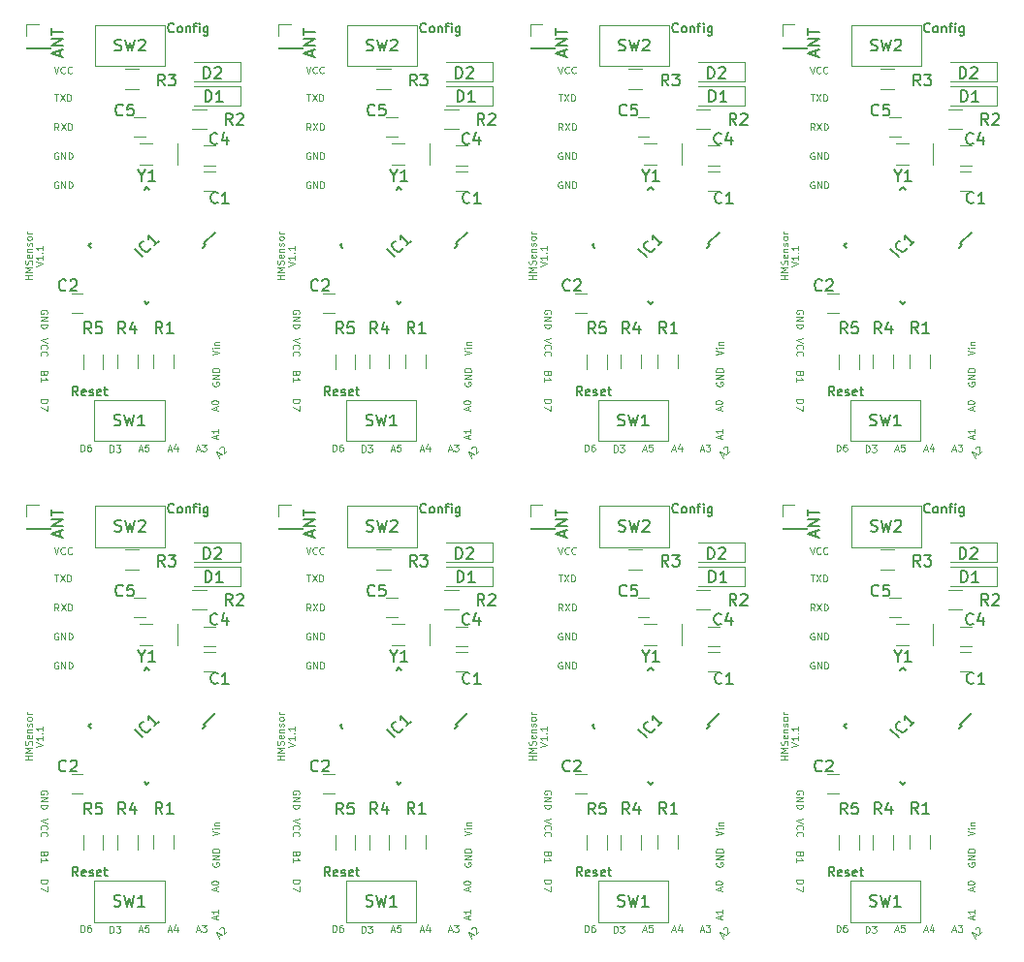
<source format=gto>
%MOIN*%
%OFA0B0*%
%FSLAX46Y46*%
%IPPOS*%
%LPD*%
%ADD10C,0.0039370078740157488*%
%ADD11C,0.005905511811023622*%
%ADD12C,0.0047244094488188976*%
%ADD23C,0.0039370078740157488*%
%ADD24C,0.005905511811023622*%
%ADD25C,0.0047244094488188976*%
%ADD36C,0.0039370078740157488*%
%ADD37C,0.005905511811023622*%
%ADD38C,0.0047244094488188976*%
%ADD49C,0.0039370078740157488*%
%ADD50C,0.005905511811023622*%
%ADD51C,0.0047244094488188976*%
%ADD62C,0.0039370078740157488*%
%ADD63C,0.005905511811023622*%
%ADD64C,0.0047244094488188976*%
%ADD75C,0.0039370078740157488*%
%ADD76C,0.005905511811023622*%
%ADD77C,0.0047244094488188976*%
%ADD88C,0.0039370078740157488*%
%ADD89C,0.005905511811023622*%
%ADD90C,0.0047244094488188976*%
%ADD101C,0.0039370078740157488*%
%ADD102C,0.005905511811023622*%
%ADD103C,0.0047244094488188976*%
%LPD*%
G01*
D10*
X0000078900Y0000268695D02*
X0000102522Y0000268695D01*
X0000102522Y0000263070D01*
X0000101397Y0000259695D01*
X0000099147Y0000257446D01*
X0000096898Y0000256321D01*
X0000092398Y0000255195D01*
X0000089024Y0000255195D01*
X0000084524Y0000256321D01*
X0000082275Y0000257446D01*
X0000080025Y0000259695D01*
X0000078900Y0000263070D01*
X0000078900Y0000268695D01*
X0000102522Y0000247322D02*
X0000102522Y0000231573D01*
X0000078900Y0000241698D01*
X0000091273Y0000358321D02*
X0000090149Y0000354946D01*
X0000089024Y0000353821D01*
X0000086774Y0000352696D01*
X0000083399Y0000352696D01*
X0000081150Y0000353821D01*
X0000080025Y0000354946D01*
X0000078900Y0000357196D01*
X0000078900Y0000366195D01*
X0000102522Y0000366195D01*
X0000102522Y0000358321D01*
X0000101397Y0000356071D01*
X0000100272Y0000354946D01*
X0000098023Y0000353821D01*
X0000095773Y0000353821D01*
X0000093523Y0000354946D01*
X0000092398Y0000356071D01*
X0000091273Y0000358321D01*
X0000091273Y0000366195D01*
X0000078900Y0000330199D02*
X0000078900Y0000343697D01*
X0000078900Y0000336948D02*
X0000102522Y0000336948D01*
X0000099147Y0000339198D01*
X0000096898Y0000341448D01*
X0000095773Y0000343697D01*
X0000102522Y0000480255D02*
X0000078900Y0000472381D01*
X0000102522Y0000464507D01*
X0000081150Y0000443135D02*
X0000080025Y0000444260D01*
X0000078900Y0000447634D01*
X0000078900Y0000449884D01*
X0000080025Y0000453259D01*
X0000082275Y0000455508D01*
X0000084524Y0000456632D01*
X0000089024Y0000457758D01*
X0000092398Y0000457758D01*
X0000096898Y0000456632D01*
X0000099147Y0000455508D01*
X0000101397Y0000453259D01*
X0000102522Y0000449884D01*
X0000102522Y0000447634D01*
X0000101397Y0000444260D01*
X0000100272Y0000443135D01*
X0000081150Y0000419512D02*
X0000080025Y0000420638D01*
X0000078900Y0000424012D01*
X0000078900Y0000426262D01*
X0000080025Y0000429637D01*
X0000082275Y0000431886D01*
X0000084524Y0000433011D01*
X0000089024Y0000434136D01*
X0000092398Y0000434136D01*
X0000096898Y0000433011D01*
X0000099147Y0000431886D01*
X0000101397Y0000429637D01*
X0000102522Y0000426262D01*
X0000102522Y0000424012D01*
X0000101397Y0000420638D01*
X0000100272Y0000419512D01*
X0000101397Y0000564257D02*
X0000102522Y0000566507D01*
X0000102522Y0000569881D01*
X0000101397Y0000573256D01*
X0000099147Y0000575506D01*
X0000096898Y0000576631D01*
X0000092398Y0000577755D01*
X0000089024Y0000577755D01*
X0000084524Y0000576631D01*
X0000082275Y0000575506D01*
X0000080025Y0000573256D01*
X0000078900Y0000569881D01*
X0000078900Y0000567632D01*
X0000080025Y0000564257D01*
X0000081150Y0000563132D01*
X0000089024Y0000563132D01*
X0000089024Y0000567632D01*
X0000078900Y0000553008D02*
X0000102522Y0000553008D01*
X0000078900Y0000539510D01*
X0000102522Y0000539510D01*
X0000078900Y0000528262D02*
X0000102522Y0000528262D01*
X0000102522Y0000522637D01*
X0000101397Y0000519263D01*
X0000099147Y0000517012D01*
X0000096898Y0000515888D01*
X0000092398Y0000514762D01*
X0000089024Y0000514762D01*
X0000084524Y0000515888D01*
X0000082275Y0000517012D01*
X0000080025Y0000519263D01*
X0000078900Y0000522637D01*
X0000078900Y0000528262D01*
X0000049268Y0000683394D02*
X0000025646Y0000683394D01*
X0000036895Y0000683394D02*
X0000036895Y0000696893D01*
X0000049268Y0000696893D02*
X0000025646Y0000696893D01*
X0000049268Y0000708141D02*
X0000025646Y0000708141D01*
X0000042519Y0000716014D01*
X0000025646Y0000723889D01*
X0000049268Y0000723889D01*
X0000048143Y0000734013D02*
X0000049268Y0000737388D01*
X0000049268Y0000743012D01*
X0000048143Y0000745262D01*
X0000047019Y0000746386D01*
X0000044769Y0000747511D01*
X0000042519Y0000747511D01*
X0000040269Y0000746386D01*
X0000039145Y0000745262D01*
X0000038020Y0000743012D01*
X0000036895Y0000738512D01*
X0000035770Y0000736263D01*
X0000034645Y0000735137D01*
X0000032395Y0000734013D01*
X0000030146Y0000734013D01*
X0000027895Y0000735137D01*
X0000026770Y0000736263D01*
X0000025646Y0000738512D01*
X0000025646Y0000744137D01*
X0000026770Y0000747511D01*
X0000048143Y0000766634D02*
X0000049268Y0000764383D01*
X0000049268Y0000759885D01*
X0000048143Y0000757635D01*
X0000045894Y0000756509D01*
X0000036895Y0000756509D01*
X0000034645Y0000757635D01*
X0000033520Y0000759885D01*
X0000033520Y0000764383D01*
X0000034645Y0000766634D01*
X0000036895Y0000767759D01*
X0000039145Y0000767759D01*
X0000041394Y0000756509D01*
X0000033520Y0000777883D02*
X0000049268Y0000777883D01*
X0000035770Y0000777883D02*
X0000034645Y0000779007D01*
X0000033520Y0000781257D01*
X0000033520Y0000784632D01*
X0000034645Y0000786881D01*
X0000036895Y0000788006D01*
X0000049268Y0000788006D01*
X0000048143Y0000798130D02*
X0000049268Y0000800380D01*
X0000049268Y0000804878D01*
X0000048143Y0000807129D01*
X0000045894Y0000808254D01*
X0000044769Y0000808254D01*
X0000042519Y0000807129D01*
X0000041394Y0000804878D01*
X0000041394Y0000801505D01*
X0000040269Y0000799255D01*
X0000038020Y0000798130D01*
X0000036895Y0000798130D01*
X0000034645Y0000799255D01*
X0000033520Y0000801505D01*
X0000033520Y0000804878D01*
X0000034645Y0000807129D01*
X0000049268Y0000821752D02*
X0000048143Y0000819502D01*
X0000047019Y0000818377D01*
X0000044769Y0000817253D01*
X0000038020Y0000817253D01*
X0000035770Y0000818377D01*
X0000034645Y0000819502D01*
X0000033520Y0000821752D01*
X0000033520Y0000825127D01*
X0000034645Y0000827376D01*
X0000035770Y0000828501D01*
X0000038020Y0000829626D01*
X0000044769Y0000829626D01*
X0000047019Y0000828501D01*
X0000048143Y0000827376D01*
X0000049268Y0000825127D01*
X0000049268Y0000821752D01*
X0000049268Y0000839750D02*
X0000033520Y0000839750D01*
X0000038020Y0000839750D02*
X0000035770Y0000840875D01*
X0000034645Y0000841999D01*
X0000033520Y0000844249D01*
X0000033520Y0000846499D01*
X0000062654Y0000727263D02*
X0000086276Y0000735137D01*
X0000062654Y0000743012D01*
X0000086276Y0000763259D02*
X0000086276Y0000749761D01*
X0000086276Y0000756509D02*
X0000062654Y0000756509D01*
X0000066029Y0000754260D01*
X0000068278Y0000752011D01*
X0000069403Y0000749761D01*
X0000084026Y0000773383D02*
X0000085151Y0000774508D01*
X0000086276Y0000773383D01*
X0000085151Y0000772258D01*
X0000084026Y0000773383D01*
X0000086276Y0000773383D01*
X0000086276Y0000797005D02*
X0000086276Y0000783506D01*
X0000086276Y0000790256D02*
X0000062654Y0000790256D01*
X0000066029Y0000788006D01*
X0000068278Y0000785757D01*
X0000069403Y0000783506D01*
X0000669150Y0000422075D02*
X0000692772Y0000429949D01*
X0000669150Y0000437823D01*
X0000692772Y0000445697D02*
X0000677024Y0000445697D01*
X0000669150Y0000445697D02*
X0000670275Y0000444572D01*
X0000671399Y0000445697D01*
X0000670275Y0000446822D01*
X0000669150Y0000445697D01*
X0000671399Y0000445697D01*
X0000677024Y0000456946D02*
X0000692772Y0000456946D01*
X0000679274Y0000456946D02*
X0000678149Y0000458070D01*
X0000677024Y0000460320D01*
X0000677024Y0000463695D01*
X0000678149Y0000465944D01*
X0000680399Y0000467069D01*
X0000692772Y0000467069D01*
X0000217151Y0000090573D02*
X0000217151Y0000114195D01*
X0000222775Y0000114195D01*
X0000226150Y0000113070D01*
X0000228399Y0000110821D01*
X0000229524Y0000108571D01*
X0000230649Y0000104071D01*
X0000230649Y0000100697D01*
X0000229524Y0000096197D01*
X0000228399Y0000093948D01*
X0000226150Y0000091698D01*
X0000222775Y0000090573D01*
X0000217151Y0000090573D01*
X0000250896Y0000114195D02*
X0000246397Y0000114195D01*
X0000244147Y0000113070D01*
X0000243023Y0000111946D01*
X0000240773Y0000108571D01*
X0000239648Y0000104071D01*
X0000239648Y0000095073D01*
X0000240773Y0000092823D01*
X0000241898Y0000091698D01*
X0000244147Y0000090573D01*
X0000248647Y0000090573D01*
X0000250896Y0000091698D01*
X0000252021Y0000092823D01*
X0000253145Y0000095073D01*
X0000253145Y0000100697D01*
X0000252021Y0000102947D01*
X0000250896Y0000104071D01*
X0000248647Y0000105196D01*
X0000244147Y0000105196D01*
X0000241898Y0000104071D01*
X0000240773Y0000102947D01*
X0000239648Y0000100697D01*
X0000317151Y0000088073D02*
X0000317151Y0000111695D01*
X0000322775Y0000111695D01*
X0000326150Y0000110570D01*
X0000328399Y0000108321D01*
X0000329524Y0000106071D01*
X0000330649Y0000101572D01*
X0000330649Y0000098197D01*
X0000329524Y0000093697D01*
X0000328399Y0000091448D01*
X0000326150Y0000089198D01*
X0000322775Y0000088073D01*
X0000317151Y0000088073D01*
X0000338523Y0000111695D02*
X0000353146Y0000111695D01*
X0000345272Y0000102696D01*
X0000348647Y0000102696D01*
X0000350897Y0000101572D01*
X0000352021Y0000100447D01*
X0000353146Y0000098197D01*
X0000353146Y0000092573D01*
X0000352021Y0000090323D01*
X0000350897Y0000089198D01*
X0000348647Y0000088073D01*
X0000341898Y0000088073D01*
X0000339648Y0000089198D01*
X0000338523Y0000090323D01*
X0000417713Y0000097322D02*
X0000428962Y0000097322D01*
X0000415463Y0000090573D02*
X0000423337Y0000114195D01*
X0000431211Y0000090573D01*
X0000450334Y0000114195D02*
X0000439085Y0000114195D01*
X0000437961Y0000102947D01*
X0000439085Y0000104071D01*
X0000441335Y0000105196D01*
X0000446960Y0000105196D01*
X0000449209Y0000104071D01*
X0000450334Y0000102947D01*
X0000451459Y0000100697D01*
X0000451459Y0000095073D01*
X0000450334Y0000092823D01*
X0000449209Y0000091698D01*
X0000446960Y0000090573D01*
X0000441335Y0000090573D01*
X0000439085Y0000091698D01*
X0000437961Y0000092823D01*
X0000517713Y0000097322D02*
X0000528962Y0000097322D01*
X0000515463Y0000090573D02*
X0000523337Y0000114195D01*
X0000531212Y0000090573D01*
X0000549209Y0000106321D02*
X0000549209Y0000090573D01*
X0000543585Y0000115320D02*
X0000537961Y0000098447D01*
X0000552584Y0000098447D01*
X0000615213Y0000097322D02*
X0000626462Y0000097322D01*
X0000612964Y0000090573D02*
X0000620837Y0000114195D01*
X0000628712Y0000090573D01*
X0000634336Y0000114195D02*
X0000648959Y0000114195D01*
X0000641085Y0000105196D01*
X0000644460Y0000105196D01*
X0000646709Y0000104071D01*
X0000647834Y0000102947D01*
X0000648959Y0000100697D01*
X0000648959Y0000095073D01*
X0000647834Y0000092823D01*
X0000646709Y0000091698D01*
X0000644460Y0000090573D01*
X0000637710Y0000090573D01*
X0000635461Y0000091698D01*
X0000634336Y0000092823D01*
X0000690439Y0000074045D02*
X0000698392Y0000081998D01*
X0000693621Y0000067681D02*
X0000682485Y0000089952D01*
X0000704756Y0000078817D01*
X0000694416Y0000098702D02*
X0000694416Y0000100293D01*
X0000695211Y0000102679D01*
X0000699188Y0000106655D01*
X0000701575Y0000107451D01*
X0000703165Y0000107451D01*
X0000705552Y0000106655D01*
X0000707142Y0000105065D01*
X0000708733Y0000101882D01*
X0000708733Y0000082794D01*
X0000719073Y0000093134D01*
X0000683523Y0000134386D02*
X0000683523Y0000145635D01*
X0000690272Y0000132137D02*
X0000666650Y0000140011D01*
X0000690272Y0000147885D01*
X0000690272Y0000168132D02*
X0000690272Y0000154634D01*
X0000690272Y0000161383D02*
X0000666650Y0000161383D01*
X0000670025Y0000159133D01*
X0000672274Y0000156884D01*
X0000673399Y0000154634D01*
X0000683523Y0000231886D02*
X0000683523Y0000243135D01*
X0000690272Y0000229637D02*
X0000666650Y0000237511D01*
X0000690272Y0000245385D01*
X0000666650Y0000257758D02*
X0000666650Y0000260008D01*
X0000667775Y0000262258D01*
X0000668900Y0000263383D01*
X0000671150Y0000264507D01*
X0000675649Y0000265632D01*
X0000681273Y0000265632D01*
X0000685773Y0000264507D01*
X0000688023Y0000263383D01*
X0000689147Y0000262258D01*
X0000690272Y0000260008D01*
X0000690272Y0000257758D01*
X0000689147Y0000255509D01*
X0000688023Y0000254384D01*
X0000685773Y0000253259D01*
X0000681273Y0000252134D01*
X0000675649Y0000252134D01*
X0000671150Y0000253259D01*
X0000668900Y0000254384D01*
X0000667775Y0000255509D01*
X0000666650Y0000257758D01*
X0000670275Y0000328262D02*
X0000669150Y0000326012D01*
X0000669150Y0000322637D01*
X0000670275Y0000319263D01*
X0000672525Y0000317013D01*
X0000674775Y0000315887D01*
X0000679274Y0000314763D01*
X0000682649Y0000314763D01*
X0000687148Y0000315887D01*
X0000689398Y0000317013D01*
X0000691647Y0000319263D01*
X0000692772Y0000322637D01*
X0000692772Y0000324887D01*
X0000691647Y0000328262D01*
X0000690522Y0000329386D01*
X0000682649Y0000329386D01*
X0000682649Y0000324887D01*
X0000692772Y0000339510D02*
X0000669150Y0000339510D01*
X0000692772Y0000353009D01*
X0000669150Y0000353009D01*
X0000692772Y0000364257D02*
X0000669150Y0000364257D01*
X0000669150Y0000369881D01*
X0000670275Y0000373256D01*
X0000672525Y0000375506D01*
X0000674775Y0000376630D01*
X0000679274Y0000377755D01*
X0000682649Y0000377755D01*
X0000687148Y0000376630D01*
X0000689398Y0000375506D01*
X0000691647Y0000373256D01*
X0000692772Y0000369881D01*
X0000692772Y0000364257D01*
X0000139088Y0001018070D02*
X0000136839Y0001019195D01*
X0000133464Y0001019195D01*
X0000130089Y0001018070D01*
X0000127840Y0001015821D01*
X0000126715Y0001013571D01*
X0000125590Y0001009072D01*
X0000125590Y0001005697D01*
X0000126715Y0001001196D01*
X0000127840Y0000998948D01*
X0000130089Y0000996698D01*
X0000133464Y0000995573D01*
X0000135714Y0000995573D01*
X0000139088Y0000996698D01*
X0000140213Y0000997823D01*
X0000140213Y0001005697D01*
X0000135714Y0001005697D01*
X0000150337Y0000995573D02*
X0000150337Y0001019195D01*
X0000163835Y0000995573D01*
X0000163835Y0001019195D01*
X0000175084Y0000995573D02*
X0000175084Y0001019195D01*
X0000180708Y0001019195D01*
X0000184083Y0001018070D01*
X0000186332Y0001015821D01*
X0000187457Y0001013571D01*
X0000188582Y0001009072D01*
X0000188582Y0001005697D01*
X0000187457Y0001001196D01*
X0000186332Y0000998948D01*
X0000184083Y0000996698D01*
X0000180708Y0000995573D01*
X0000175084Y0000995573D01*
X0000139088Y0001118070D02*
X0000136839Y0001119195D01*
X0000133464Y0001119195D01*
X0000130089Y0001118070D01*
X0000127840Y0001115821D01*
X0000126715Y0001113571D01*
X0000125590Y0001109072D01*
X0000125590Y0001105697D01*
X0000126715Y0001101197D01*
X0000127840Y0001098948D01*
X0000130089Y0001096698D01*
X0000133464Y0001095573D01*
X0000135714Y0001095573D01*
X0000139088Y0001096698D01*
X0000140213Y0001097823D01*
X0000140213Y0001105697D01*
X0000135714Y0001105697D01*
X0000150337Y0001095573D02*
X0000150337Y0001119195D01*
X0000163835Y0001095573D01*
X0000163835Y0001119195D01*
X0000175084Y0001095573D02*
X0000175084Y0001119195D01*
X0000180708Y0001119195D01*
X0000184083Y0001118070D01*
X0000186332Y0001115821D01*
X0000187457Y0001113571D01*
X0000188582Y0001109072D01*
X0000188582Y0001105697D01*
X0000187457Y0001101197D01*
X0000186332Y0001098948D01*
X0000184083Y0001096698D01*
X0000180708Y0001095573D01*
X0000175084Y0001095573D01*
X0000141338Y0001195573D02*
X0000133464Y0001206822D01*
X0000127840Y0001195573D02*
X0000127840Y0001219195D01*
X0000136839Y0001219195D01*
X0000139088Y0001218070D01*
X0000140213Y0001216945D01*
X0000141338Y0001214696D01*
X0000141338Y0001211321D01*
X0000140213Y0001209072D01*
X0000139088Y0001207947D01*
X0000136839Y0001206822D01*
X0000127840Y0001206822D01*
X0000149212Y0001219195D02*
X0000164960Y0001195573D01*
X0000164960Y0001219195D02*
X0000149212Y0001195573D01*
X0000173959Y0001195573D02*
X0000173959Y0001219195D01*
X0000179583Y0001219195D01*
X0000182958Y0001218070D01*
X0000185208Y0001215821D01*
X0000186332Y0001213571D01*
X0000187457Y0001209072D01*
X0000187457Y0001205697D01*
X0000186332Y0001201197D01*
X0000185208Y0001198948D01*
X0000182958Y0001196698D01*
X0000179583Y0001195573D01*
X0000173959Y0001195573D01*
X0000127277Y0001319195D02*
X0000140776Y0001319195D01*
X0000134026Y0001295573D02*
X0000134026Y0001319195D01*
X0000146400Y0001319195D02*
X0000162148Y0001295573D01*
X0000162148Y0001319195D02*
X0000146400Y0001295573D01*
X0000171147Y0001295573D02*
X0000171147Y0001319195D01*
X0000176771Y0001319195D01*
X0000180146Y0001318070D01*
X0000182395Y0001315821D01*
X0000183520Y0001313570D01*
X0000184645Y0001309071D01*
X0000184645Y0001305697D01*
X0000183520Y0001301197D01*
X0000182395Y0001298948D01*
X0000180146Y0001296698D01*
X0000176771Y0001295573D01*
X0000171147Y0001295573D01*
X0000125590Y0001414195D02*
X0000133464Y0001390572D01*
X0000141338Y0001414195D01*
X0000162710Y0001392823D02*
X0000161586Y0001391698D01*
X0000158210Y0001390572D01*
X0000155961Y0001390572D01*
X0000152587Y0001391698D01*
X0000150337Y0001393948D01*
X0000149212Y0001396197D01*
X0000148087Y0001400697D01*
X0000148087Y0001404071D01*
X0000149212Y0001408571D01*
X0000150337Y0001410821D01*
X0000152587Y0001413070D01*
X0000155961Y0001414195D01*
X0000158210Y0001414195D01*
X0000161586Y0001413070D01*
X0000162710Y0001411946D01*
X0000186332Y0001392823D02*
X0000185208Y0001391698D01*
X0000181833Y0001390572D01*
X0000179583Y0001390572D01*
X0000176209Y0001391698D01*
X0000173959Y0001393948D01*
X0000172834Y0001396197D01*
X0000171709Y0001400697D01*
X0000171709Y0001404071D01*
X0000172834Y0001408571D01*
X0000173959Y0001410821D01*
X0000176209Y0001413070D01*
X0000179583Y0001414195D01*
X0000181833Y0001414195D01*
X0000185208Y0001413070D01*
X0000186332Y0001411946D01*
D11*
X0000646418Y0000798759D02*
X0000640154Y0000805023D01*
X0000444586Y0000596928D02*
X0000435538Y0000605975D01*
X0000242754Y0000798759D02*
X0000251802Y0000789712D01*
X0000444586Y0001000591D02*
X0000453634Y0000991542D01*
X0000646418Y0000798759D02*
X0000637370Y0000789712D01*
X0000444586Y0001000591D02*
X0000435538Y0000991542D01*
X0000242754Y0000798759D02*
X0000251802Y0000807807D01*
X0000444586Y0000596928D02*
X0000453634Y0000605975D01*
X0000640154Y0000805023D02*
X0000679824Y0000844693D01*
D12*
X0000505059Y0000124999D02*
X0000264114Y0000124999D01*
X0000264114Y0000124999D02*
X0000264114Y0000267519D01*
X0000264114Y0000267519D02*
X0000505059Y0000267519D01*
X0000505059Y0000267519D02*
X0000505059Y0000124999D01*
X0000266614Y0001557519D02*
X0000507559Y0001557519D01*
X0000507559Y0001557519D02*
X0000507559Y0001414999D01*
X0000507559Y0001414999D02*
X0000266614Y0001414999D01*
X0000266614Y0001414999D02*
X0000266614Y0001557519D01*
X0000679271Y0001054724D02*
X0000639901Y0001054724D01*
X0000639901Y0000987795D02*
X0000679271Y0000987795D01*
X0000768011Y0001280295D02*
X0000768011Y0001347224D01*
X0000766043Y0001347224D02*
X0000606594Y0001347224D01*
X0000766043Y0001280295D02*
X0000606594Y0001280295D01*
X0000768011Y0001362795D02*
X0000768011Y0001429724D01*
X0000766043Y0001429724D02*
X0000606594Y0001429724D01*
X0000766043Y0001362795D02*
X0000606594Y0001362795D01*
X0000467440Y0000376637D02*
X0000467440Y0000423881D01*
X0000536732Y0000423881D02*
X0000536732Y0000376637D01*
X0000648708Y0001198614D02*
X0000601464Y0001198614D01*
X0000601464Y0001267905D02*
X0000648708Y0001267905D01*
X0000368464Y0001405905D02*
X0000415708Y0001405905D01*
X0000415708Y0001336613D02*
X0000368464Y0001336613D01*
X0000679771Y0001141724D02*
X0000640401Y0001141724D01*
X0000640401Y0001074795D02*
X0000679771Y0001074795D01*
X0000438771Y0001239724D02*
X0000399401Y0001239724D01*
X0000399401Y0001172795D02*
X0000438771Y0001172795D01*
X0000464740Y0001075858D02*
X0000421433Y0001075858D01*
X0000464740Y0001150661D02*
X0000421433Y0001150661D01*
X0000549385Y0001077826D02*
X0000549385Y0001148692D01*
X0000030353Y0001479388D02*
X0000030353Y0001477027D01*
X0000030353Y0001477027D02*
X0000113818Y0001477027D01*
X0000113818Y0001477027D02*
X0000113818Y0001479388D01*
X0000113818Y0001479388D02*
X0000030353Y0001479388D01*
X0000030353Y0001518759D02*
X0000030353Y0001560492D01*
X0000030353Y0001560492D02*
X0000072086Y0001560492D01*
X0000342440Y0000375137D02*
X0000342440Y0000422381D01*
X0000411732Y0000422381D02*
X0000411732Y0000375137D01*
X0000224271Y0000632224D02*
X0000184901Y0000632224D01*
X0000184901Y0000565295D02*
X0000224271Y0000565295D01*
X0000294732Y0000422031D02*
X0000294732Y0000374787D01*
X0000225440Y0000374787D02*
X0000225440Y0000422031D01*
D11*
X0000430004Y0000758990D02*
X0000402165Y0000786828D01*
X0000456517Y0000790805D02*
X0000456517Y0000788154D01*
X0000453866Y0000782851D01*
X0000451214Y0000780200D01*
X0000445912Y0000777549D01*
X0000440609Y0000777549D01*
X0000436632Y0000778874D01*
X0000430004Y0000782851D01*
X0000426027Y0000786828D01*
X0000422050Y0000793457D01*
X0000420723Y0000797434D01*
X0000420723Y0000802736D01*
X0000423376Y0000808039D01*
X0000426027Y0000810690D01*
X0000431330Y0000813341D01*
X0000433981Y0000813341D01*
X0000485682Y0000814667D02*
X0000469774Y0000798759D01*
X0000477728Y0000806713D02*
X0000449889Y0000834552D01*
X0000451214Y0000827924D01*
X0000451214Y0000822621D01*
X0000449889Y0000818644D01*
X0000332093Y0000180324D02*
X0000337717Y0000178449D01*
X0000347091Y0000178449D01*
X0000350840Y0000180324D01*
X0000352715Y0000182199D01*
X0000354590Y0000185948D01*
X0000354590Y0000189698D01*
X0000352715Y0000193447D01*
X0000350840Y0000195322D01*
X0000347091Y0000197197D01*
X0000339591Y0000199071D01*
X0000335842Y0000200946D01*
X0000333967Y0000202821D01*
X0000332093Y0000206571D01*
X0000332093Y0000210320D01*
X0000333967Y0000214070D01*
X0000335842Y0000215944D01*
X0000339591Y0000217819D01*
X0000348965Y0000217819D01*
X0000354590Y0000215944D01*
X0000367713Y0000217819D02*
X0000377087Y0000178449D01*
X0000384586Y0000206571D01*
X0000392085Y0000178449D01*
X0000401459Y0000217819D01*
X0000437080Y0000178449D02*
X0000414582Y0000178449D01*
X0000425831Y0000178449D02*
X0000425831Y0000217819D01*
X0000422081Y0000212195D01*
X0000418331Y0000208445D01*
X0000414582Y0000206571D01*
X0000208091Y0000282011D02*
X0000197592Y0000297009D01*
X0000190093Y0000282011D02*
X0000190093Y0000313507D01*
X0000202092Y0000313507D01*
X0000205091Y0000312007D01*
X0000206591Y0000310508D01*
X0000208091Y0000307508D01*
X0000208091Y0000303008D01*
X0000206591Y0000300009D01*
X0000205091Y0000298509D01*
X0000202092Y0000297009D01*
X0000190093Y0000297009D01*
X0000233588Y0000283511D02*
X0000230588Y0000282011D01*
X0000224589Y0000282011D01*
X0000221589Y0000283511D01*
X0000220089Y0000286511D01*
X0000220089Y0000298509D01*
X0000221589Y0000301509D01*
X0000224589Y0000303008D01*
X0000230588Y0000303008D01*
X0000233588Y0000301509D01*
X0000235088Y0000298509D01*
X0000235088Y0000295509D01*
X0000220089Y0000292510D01*
X0000247086Y0000283511D02*
X0000250085Y0000282011D01*
X0000256085Y0000282011D01*
X0000259085Y0000283511D01*
X0000260583Y0000286511D01*
X0000260583Y0000288010D01*
X0000259085Y0000291010D01*
X0000256085Y0000292510D01*
X0000251585Y0000292510D01*
X0000248586Y0000294010D01*
X0000247086Y0000297009D01*
X0000247086Y0000298509D01*
X0000248586Y0000301509D01*
X0000251585Y0000303008D01*
X0000256085Y0000303008D01*
X0000259085Y0000301509D01*
X0000286081Y0000283511D02*
X0000283082Y0000282011D01*
X0000277082Y0000282011D01*
X0000274083Y0000283511D01*
X0000272583Y0000286511D01*
X0000272583Y0000298509D01*
X0000274083Y0000301509D01*
X0000277082Y0000303008D01*
X0000283082Y0000303008D01*
X0000286081Y0000301509D01*
X0000287581Y0000298509D01*
X0000287581Y0000295509D01*
X0000272583Y0000292510D01*
X0000296580Y0000303008D02*
X0000308578Y0000303008D01*
X0000301079Y0000313507D02*
X0000301079Y0000286511D01*
X0000302579Y0000283511D01*
X0000305579Y0000282011D01*
X0000308578Y0000282011D01*
X0000334593Y0001470323D02*
X0000340217Y0001468449D01*
X0000349591Y0001468449D01*
X0000353340Y0001470323D01*
X0000355215Y0001472199D01*
X0000357090Y0001475948D01*
X0000357090Y0001479698D01*
X0000355215Y0001483446D01*
X0000353340Y0001485322D01*
X0000349591Y0001487197D01*
X0000342092Y0001489072D01*
X0000338341Y0001490946D01*
X0000336467Y0001492821D01*
X0000334593Y0001496571D01*
X0000334593Y0001500320D01*
X0000336467Y0001504070D01*
X0000338341Y0001505944D01*
X0000342092Y0001507818D01*
X0000351466Y0001507818D01*
X0000357090Y0001505944D01*
X0000370213Y0001507818D02*
X0000379587Y0001468449D01*
X0000387086Y0001496571D01*
X0000394585Y0001468449D01*
X0000403959Y0001507818D01*
X0000417082Y0001504070D02*
X0000418957Y0001505944D01*
X0000422707Y0001507818D01*
X0000432081Y0001507818D01*
X0000435830Y0001505944D01*
X0000437705Y0001504070D01*
X0000439580Y0001500320D01*
X0000439580Y0001496571D01*
X0000437705Y0001490946D01*
X0000415208Y0001468449D01*
X0000439580Y0001468449D01*
X0000537592Y0001535011D02*
X0000536092Y0001533511D01*
X0000531593Y0001532011D01*
X0000528593Y0001532011D01*
X0000524093Y0001533511D01*
X0000521093Y0001536509D01*
X0000519595Y0001539510D01*
X0000518095Y0001545509D01*
X0000518095Y0001550009D01*
X0000519595Y0001556008D01*
X0000521093Y0001559008D01*
X0000524093Y0001562007D01*
X0000528593Y0001563507D01*
X0000531593Y0001563507D01*
X0000536092Y0001562007D01*
X0000537592Y0001560508D01*
X0000555590Y0001532011D02*
X0000552590Y0001533511D01*
X0000551091Y0001535011D01*
X0000549591Y0001538010D01*
X0000549591Y0001547009D01*
X0000551091Y0001550009D01*
X0000552590Y0001551509D01*
X0000555590Y0001553008D01*
X0000560089Y0001553008D01*
X0000563089Y0001551509D01*
X0000564589Y0001550009D01*
X0000566089Y0001547009D01*
X0000566089Y0001538010D01*
X0000564589Y0001535011D01*
X0000563089Y0001533511D01*
X0000560089Y0001532011D01*
X0000555590Y0001532011D01*
X0000579587Y0001553008D02*
X0000579587Y0001532011D01*
X0000579587Y0001550009D02*
X0000581087Y0001551509D01*
X0000584087Y0001553008D01*
X0000588586Y0001553008D01*
X0000591586Y0001551509D01*
X0000593085Y0001548509D01*
X0000593085Y0001532011D01*
X0000603584Y0001553008D02*
X0000615583Y0001553008D01*
X0000608084Y0001532011D02*
X0000608084Y0001559008D01*
X0000609583Y0001562007D01*
X0000612583Y0001563507D01*
X0000615583Y0001563507D01*
X0000626081Y0001532011D02*
X0000626081Y0001553008D01*
X0000626081Y0001563507D02*
X0000624581Y0001562007D01*
X0000626081Y0001560508D01*
X0000627581Y0001562007D01*
X0000626081Y0001563507D01*
X0000626081Y0001560508D01*
X0000654578Y0001553008D02*
X0000654578Y0001527512D01*
X0000653078Y0001524512D01*
X0000651578Y0001523012D01*
X0000648578Y0001521512D01*
X0000644079Y0001521512D01*
X0000641079Y0001523012D01*
X0000654578Y0001533511D02*
X0000651578Y0001532011D01*
X0000645579Y0001532011D01*
X0000642579Y0001533511D01*
X0000641079Y0001535011D01*
X0000639580Y0001538010D01*
X0000639580Y0001547009D01*
X0000641079Y0001550009D01*
X0000642579Y0001551509D01*
X0000645579Y0001553008D01*
X0000651578Y0001553008D01*
X0000654578Y0001551509D01*
X0000688524Y0000947199D02*
X0000686650Y0000945324D01*
X0000681025Y0000943448D01*
X0000677275Y0000943448D01*
X0000671652Y0000945324D01*
X0000667902Y0000949073D01*
X0000666027Y0000952823D01*
X0000664152Y0000960322D01*
X0000664152Y0000965946D01*
X0000666027Y0000973445D01*
X0000667902Y0000977195D01*
X0000671652Y0000980943D01*
X0000677275Y0000982819D01*
X0000681025Y0000982819D01*
X0000686650Y0000980943D01*
X0000688524Y0000979070D01*
X0000726020Y0000943448D02*
X0000703523Y0000943448D01*
X0000714770Y0000943448D02*
X0000714770Y0000982819D01*
X0000711022Y0000977195D01*
X0000707272Y0000973445D01*
X0000703523Y0000971571D01*
X0000645527Y0001293448D02*
X0000645527Y0001332819D01*
X0000654901Y0001332819D01*
X0000660525Y0001330944D01*
X0000664275Y0001327195D01*
X0000666150Y0001323445D01*
X0000668024Y0001315946D01*
X0000668024Y0001310322D01*
X0000666150Y0001302823D01*
X0000664275Y0001299073D01*
X0000660525Y0001295324D01*
X0000654901Y0001293448D01*
X0000645527Y0001293448D01*
X0000705520Y0001293448D02*
X0000683023Y0001293448D01*
X0000694271Y0001293448D02*
X0000694271Y0001332819D01*
X0000690522Y0001327195D01*
X0000686772Y0001323445D01*
X0000683023Y0001321571D01*
X0000640527Y0001373449D02*
X0000640527Y0001412819D01*
X0000649901Y0001412819D01*
X0000655525Y0001410944D01*
X0000659275Y0001407195D01*
X0000661150Y0001403445D01*
X0000663024Y0001395946D01*
X0000663024Y0001390322D01*
X0000661150Y0001382823D01*
X0000659275Y0001379073D01*
X0000655525Y0001375324D01*
X0000649901Y0001373449D01*
X0000640527Y0001373449D01*
X0000678023Y0001409070D02*
X0000679897Y0001410944D01*
X0000683647Y0001412819D01*
X0000693021Y0001412819D01*
X0000696770Y0001410944D01*
X0000698644Y0001409070D01*
X0000700520Y0001405320D01*
X0000700520Y0001401571D01*
X0000698644Y0001395946D01*
X0000676148Y0001373449D01*
X0000700520Y0001373449D01*
X0000498024Y0000497449D02*
X0000484901Y0000516197D01*
X0000475527Y0000497449D02*
X0000475527Y0000536819D01*
X0000490525Y0000536819D01*
X0000494275Y0000534944D01*
X0000496150Y0000533070D01*
X0000498024Y0000529320D01*
X0000498024Y0000523696D01*
X0000496150Y0000519946D01*
X0000494275Y0000518072D01*
X0000490525Y0000516197D01*
X0000475527Y0000516197D01*
X0000535520Y0000497449D02*
X0000513023Y0000497449D01*
X0000524271Y0000497449D02*
X0000524271Y0000536819D01*
X0000520522Y0000531195D01*
X0000516772Y0000527445D01*
X0000513023Y0000525571D01*
X0000738523Y0001213449D02*
X0000725400Y0001232197D01*
X0000716027Y0001213449D02*
X0000716027Y0001252819D01*
X0000731024Y0001252819D01*
X0000734775Y0001250944D01*
X0000736650Y0001249070D01*
X0000738523Y0001245320D01*
X0000738523Y0001239696D01*
X0000736650Y0001235946D01*
X0000734775Y0001234071D01*
X0000731024Y0001232197D01*
X0000716027Y0001232197D01*
X0000753523Y0001249070D02*
X0000755397Y0001250944D01*
X0000759147Y0001252819D01*
X0000768521Y0001252819D01*
X0000772270Y0001250944D01*
X0000774145Y0001249070D01*
X0000776020Y0001245320D01*
X0000776020Y0001241571D01*
X0000774145Y0001235946D01*
X0000751648Y0001213449D01*
X0000776020Y0001213449D01*
X0000505524Y0001348449D02*
X0000492401Y0001367197D01*
X0000483027Y0001348449D02*
X0000483027Y0001387819D01*
X0000498025Y0001387819D01*
X0000501775Y0001385944D01*
X0000503650Y0001384070D01*
X0000505524Y0001380320D01*
X0000505524Y0001374696D01*
X0000503650Y0001370946D01*
X0000501775Y0001369072D01*
X0000498025Y0001367197D01*
X0000483027Y0001367197D01*
X0000518648Y0001387819D02*
X0000543020Y0001387819D01*
X0000529896Y0001372821D01*
X0000535521Y0001372821D01*
X0000539270Y0001370946D01*
X0000541145Y0001369072D01*
X0000543020Y0001365322D01*
X0000543020Y0001355948D01*
X0000541145Y0001352199D01*
X0000539270Y0001350324D01*
X0000535521Y0001348449D01*
X0000524271Y0001348449D01*
X0000520522Y0001350324D01*
X0000518648Y0001352199D01*
X0000686523Y0001151199D02*
X0000684650Y0001149324D01*
X0000679025Y0001147449D01*
X0000675276Y0001147449D01*
X0000669652Y0001149324D01*
X0000665902Y0001153073D01*
X0000664027Y0001156823D01*
X0000662151Y0001164322D01*
X0000662151Y0001169946D01*
X0000664027Y0001177445D01*
X0000665902Y0001181195D01*
X0000669652Y0001184944D01*
X0000675276Y0001186819D01*
X0000679025Y0001186819D01*
X0000684650Y0001184944D01*
X0000686523Y0001183070D01*
X0000720270Y0001173696D02*
X0000720270Y0001147449D01*
X0000710896Y0001188694D02*
X0000701523Y0001160572D01*
X0000725895Y0001160572D01*
X0000361523Y0001249199D02*
X0000359650Y0001247324D01*
X0000354025Y0001245449D01*
X0000350276Y0001245449D01*
X0000344652Y0001247324D01*
X0000340902Y0001251073D01*
X0000339026Y0001254823D01*
X0000337152Y0001262322D01*
X0000337152Y0001267946D01*
X0000339026Y0001275445D01*
X0000340902Y0001279195D01*
X0000344652Y0001282944D01*
X0000350276Y0001284819D01*
X0000354025Y0001284819D01*
X0000359650Y0001282944D01*
X0000361523Y0001281070D01*
X0000397145Y0001284819D02*
X0000378397Y0001284819D01*
X0000376523Y0001266072D01*
X0000378397Y0001267946D01*
X0000382146Y0001269821D01*
X0000391521Y0001269821D01*
X0000395269Y0001267946D01*
X0000397145Y0001266072D01*
X0000399020Y0001262322D01*
X0000399020Y0001252948D01*
X0000397145Y0001249199D01*
X0000395269Y0001247324D01*
X0000391521Y0001245449D01*
X0000382146Y0001245449D01*
X0000378397Y0001247324D01*
X0000376523Y0001249199D01*
X0000426838Y0001039196D02*
X0000426838Y0001020448D01*
X0000413715Y0001059819D02*
X0000426838Y0001039196D01*
X0000439962Y0001059819D01*
X0000473708Y0001020448D02*
X0000451209Y0001020448D01*
X0000462459Y0001020448D02*
X0000462459Y0001059819D01*
X0000458709Y0001054195D01*
X0000454960Y0001050445D01*
X0000451209Y0001048570D01*
X0000146148Y0001451265D02*
X0000146148Y0001470013D01*
X0000157396Y0001447515D02*
X0000118026Y0001460639D01*
X0000157396Y0001473762D01*
X0000157396Y0001486885D02*
X0000118026Y0001486885D01*
X0000157396Y0001509382D01*
X0000118026Y0001509382D01*
X0000118026Y0001522505D02*
X0000118026Y0001545003D01*
X0000157396Y0001533754D02*
X0000118026Y0001533754D01*
X0000370523Y0000495949D02*
X0000357400Y0000514696D01*
X0000348027Y0000495949D02*
X0000348027Y0000535319D01*
X0000363025Y0000535319D01*
X0000366775Y0000533444D01*
X0000368650Y0000531570D01*
X0000370523Y0000527820D01*
X0000370523Y0000522196D01*
X0000368650Y0000518445D01*
X0000366775Y0000516572D01*
X0000363025Y0000514696D01*
X0000348027Y0000514696D01*
X0000404270Y0000522196D02*
X0000404270Y0000495949D01*
X0000394896Y0000537194D02*
X0000385523Y0000509071D01*
X0000409895Y0000509071D01*
X0000166524Y0000646199D02*
X0000164650Y0000644323D01*
X0000159025Y0000642449D01*
X0000155276Y0000642449D01*
X0000149652Y0000644323D01*
X0000145902Y0000648073D01*
X0000144027Y0000651823D01*
X0000142152Y0000659322D01*
X0000142152Y0000664946D01*
X0000144027Y0000672445D01*
X0000145902Y0000676195D01*
X0000149652Y0000679944D01*
X0000155276Y0000681819D01*
X0000159025Y0000681819D01*
X0000164650Y0000679944D01*
X0000166524Y0000678070D01*
X0000181523Y0000678070D02*
X0000183397Y0000679944D01*
X0000187147Y0000681819D01*
X0000196521Y0000681819D01*
X0000200269Y0000679944D01*
X0000202145Y0000678070D01*
X0000204019Y0000674320D01*
X0000204019Y0000670571D01*
X0000202145Y0000664946D01*
X0000179648Y0000642449D01*
X0000204019Y0000642449D01*
X0000253524Y0000495598D02*
X0000240400Y0000514345D01*
X0000231027Y0000495598D02*
X0000231027Y0000534969D01*
X0000246025Y0000534969D01*
X0000249775Y0000533094D01*
X0000251649Y0000531219D01*
X0000253524Y0000527470D01*
X0000253524Y0000521845D01*
X0000251649Y0000518096D01*
X0000249775Y0000516221D01*
X0000246025Y0000514345D01*
X0000231027Y0000514345D01*
X0000289145Y0000534969D02*
X0000270397Y0000534969D01*
X0000268523Y0000516221D01*
X0000270397Y0000518096D01*
X0000274147Y0000519970D01*
X0000283521Y0000519970D01*
X0000287270Y0000518096D01*
X0000289145Y0000516221D01*
X0000291020Y0000512472D01*
X0000291020Y0000503098D01*
X0000289145Y0000499348D01*
X0000287270Y0000497473D01*
X0000283521Y0000495598D01*
X0000274147Y0000495598D01*
X0000270397Y0000497473D01*
X0000268523Y0000499348D01*
G01*
D23*
X0000078900Y0001922236D02*
X0000102522Y0001922236D01*
X0000102522Y0001916614D01*
X0000101397Y0001913239D01*
X0000099147Y0001910989D01*
X0000096898Y0001909865D01*
X0000092398Y0001908740D01*
X0000089024Y0001908740D01*
X0000084524Y0001909865D01*
X0000082275Y0001910989D01*
X0000080025Y0001913239D01*
X0000078900Y0001916614D01*
X0000078900Y0001922236D01*
X0000102522Y0001900866D02*
X0000102522Y0001885118D01*
X0000078900Y0001895241D01*
X0000091273Y0002011864D02*
X0000090149Y0002008489D01*
X0000089024Y0002007365D01*
X0000086774Y0002006240D01*
X0000083399Y0002006240D01*
X0000081150Y0002007365D01*
X0000080025Y0002008489D01*
X0000078900Y0002010739D01*
X0000078900Y0002019737D01*
X0000102522Y0002019737D01*
X0000102522Y0002011864D01*
X0000101397Y0002009614D01*
X0000100272Y0002008489D01*
X0000098023Y0002007365D01*
X0000095773Y0002007365D01*
X0000093523Y0002008489D01*
X0000092398Y0002009614D01*
X0000091273Y0002011864D01*
X0000091273Y0002019737D01*
X0000078900Y0001983742D02*
X0000078900Y0001997240D01*
X0000078900Y0001990492D02*
X0000102522Y0001990492D01*
X0000099147Y0001992741D01*
X0000096898Y0001994991D01*
X0000095773Y0001997240D01*
X0000102522Y0002133799D02*
X0000078900Y0002125925D01*
X0000102522Y0002118051D01*
X0000081150Y0002096677D02*
X0000080025Y0002097803D01*
X0000078900Y0002101178D01*
X0000078900Y0002103427D01*
X0000080025Y0002106802D01*
X0000082275Y0002109052D01*
X0000084524Y0002110177D01*
X0000089024Y0002111302D01*
X0000092398Y0002111302D01*
X0000096898Y0002110177D01*
X0000099147Y0002109052D01*
X0000101397Y0002106802D01*
X0000102522Y0002103427D01*
X0000102522Y0002101178D01*
X0000101397Y0002097803D01*
X0000100272Y0002096677D01*
X0000081150Y0002073055D02*
X0000080025Y0002074180D01*
X0000078900Y0002077556D01*
X0000078900Y0002079805D01*
X0000080025Y0002083180D01*
X0000082275Y0002085430D01*
X0000084524Y0002086555D01*
X0000089024Y0002087679D01*
X0000092398Y0002087679D01*
X0000096898Y0002086555D01*
X0000099147Y0002085430D01*
X0000101397Y0002083180D01*
X0000102522Y0002079805D01*
X0000102522Y0002077556D01*
X0000101397Y0002074180D01*
X0000100272Y0002073055D01*
X0000101397Y0002217800D02*
X0000102522Y0002220050D01*
X0000102522Y0002223425D01*
X0000101397Y0002226799D01*
X0000099147Y0002229049D01*
X0000096898Y0002230174D01*
X0000092398Y0002231299D01*
X0000089024Y0002231299D01*
X0000084524Y0002230174D01*
X0000082275Y0002229049D01*
X0000080025Y0002226799D01*
X0000078900Y0002223425D01*
X0000078900Y0002221175D01*
X0000080025Y0002217800D01*
X0000081150Y0002216676D01*
X0000089024Y0002216676D01*
X0000089024Y0002221175D01*
X0000078900Y0002206552D02*
X0000102522Y0002206552D01*
X0000078900Y0002193053D01*
X0000102522Y0002193053D01*
X0000078900Y0002181805D02*
X0000102522Y0002181805D01*
X0000102522Y0002176181D01*
X0000101397Y0002172806D01*
X0000099147Y0002170556D01*
X0000096898Y0002169431D01*
X0000092398Y0002168307D01*
X0000089024Y0002168307D01*
X0000084524Y0002169431D01*
X0000082275Y0002170556D01*
X0000080025Y0002172806D01*
X0000078900Y0002176181D01*
X0000078900Y0002181805D01*
X0000049268Y0002336938D02*
X0000025646Y0002336938D01*
X0000036895Y0002336938D02*
X0000036895Y0002350436D01*
X0000049268Y0002350436D02*
X0000025646Y0002350436D01*
X0000049268Y0002361685D02*
X0000025646Y0002361685D01*
X0000042519Y0002369559D01*
X0000025646Y0002377433D01*
X0000049268Y0002377433D01*
X0000048143Y0002387556D02*
X0000049268Y0002390931D01*
X0000049268Y0002396555D01*
X0000048143Y0002398805D01*
X0000047019Y0002399930D01*
X0000044769Y0002401055D01*
X0000042519Y0002401055D01*
X0000040269Y0002399930D01*
X0000039145Y0002398805D01*
X0000038020Y0002396555D01*
X0000036895Y0002392056D01*
X0000035770Y0002389806D01*
X0000034645Y0002388681D01*
X0000032395Y0002387556D01*
X0000030146Y0002387556D01*
X0000027895Y0002388681D01*
X0000026770Y0002389806D01*
X0000025646Y0002392056D01*
X0000025646Y0002397680D01*
X0000026770Y0002401055D01*
X0000048143Y0002420177D02*
X0000049268Y0002417928D01*
X0000049268Y0002413428D01*
X0000048143Y0002411178D01*
X0000045894Y0002410054D01*
X0000036895Y0002410054D01*
X0000034645Y0002411178D01*
X0000033520Y0002413428D01*
X0000033520Y0002417928D01*
X0000034645Y0002420177D01*
X0000036895Y0002421302D01*
X0000039145Y0002421302D01*
X0000041394Y0002410054D01*
X0000033520Y0002431426D02*
X0000049268Y0002431426D01*
X0000035770Y0002431426D02*
X0000034645Y0002432551D01*
X0000033520Y0002434800D01*
X0000033520Y0002438175D01*
X0000034645Y0002440425D01*
X0000036895Y0002441550D01*
X0000049268Y0002441550D01*
X0000048143Y0002451673D02*
X0000049268Y0002453923D01*
X0000049268Y0002458422D01*
X0000048143Y0002460672D01*
X0000045894Y0002461797D01*
X0000044769Y0002461797D01*
X0000042519Y0002460672D01*
X0000041394Y0002458422D01*
X0000041394Y0002455048D01*
X0000040269Y0002452798D01*
X0000038020Y0002451673D01*
X0000036895Y0002451673D01*
X0000034645Y0002452798D01*
X0000033520Y0002455048D01*
X0000033520Y0002458422D01*
X0000034645Y0002460672D01*
X0000049268Y0002475295D02*
X0000048143Y0002473046D01*
X0000047019Y0002471921D01*
X0000044769Y0002470796D01*
X0000038020Y0002470796D01*
X0000035770Y0002471921D01*
X0000034645Y0002473046D01*
X0000033520Y0002475295D01*
X0000033520Y0002478670D01*
X0000034645Y0002480920D01*
X0000035770Y0002482045D01*
X0000038020Y0002483169D01*
X0000044769Y0002483169D01*
X0000047019Y0002482045D01*
X0000048143Y0002480920D01*
X0000049268Y0002478670D01*
X0000049268Y0002475295D01*
X0000049268Y0002493293D02*
X0000033520Y0002493293D01*
X0000038020Y0002493293D02*
X0000035770Y0002494418D01*
X0000034645Y0002495543D01*
X0000033520Y0002497793D01*
X0000033520Y0002500042D01*
X0000062654Y0002380807D02*
X0000086276Y0002388681D01*
X0000062654Y0002396555D01*
X0000086276Y0002416803D02*
X0000086276Y0002403304D01*
X0000086276Y0002410053D02*
X0000062654Y0002410053D01*
X0000066029Y0002407804D01*
X0000068278Y0002405554D01*
X0000069403Y0002403304D01*
X0000084026Y0002426926D02*
X0000085151Y0002428051D01*
X0000086276Y0002426926D01*
X0000085151Y0002425802D01*
X0000084026Y0002426926D01*
X0000086276Y0002426926D01*
X0000086276Y0002450548D02*
X0000086276Y0002437050D01*
X0000086276Y0002443799D02*
X0000062654Y0002443799D01*
X0000066029Y0002441550D01*
X0000068278Y0002439300D01*
X0000069403Y0002437050D01*
X0000669150Y0002075618D02*
X0000692772Y0002083492D01*
X0000669150Y0002091365D01*
X0000692772Y0002099240D02*
X0000677024Y0002099240D01*
X0000669150Y0002099240D02*
X0000670275Y0002098115D01*
X0000671399Y0002099240D01*
X0000670275Y0002100365D01*
X0000669150Y0002099240D01*
X0000671399Y0002099240D01*
X0000677024Y0002110489D02*
X0000692772Y0002110489D01*
X0000679274Y0002110489D02*
X0000678149Y0002111614D01*
X0000677024Y0002113863D01*
X0000677024Y0002117238D01*
X0000678149Y0002119488D01*
X0000680399Y0002120613D01*
X0000692772Y0002120613D01*
X0000217151Y0001744114D02*
X0000217151Y0001767739D01*
X0000222775Y0001767739D01*
X0000226150Y0001766614D01*
X0000228399Y0001764364D01*
X0000229524Y0001762114D01*
X0000230649Y0001757615D01*
X0000230649Y0001754240D01*
X0000229524Y0001749741D01*
X0000228399Y0001747491D01*
X0000226150Y0001745241D01*
X0000222775Y0001744114D01*
X0000217151Y0001744114D01*
X0000250896Y0001767739D02*
X0000246397Y0001767739D01*
X0000244147Y0001766614D01*
X0000243023Y0001765489D01*
X0000240773Y0001762114D01*
X0000239648Y0001757615D01*
X0000239648Y0001748616D01*
X0000240773Y0001746366D01*
X0000241898Y0001745241D01*
X0000244147Y0001744114D01*
X0000248647Y0001744114D01*
X0000250896Y0001745241D01*
X0000252021Y0001746366D01*
X0000253145Y0001748616D01*
X0000253145Y0001754240D01*
X0000252021Y0001756490D01*
X0000250896Y0001757615D01*
X0000248647Y0001758740D01*
X0000244147Y0001758740D01*
X0000241898Y0001757615D01*
X0000240773Y0001756490D01*
X0000239648Y0001754240D01*
X0000317151Y0001741616D02*
X0000317151Y0001765238D01*
X0000322775Y0001765238D01*
X0000326150Y0001764112D01*
X0000328399Y0001761864D01*
X0000329524Y0001759614D01*
X0000330649Y0001755115D01*
X0000330649Y0001751740D01*
X0000329524Y0001747241D01*
X0000328399Y0001744989D01*
X0000326150Y0001742741D01*
X0000322775Y0001741616D01*
X0000317151Y0001741616D01*
X0000338523Y0001765238D02*
X0000353146Y0001765238D01*
X0000345272Y0001756238D01*
X0000348647Y0001756238D01*
X0000350897Y0001755115D01*
X0000352021Y0001753990D01*
X0000353146Y0001751740D01*
X0000353146Y0001746116D01*
X0000352021Y0001743866D01*
X0000350897Y0001742741D01*
X0000348647Y0001741616D01*
X0000341898Y0001741616D01*
X0000339648Y0001742741D01*
X0000338523Y0001743866D01*
X0000417713Y0001750866D02*
X0000428962Y0001750866D01*
X0000415463Y0001744114D02*
X0000423337Y0001767739D01*
X0000431211Y0001744114D01*
X0000450334Y0001767739D02*
X0000439085Y0001767739D01*
X0000437961Y0001756490D01*
X0000439085Y0001757615D01*
X0000441335Y0001758740D01*
X0000446960Y0001758740D01*
X0000449209Y0001757615D01*
X0000450334Y0001756490D01*
X0000451459Y0001754240D01*
X0000451459Y0001748616D01*
X0000450334Y0001746366D01*
X0000449209Y0001745241D01*
X0000446960Y0001744114D01*
X0000441335Y0001744114D01*
X0000439085Y0001745241D01*
X0000437961Y0001746366D01*
X0000517713Y0001750866D02*
X0000528962Y0001750866D01*
X0000515463Y0001744114D02*
X0000523337Y0001767739D01*
X0000531212Y0001744114D01*
X0000549209Y0001759865D02*
X0000549209Y0001744114D01*
X0000543585Y0001768863D02*
X0000537961Y0001751988D01*
X0000552584Y0001751988D01*
X0000615213Y0001750866D02*
X0000626462Y0001750866D01*
X0000612964Y0001744114D02*
X0000620837Y0001767739D01*
X0000628712Y0001744114D01*
X0000634336Y0001767739D02*
X0000648959Y0001767739D01*
X0000641085Y0001758740D01*
X0000644460Y0001758740D01*
X0000646709Y0001757615D01*
X0000647834Y0001756490D01*
X0000648959Y0001754240D01*
X0000648959Y0001748616D01*
X0000647834Y0001746366D01*
X0000646709Y0001745241D01*
X0000644460Y0001744114D01*
X0000637710Y0001744114D01*
X0000635461Y0001745241D01*
X0000634336Y0001746366D01*
X0000690439Y0001727588D02*
X0000698392Y0001735542D01*
X0000693621Y0001721225D02*
X0000682485Y0001743495D01*
X0000704756Y0001732360D01*
X0000694416Y0001752245D02*
X0000694416Y0001753835D01*
X0000695211Y0001756222D01*
X0000699188Y0001760199D01*
X0000701575Y0001760994D01*
X0000703165Y0001760994D01*
X0000705552Y0001760199D01*
X0000707142Y0001758608D01*
X0000708733Y0001755427D01*
X0000708733Y0001736337D01*
X0000719073Y0001746677D01*
X0000683523Y0001787930D02*
X0000683523Y0001799178D01*
X0000690272Y0001785680D02*
X0000666650Y0001793554D01*
X0000690272Y0001801428D01*
X0000690272Y0001821676D02*
X0000690272Y0001808177D01*
X0000690272Y0001814926D02*
X0000666650Y0001814926D01*
X0000670025Y0001812677D01*
X0000672274Y0001810427D01*
X0000673399Y0001808177D01*
X0000683523Y0001885430D02*
X0000683523Y0001896678D01*
X0000690272Y0001883180D02*
X0000666650Y0001891054D01*
X0000690272Y0001898928D01*
X0000666650Y0001911302D02*
X0000666650Y0001913551D01*
X0000667775Y0001915801D01*
X0000668900Y0001916926D01*
X0000671150Y0001918051D01*
X0000675649Y0001919176D01*
X0000681273Y0001919176D01*
X0000685773Y0001918051D01*
X0000688023Y0001916926D01*
X0000689147Y0001915801D01*
X0000690272Y0001913551D01*
X0000690272Y0001911302D01*
X0000689147Y0001909051D01*
X0000688023Y0001907927D01*
X0000685773Y0001906802D01*
X0000681273Y0001905677D01*
X0000675649Y0001905677D01*
X0000671150Y0001906802D01*
X0000668900Y0001907927D01*
X0000667775Y0001909051D01*
X0000666650Y0001911302D01*
X0000670275Y0001981805D02*
X0000669150Y0001979555D01*
X0000669150Y0001976181D01*
X0000670275Y0001972806D01*
X0000672525Y0001970556D01*
X0000674775Y0001969431D01*
X0000679274Y0001968307D01*
X0000682649Y0001968307D01*
X0000687148Y0001969431D01*
X0000689398Y0001970556D01*
X0000691647Y0001972806D01*
X0000692772Y0001976181D01*
X0000692772Y0001978430D01*
X0000691647Y0001981805D01*
X0000690522Y0001982930D01*
X0000682649Y0001982930D01*
X0000682649Y0001978430D01*
X0000692772Y0001993052D02*
X0000669150Y0001993052D01*
X0000692772Y0002006552D01*
X0000669150Y0002006552D01*
X0000692772Y0002017799D02*
X0000669150Y0002017799D01*
X0000669150Y0002023425D01*
X0000670275Y0002026799D01*
X0000672525Y0002029049D01*
X0000674775Y0002030174D01*
X0000679274Y0002031299D01*
X0000682649Y0002031299D01*
X0000687148Y0002030174D01*
X0000689398Y0002029049D01*
X0000691647Y0002026799D01*
X0000692772Y0002023425D01*
X0000692772Y0002017799D01*
X0000139088Y0002671614D02*
X0000136839Y0002672738D01*
X0000133464Y0002672738D01*
X0000130089Y0002671614D01*
X0000127840Y0002669364D01*
X0000126715Y0002667114D01*
X0000125590Y0002662615D01*
X0000125590Y0002659240D01*
X0000126715Y0002654741D01*
X0000127840Y0002652491D01*
X0000130089Y0002650240D01*
X0000133464Y0002649116D01*
X0000135714Y0002649116D01*
X0000139088Y0002650240D01*
X0000140213Y0002651366D01*
X0000140213Y0002659240D01*
X0000135714Y0002659240D01*
X0000150337Y0002649116D02*
X0000150337Y0002672738D01*
X0000163835Y0002649116D01*
X0000163835Y0002672738D01*
X0000175084Y0002649116D02*
X0000175084Y0002672738D01*
X0000180708Y0002672738D01*
X0000184083Y0002671614D01*
X0000186332Y0002669364D01*
X0000187457Y0002667114D01*
X0000188582Y0002662615D01*
X0000188582Y0002659240D01*
X0000187457Y0002654741D01*
X0000186332Y0002652491D01*
X0000184083Y0002650240D01*
X0000180708Y0002649116D01*
X0000175084Y0002649116D01*
X0000139088Y0002771614D02*
X0000136839Y0002772739D01*
X0000133464Y0002772739D01*
X0000130089Y0002771614D01*
X0000127840Y0002769364D01*
X0000126715Y0002767114D01*
X0000125590Y0002762615D01*
X0000125590Y0002759239D01*
X0000126715Y0002754740D01*
X0000127840Y0002752491D01*
X0000130089Y0002750241D01*
X0000133464Y0002749116D01*
X0000135714Y0002749116D01*
X0000139088Y0002750241D01*
X0000140213Y0002751366D01*
X0000140213Y0002759239D01*
X0000135714Y0002759239D01*
X0000150337Y0002749116D02*
X0000150337Y0002772739D01*
X0000163835Y0002749116D01*
X0000163835Y0002772739D01*
X0000175084Y0002749116D02*
X0000175084Y0002772739D01*
X0000180708Y0002772739D01*
X0000184083Y0002771614D01*
X0000186332Y0002769364D01*
X0000187457Y0002767114D01*
X0000188582Y0002762615D01*
X0000188582Y0002759239D01*
X0000187457Y0002754740D01*
X0000186332Y0002752491D01*
X0000184083Y0002750241D01*
X0000180708Y0002749116D01*
X0000175084Y0002749116D01*
X0000141338Y0002849116D02*
X0000133464Y0002860365D01*
X0000127840Y0002849116D02*
X0000127840Y0002872739D01*
X0000136839Y0002872739D01*
X0000139088Y0002871614D01*
X0000140213Y0002870489D01*
X0000141338Y0002868239D01*
X0000141338Y0002864864D01*
X0000140213Y0002862615D01*
X0000139088Y0002861490D01*
X0000136839Y0002860365D01*
X0000127840Y0002860365D01*
X0000149212Y0002872739D02*
X0000164960Y0002849116D01*
X0000164960Y0002872739D02*
X0000149212Y0002849116D01*
X0000173959Y0002849116D02*
X0000173959Y0002872739D01*
X0000179583Y0002872739D01*
X0000182958Y0002871614D01*
X0000185208Y0002869364D01*
X0000186332Y0002867114D01*
X0000187457Y0002862615D01*
X0000187457Y0002859240D01*
X0000186332Y0002854741D01*
X0000185208Y0002852491D01*
X0000182958Y0002850241D01*
X0000179583Y0002849116D01*
X0000173959Y0002849116D01*
X0000127277Y0002972739D02*
X0000140776Y0002972739D01*
X0000134026Y0002949116D02*
X0000134026Y0002972739D01*
X0000146400Y0002972739D02*
X0000162148Y0002949116D01*
X0000162148Y0002972739D02*
X0000146400Y0002949116D01*
X0000171147Y0002949116D02*
X0000171147Y0002972739D01*
X0000176771Y0002972739D01*
X0000180146Y0002971614D01*
X0000182395Y0002969364D01*
X0000183520Y0002967113D01*
X0000184645Y0002962614D01*
X0000184645Y0002959240D01*
X0000183520Y0002954741D01*
X0000182395Y0002952491D01*
X0000180146Y0002950241D01*
X0000176771Y0002949116D01*
X0000171147Y0002949116D01*
X0000125590Y0003067739D02*
X0000133464Y0003044116D01*
X0000141338Y0003067739D01*
X0000162710Y0003046366D02*
X0000161586Y0003045241D01*
X0000158210Y0003044116D01*
X0000155961Y0003044116D01*
X0000152587Y0003045241D01*
X0000150337Y0003047491D01*
X0000149212Y0003049741D01*
X0000148087Y0003054240D01*
X0000148087Y0003057615D01*
X0000149212Y0003062114D01*
X0000150337Y0003064364D01*
X0000152587Y0003066614D01*
X0000155961Y0003067739D01*
X0000158210Y0003067739D01*
X0000161586Y0003066614D01*
X0000162710Y0003065489D01*
X0000186332Y0003046366D02*
X0000185208Y0003045241D01*
X0000181833Y0003044116D01*
X0000179583Y0003044116D01*
X0000176209Y0003045241D01*
X0000173959Y0003047491D01*
X0000172834Y0003049741D01*
X0000171709Y0003054240D01*
X0000171709Y0003057615D01*
X0000172834Y0003062114D01*
X0000173959Y0003064364D01*
X0000176209Y0003066614D01*
X0000179583Y0003067739D01*
X0000181833Y0003067739D01*
X0000185208Y0003066614D01*
X0000186332Y0003065489D01*
D24*
X0000646418Y0002452303D02*
X0000640154Y0002458566D01*
X0000444586Y0002250471D02*
X0000435538Y0002259519D01*
X0000242754Y0002452303D02*
X0000251802Y0002443255D01*
X0000444586Y0002654134D02*
X0000453634Y0002645087D01*
X0000646418Y0002452303D02*
X0000637370Y0002443255D01*
X0000444586Y0002654134D02*
X0000435538Y0002645087D01*
X0000242754Y0002452303D02*
X0000251802Y0002461350D01*
X0000444586Y0002250471D02*
X0000453634Y0002259519D01*
X0000640154Y0002458566D02*
X0000679824Y0002498237D01*
D25*
X0000505059Y0001778543D02*
X0000264114Y0001778543D01*
X0000264114Y0001778543D02*
X0000264114Y0001921062D01*
X0000264114Y0001921062D02*
X0000505059Y0001921062D01*
X0000505059Y0001921062D02*
X0000505059Y0001778543D01*
X0000266614Y0003211062D02*
X0000507559Y0003211062D01*
X0000507559Y0003211062D02*
X0000507559Y0003068543D01*
X0000507559Y0003068543D02*
X0000266614Y0003068543D01*
X0000266614Y0003068543D02*
X0000266614Y0003211062D01*
X0000679271Y0002708267D02*
X0000639901Y0002708267D01*
X0000639901Y0002641338D02*
X0000679271Y0002641338D01*
X0000768011Y0002933838D02*
X0000768011Y0003000767D01*
X0000766043Y0003000767D02*
X0000606594Y0003000767D01*
X0000766043Y0002933838D02*
X0000606594Y0002933838D01*
X0000768011Y0003016338D02*
X0000768011Y0003083267D01*
X0000766043Y0003083267D02*
X0000606594Y0003083267D01*
X0000766043Y0003016338D02*
X0000606594Y0003016338D01*
X0000467440Y0002030180D02*
X0000467440Y0002077424D01*
X0000536732Y0002077424D02*
X0000536732Y0002030180D01*
X0000648708Y0002852157D02*
X0000601464Y0002852157D01*
X0000601464Y0002921448D02*
X0000648708Y0002921448D01*
X0000368464Y0003059448D02*
X0000415708Y0003059448D01*
X0000415708Y0002990156D02*
X0000368464Y0002990156D01*
X0000679771Y0002795267D02*
X0000640401Y0002795267D01*
X0000640401Y0002728337D02*
X0000679771Y0002728337D01*
X0000438771Y0002893267D02*
X0000399401Y0002893267D01*
X0000399401Y0002826337D02*
X0000438771Y0002826337D01*
X0000464740Y0002729401D02*
X0000421433Y0002729401D01*
X0000464740Y0002804204D02*
X0000421433Y0002804204D01*
X0000549385Y0002731370D02*
X0000549385Y0002802236D01*
X0000030353Y0003132932D02*
X0000030353Y0003130570D01*
X0000030353Y0003130570D02*
X0000113818Y0003130570D01*
X0000113818Y0003130570D02*
X0000113818Y0003132932D01*
X0000113818Y0003132932D02*
X0000030353Y0003132932D01*
X0000030353Y0003172303D02*
X0000030353Y0003214035D01*
X0000030353Y0003214035D02*
X0000072086Y0003214035D01*
X0000342440Y0002028681D02*
X0000342440Y0002075924D01*
X0000411732Y0002075924D02*
X0000411732Y0002028681D01*
X0000224271Y0002285767D02*
X0000184901Y0002285767D01*
X0000184901Y0002218838D02*
X0000224271Y0002218838D01*
X0000294732Y0002075574D02*
X0000294732Y0002028330D01*
X0000225440Y0002028330D02*
X0000225440Y0002075574D01*
D24*
X0000430004Y0002412533D02*
X0000402165Y0002440372D01*
X0000456517Y0002444349D02*
X0000456517Y0002441697D01*
X0000453866Y0002436395D01*
X0000451214Y0002433743D01*
X0000445912Y0002431092D01*
X0000440609Y0002431092D01*
X0000436632Y0002432418D01*
X0000430004Y0002436395D01*
X0000426027Y0002440372D01*
X0000422050Y0002447000D01*
X0000420723Y0002450977D01*
X0000420723Y0002456280D01*
X0000423376Y0002461582D01*
X0000426027Y0002464234D01*
X0000431330Y0002466885D01*
X0000433981Y0002466885D01*
X0000485682Y0002468211D02*
X0000469774Y0002452303D01*
X0000477728Y0002460257D02*
X0000449889Y0002488095D01*
X0000451214Y0002481467D01*
X0000451214Y0002476165D01*
X0000449889Y0002472188D01*
X0000332093Y0001833867D02*
X0000337717Y0001831992D01*
X0000347091Y0001831992D01*
X0000350840Y0001833867D01*
X0000352715Y0001835742D01*
X0000354590Y0001839491D01*
X0000354590Y0001843241D01*
X0000352715Y0001846990D01*
X0000350840Y0001848865D01*
X0000347091Y0001850740D01*
X0000339591Y0001852615D01*
X0000335842Y0001854490D01*
X0000333967Y0001856364D01*
X0000332093Y0001860114D01*
X0000332093Y0001863863D01*
X0000333967Y0001867613D01*
X0000335842Y0001869488D01*
X0000339591Y0001871362D01*
X0000348965Y0001871362D01*
X0000354590Y0001869488D01*
X0000367713Y0001871362D02*
X0000377087Y0001831992D01*
X0000384586Y0001860114D01*
X0000392085Y0001831992D01*
X0000401459Y0001871362D01*
X0000437080Y0001831992D02*
X0000414582Y0001831992D01*
X0000425831Y0001831992D02*
X0000425831Y0001871362D01*
X0000422081Y0001865738D01*
X0000418331Y0001861988D01*
X0000414582Y0001860114D01*
X0000208091Y0001935554D02*
X0000197592Y0001950553D01*
X0000190093Y0001935554D02*
X0000190093Y0001967050D01*
X0000202092Y0001967050D01*
X0000205091Y0001965551D01*
X0000206591Y0001964051D01*
X0000208091Y0001961051D01*
X0000208091Y0001956552D01*
X0000206591Y0001953552D01*
X0000205091Y0001952051D01*
X0000202092Y0001950553D01*
X0000190093Y0001950553D01*
X0000233588Y0001937054D02*
X0000230588Y0001935554D01*
X0000224589Y0001935554D01*
X0000221589Y0001937054D01*
X0000220089Y0001940054D01*
X0000220089Y0001952051D01*
X0000221589Y0001955052D01*
X0000224589Y0001956552D01*
X0000230588Y0001956552D01*
X0000233588Y0001955052D01*
X0000235088Y0001952051D01*
X0000235088Y0001949053D01*
X0000220089Y0001946053D01*
X0000247086Y0001937054D02*
X0000250085Y0001935554D01*
X0000256085Y0001935554D01*
X0000259085Y0001937054D01*
X0000260583Y0001940054D01*
X0000260583Y0001941554D01*
X0000259085Y0001944553D01*
X0000256085Y0001946053D01*
X0000251585Y0001946053D01*
X0000248586Y0001947553D01*
X0000247086Y0001950553D01*
X0000247086Y0001952051D01*
X0000248586Y0001955052D01*
X0000251585Y0001956552D01*
X0000256085Y0001956552D01*
X0000259085Y0001955052D01*
X0000286081Y0001937054D02*
X0000283082Y0001935554D01*
X0000277082Y0001935554D01*
X0000274083Y0001937054D01*
X0000272583Y0001940054D01*
X0000272583Y0001952051D01*
X0000274083Y0001955052D01*
X0000277082Y0001956552D01*
X0000283082Y0001956552D01*
X0000286081Y0001955052D01*
X0000287581Y0001952051D01*
X0000287581Y0001949053D01*
X0000272583Y0001946053D01*
X0000296580Y0001956552D02*
X0000308578Y0001956552D01*
X0000301079Y0001967050D02*
X0000301079Y0001940054D01*
X0000302579Y0001937054D01*
X0000305579Y0001935554D01*
X0000308578Y0001935554D01*
X0000334593Y0003123867D02*
X0000340217Y0003121992D01*
X0000349591Y0003121992D01*
X0000353340Y0003123867D01*
X0000355215Y0003125742D01*
X0000357090Y0003129491D01*
X0000357090Y0003133241D01*
X0000355215Y0003136989D01*
X0000353340Y0003138865D01*
X0000349591Y0003140740D01*
X0000342092Y0003142615D01*
X0000338341Y0003144490D01*
X0000336467Y0003146364D01*
X0000334593Y0003150114D01*
X0000334593Y0003153863D01*
X0000336467Y0003157613D01*
X0000338341Y0003159487D01*
X0000342092Y0003161361D01*
X0000351466Y0003161361D01*
X0000357090Y0003159487D01*
X0000370213Y0003161361D02*
X0000379587Y0003121992D01*
X0000387086Y0003150114D01*
X0000394585Y0003121992D01*
X0000403959Y0003161361D01*
X0000417082Y0003157613D02*
X0000418957Y0003159487D01*
X0000422707Y0003161361D01*
X0000432081Y0003161361D01*
X0000435830Y0003159487D01*
X0000437705Y0003157613D01*
X0000439580Y0003153863D01*
X0000439580Y0003150114D01*
X0000437705Y0003144490D01*
X0000415208Y0003121992D01*
X0000439580Y0003121992D01*
X0000537592Y0003188554D02*
X0000536092Y0003187054D01*
X0000531593Y0003185554D01*
X0000528593Y0003185554D01*
X0000524093Y0003187054D01*
X0000521093Y0003190054D01*
X0000519595Y0003193053D01*
X0000518095Y0003199053D01*
X0000518095Y0003203552D01*
X0000519595Y0003209551D01*
X0000521093Y0003212551D01*
X0000524093Y0003215551D01*
X0000528593Y0003217049D01*
X0000531593Y0003217049D01*
X0000536092Y0003215551D01*
X0000537592Y0003214051D01*
X0000555590Y0003185554D02*
X0000552590Y0003187054D01*
X0000551091Y0003188554D01*
X0000549591Y0003191554D01*
X0000549591Y0003200553D01*
X0000551091Y0003203552D01*
X0000552590Y0003205051D01*
X0000555590Y0003206552D01*
X0000560089Y0003206552D01*
X0000563089Y0003205051D01*
X0000564589Y0003203552D01*
X0000566089Y0003200553D01*
X0000566089Y0003191554D01*
X0000564589Y0003188554D01*
X0000563089Y0003187054D01*
X0000560089Y0003185554D01*
X0000555590Y0003185554D01*
X0000579587Y0003206552D02*
X0000579587Y0003185554D01*
X0000579587Y0003203552D02*
X0000581087Y0003205051D01*
X0000584087Y0003206552D01*
X0000588586Y0003206552D01*
X0000591586Y0003205051D01*
X0000593085Y0003202052D01*
X0000593085Y0003185554D01*
X0000603584Y0003206552D02*
X0000615583Y0003206552D01*
X0000608084Y0003185554D02*
X0000608084Y0003212551D01*
X0000609583Y0003215551D01*
X0000612583Y0003217049D01*
X0000615583Y0003217049D01*
X0000626081Y0003185554D02*
X0000626081Y0003206552D01*
X0000626081Y0003217049D02*
X0000624581Y0003215551D01*
X0000626081Y0003214051D01*
X0000627581Y0003215551D01*
X0000626081Y0003217049D01*
X0000626081Y0003214051D01*
X0000654578Y0003206552D02*
X0000654578Y0003181054D01*
X0000653078Y0003178055D01*
X0000651578Y0003176556D01*
X0000648578Y0003175055D01*
X0000644079Y0003175055D01*
X0000641079Y0003176556D01*
X0000654578Y0003187054D02*
X0000651578Y0003185554D01*
X0000645579Y0003185554D01*
X0000642579Y0003187054D01*
X0000641079Y0003188554D01*
X0000639580Y0003191554D01*
X0000639580Y0003200553D01*
X0000641079Y0003203552D01*
X0000642579Y0003205051D01*
X0000645579Y0003206552D01*
X0000651578Y0003206552D01*
X0000654578Y0003205051D01*
X0000688524Y0002600742D02*
X0000686650Y0002598867D01*
X0000681025Y0002596992D01*
X0000677275Y0002596992D01*
X0000671652Y0002598867D01*
X0000667902Y0002602617D01*
X0000666027Y0002606365D01*
X0000664152Y0002613865D01*
X0000664152Y0002619490D01*
X0000666027Y0002626989D01*
X0000667902Y0002630737D01*
X0000671652Y0002634488D01*
X0000677275Y0002636362D01*
X0000681025Y0002636362D01*
X0000686650Y0002634488D01*
X0000688524Y0002632613D01*
X0000726020Y0002596992D02*
X0000703523Y0002596992D01*
X0000714770Y0002596992D02*
X0000714770Y0002636362D01*
X0000711022Y0002630737D01*
X0000707272Y0002626989D01*
X0000703523Y0002625114D01*
X0000645527Y0002946992D02*
X0000645527Y0002986362D01*
X0000654901Y0002986362D01*
X0000660525Y0002984487D01*
X0000664275Y0002980738D01*
X0000666150Y0002976989D01*
X0000668024Y0002969490D01*
X0000668024Y0002963865D01*
X0000666150Y0002956366D01*
X0000664275Y0002952617D01*
X0000660525Y0002948866D01*
X0000654901Y0002946992D01*
X0000645527Y0002946992D01*
X0000705520Y0002946992D02*
X0000683023Y0002946992D01*
X0000694271Y0002946992D02*
X0000694271Y0002986362D01*
X0000690522Y0002980738D01*
X0000686772Y0002976989D01*
X0000683023Y0002975114D01*
X0000640527Y0003026991D02*
X0000640527Y0003066362D01*
X0000649901Y0003066362D01*
X0000655525Y0003064488D01*
X0000659275Y0003060738D01*
X0000661150Y0003056989D01*
X0000663024Y0003049490D01*
X0000663024Y0003043865D01*
X0000661150Y0003036366D01*
X0000659275Y0003032617D01*
X0000655525Y0003028867D01*
X0000649901Y0003026991D01*
X0000640527Y0003026991D01*
X0000678023Y0003062612D02*
X0000679897Y0003064488D01*
X0000683647Y0003066362D01*
X0000693021Y0003066362D01*
X0000696770Y0003064488D01*
X0000698644Y0003062612D01*
X0000700520Y0003058863D01*
X0000700520Y0003055114D01*
X0000698644Y0003049490D01*
X0000676148Y0003026991D01*
X0000700520Y0003026991D01*
X0000498024Y0002150992D02*
X0000484901Y0002169740D01*
X0000475527Y0002150992D02*
X0000475527Y0002190362D01*
X0000490525Y0002190362D01*
X0000494275Y0002188488D01*
X0000496150Y0002186613D01*
X0000498024Y0002182863D01*
X0000498024Y0002177239D01*
X0000496150Y0002173490D01*
X0000494275Y0002171615D01*
X0000490525Y0002169740D01*
X0000475527Y0002169740D01*
X0000535520Y0002150992D02*
X0000513023Y0002150992D01*
X0000524271Y0002150992D02*
X0000524271Y0002190362D01*
X0000520522Y0002184738D01*
X0000516772Y0002180989D01*
X0000513023Y0002179114D01*
X0000738523Y0002866991D02*
X0000725400Y0002885740D01*
X0000716027Y0002866991D02*
X0000716027Y0002906362D01*
X0000731024Y0002906362D01*
X0000734775Y0002904488D01*
X0000736650Y0002902613D01*
X0000738523Y0002898863D01*
X0000738523Y0002893239D01*
X0000736650Y0002889490D01*
X0000734775Y0002887615D01*
X0000731024Y0002885740D01*
X0000716027Y0002885740D01*
X0000753523Y0002902613D02*
X0000755397Y0002904488D01*
X0000759147Y0002906362D01*
X0000768521Y0002906362D01*
X0000772270Y0002904488D01*
X0000774145Y0002902613D01*
X0000776020Y0002898863D01*
X0000776020Y0002895113D01*
X0000774145Y0002889490D01*
X0000751648Y0002866991D01*
X0000776020Y0002866991D01*
X0000505524Y0003001992D02*
X0000492401Y0003020740D01*
X0000483027Y0003001992D02*
X0000483027Y0003041362D01*
X0000498025Y0003041362D01*
X0000501775Y0003039488D01*
X0000503650Y0003037613D01*
X0000505524Y0003033863D01*
X0000505524Y0003028239D01*
X0000503650Y0003024490D01*
X0000501775Y0003022615D01*
X0000498025Y0003020740D01*
X0000483027Y0003020740D01*
X0000518648Y0003041362D02*
X0000543020Y0003041362D01*
X0000529896Y0003026364D01*
X0000535521Y0003026364D01*
X0000539270Y0003024490D01*
X0000541145Y0003022615D01*
X0000543020Y0003018865D01*
X0000543020Y0003009491D01*
X0000541145Y0003005742D01*
X0000539270Y0003003867D01*
X0000535521Y0003001992D01*
X0000524271Y0003001992D01*
X0000520522Y0003003867D01*
X0000518648Y0003005742D01*
X0000686523Y0002804742D02*
X0000684650Y0002802866D01*
X0000679025Y0002800992D01*
X0000675276Y0002800992D01*
X0000669652Y0002802866D01*
X0000665902Y0002806617D01*
X0000664027Y0002810366D01*
X0000662151Y0002817865D01*
X0000662151Y0002823490D01*
X0000664027Y0002830989D01*
X0000665902Y0002834738D01*
X0000669652Y0002838487D01*
X0000675276Y0002840362D01*
X0000679025Y0002840362D01*
X0000684650Y0002838487D01*
X0000686523Y0002836613D01*
X0000720270Y0002827238D02*
X0000720270Y0002800992D01*
X0000710896Y0002842237D02*
X0000701523Y0002814115D01*
X0000725895Y0002814115D01*
X0000361523Y0002902742D02*
X0000359650Y0002900867D01*
X0000354025Y0002898992D01*
X0000350276Y0002898992D01*
X0000344652Y0002900867D01*
X0000340902Y0002904617D01*
X0000339026Y0002908366D01*
X0000337152Y0002915865D01*
X0000337152Y0002921490D01*
X0000339026Y0002928989D01*
X0000340902Y0002932738D01*
X0000344652Y0002936488D01*
X0000350276Y0002938362D01*
X0000354025Y0002938362D01*
X0000359650Y0002936488D01*
X0000361523Y0002934613D01*
X0000397145Y0002938362D02*
X0000378397Y0002938362D01*
X0000376523Y0002919615D01*
X0000378397Y0002921490D01*
X0000382146Y0002923364D01*
X0000391521Y0002923364D01*
X0000395269Y0002921490D01*
X0000397145Y0002919615D01*
X0000399020Y0002915865D01*
X0000399020Y0002906491D01*
X0000397145Y0002902742D01*
X0000395269Y0002900867D01*
X0000391521Y0002898992D01*
X0000382146Y0002898992D01*
X0000378397Y0002900867D01*
X0000376523Y0002902742D01*
X0000426838Y0002692740D02*
X0000426838Y0002673992D01*
X0000413715Y0002713362D02*
X0000426838Y0002692740D01*
X0000439962Y0002713362D01*
X0000473708Y0002673992D02*
X0000451209Y0002673992D01*
X0000462459Y0002673992D02*
X0000462459Y0002713362D01*
X0000458709Y0002707738D01*
X0000454960Y0002703989D01*
X0000451209Y0002702114D01*
X0000146148Y0003104808D02*
X0000146148Y0003123556D01*
X0000157396Y0003101059D02*
X0000118026Y0003114182D01*
X0000157396Y0003127305D01*
X0000157396Y0003140429D02*
X0000118026Y0003140429D01*
X0000157396Y0003162926D01*
X0000118026Y0003162926D01*
X0000118026Y0003176049D02*
X0000118026Y0003198547D01*
X0000157396Y0003187298D02*
X0000118026Y0003187298D01*
X0000370523Y0002149492D02*
X0000357400Y0002168240D01*
X0000348027Y0002149492D02*
X0000348027Y0002188862D01*
X0000363025Y0002188862D01*
X0000366775Y0002186988D01*
X0000368650Y0002185113D01*
X0000370523Y0002181363D01*
X0000370523Y0002175739D01*
X0000368650Y0002171990D01*
X0000366775Y0002170115D01*
X0000363025Y0002168240D01*
X0000348027Y0002168240D01*
X0000404270Y0002175739D02*
X0000404270Y0002149492D01*
X0000394896Y0002190737D02*
X0000385523Y0002162616D01*
X0000409895Y0002162616D01*
X0000166524Y0002299742D02*
X0000164650Y0002297867D01*
X0000159025Y0002295992D01*
X0000155276Y0002295992D01*
X0000149652Y0002297867D01*
X0000145902Y0002301617D01*
X0000144027Y0002305366D01*
X0000142152Y0002312865D01*
X0000142152Y0002318490D01*
X0000144027Y0002325989D01*
X0000145902Y0002329738D01*
X0000149652Y0002333488D01*
X0000155276Y0002335362D01*
X0000159025Y0002335362D01*
X0000164650Y0002333488D01*
X0000166524Y0002331613D01*
X0000181523Y0002331613D02*
X0000183397Y0002333488D01*
X0000187147Y0002335362D01*
X0000196521Y0002335362D01*
X0000200269Y0002333488D01*
X0000202145Y0002331613D01*
X0000204019Y0002327863D01*
X0000204019Y0002324114D01*
X0000202145Y0002318490D01*
X0000179648Y0002295992D01*
X0000204019Y0002295992D01*
X0000253524Y0002149142D02*
X0000240400Y0002167890D01*
X0000231027Y0002149142D02*
X0000231027Y0002188512D01*
X0000246025Y0002188512D01*
X0000249775Y0002186637D01*
X0000251649Y0002184763D01*
X0000253524Y0002181013D01*
X0000253524Y0002175389D01*
X0000251649Y0002171639D01*
X0000249775Y0002169764D01*
X0000246025Y0002167890D01*
X0000231027Y0002167890D01*
X0000289145Y0002188512D02*
X0000270397Y0002188512D01*
X0000268523Y0002169764D01*
X0000270397Y0002171639D01*
X0000274147Y0002173514D01*
X0000283521Y0002173514D01*
X0000287270Y0002171639D01*
X0000289145Y0002169764D01*
X0000291020Y0002166015D01*
X0000291020Y0002156641D01*
X0000289145Y0002152892D01*
X0000287270Y0002151017D01*
X0000283521Y0002149142D01*
X0000274147Y0002149142D01*
X0000270397Y0002151017D01*
X0000268523Y0002152892D01*
G01*
D36*
X0000945042Y0000268695D02*
X0000968664Y0000268695D01*
X0000968664Y0000263070D01*
X0000967539Y0000259695D01*
X0000965289Y0000257446D01*
X0000963039Y0000256321D01*
X0000958540Y0000255195D01*
X0000955165Y0000255195D01*
X0000950666Y0000256321D01*
X0000948416Y0000257446D01*
X0000946167Y0000259695D01*
X0000945042Y0000263070D01*
X0000945042Y0000268695D01*
X0000968664Y0000247322D02*
X0000968664Y0000231573D01*
X0000945042Y0000241698D01*
X0000957415Y0000358321D02*
X0000956290Y0000354946D01*
X0000955165Y0000353821D01*
X0000952916Y0000352696D01*
X0000949541Y0000352696D01*
X0000947291Y0000353821D01*
X0000946167Y0000354946D01*
X0000945042Y0000357196D01*
X0000945042Y0000366195D01*
X0000968664Y0000366195D01*
X0000968664Y0000358321D01*
X0000967539Y0000356071D01*
X0000966414Y0000354946D01*
X0000964164Y0000353821D01*
X0000961915Y0000353821D01*
X0000959664Y0000354946D01*
X0000958540Y0000356071D01*
X0000957415Y0000358321D01*
X0000957415Y0000366195D01*
X0000945042Y0000330199D02*
X0000945042Y0000343697D01*
X0000945042Y0000336948D02*
X0000968664Y0000336948D01*
X0000965289Y0000339198D01*
X0000963039Y0000341448D01*
X0000961915Y0000343697D01*
X0000968664Y0000480255D02*
X0000945042Y0000472381D01*
X0000968664Y0000464507D01*
X0000947291Y0000443135D02*
X0000946167Y0000444260D01*
X0000945042Y0000447634D01*
X0000945042Y0000449884D01*
X0000946167Y0000453259D01*
X0000948416Y0000455508D01*
X0000950666Y0000456632D01*
X0000955165Y0000457758D01*
X0000958540Y0000457758D01*
X0000963039Y0000456632D01*
X0000965289Y0000455508D01*
X0000967539Y0000453259D01*
X0000968664Y0000449884D01*
X0000968664Y0000447634D01*
X0000967539Y0000444260D01*
X0000966414Y0000443135D01*
X0000947291Y0000419512D02*
X0000946167Y0000420638D01*
X0000945042Y0000424012D01*
X0000945042Y0000426262D01*
X0000946167Y0000429637D01*
X0000948416Y0000431886D01*
X0000950666Y0000433011D01*
X0000955165Y0000434136D01*
X0000958540Y0000434136D01*
X0000963039Y0000433011D01*
X0000965289Y0000431886D01*
X0000967539Y0000429637D01*
X0000968664Y0000426262D01*
X0000968664Y0000424012D01*
X0000967539Y0000420638D01*
X0000966414Y0000419512D01*
X0000967539Y0000564257D02*
X0000968664Y0000566507D01*
X0000968664Y0000569881D01*
X0000967539Y0000573256D01*
X0000965289Y0000575506D01*
X0000963039Y0000576631D01*
X0000958540Y0000577755D01*
X0000955165Y0000577755D01*
X0000950666Y0000576631D01*
X0000948416Y0000575506D01*
X0000946167Y0000573256D01*
X0000945042Y0000569881D01*
X0000945042Y0000567632D01*
X0000946167Y0000564257D01*
X0000947291Y0000563132D01*
X0000955165Y0000563132D01*
X0000955165Y0000567632D01*
X0000945042Y0000553008D02*
X0000968664Y0000553008D01*
X0000945042Y0000539510D01*
X0000968664Y0000539510D01*
X0000945042Y0000528262D02*
X0000968664Y0000528262D01*
X0000968664Y0000522637D01*
X0000967539Y0000519263D01*
X0000965289Y0000517012D01*
X0000963039Y0000515888D01*
X0000958540Y0000514762D01*
X0000955165Y0000514762D01*
X0000950666Y0000515888D01*
X0000948416Y0000517012D01*
X0000946167Y0000519263D01*
X0000945042Y0000522637D01*
X0000945042Y0000528262D01*
X0000915410Y0000683394D02*
X0000891788Y0000683394D01*
X0000903037Y0000683394D02*
X0000903037Y0000696893D01*
X0000915410Y0000696893D02*
X0000891788Y0000696893D01*
X0000915410Y0000708141D02*
X0000891788Y0000708141D01*
X0000908661Y0000716014D01*
X0000891788Y0000723889D01*
X0000915410Y0000723889D01*
X0000914285Y0000734013D02*
X0000915410Y0000737388D01*
X0000915410Y0000743012D01*
X0000914285Y0000745262D01*
X0000913160Y0000746386D01*
X0000910911Y0000747511D01*
X0000908661Y0000747511D01*
X0000906411Y0000746386D01*
X0000905286Y0000745262D01*
X0000904161Y0000743012D01*
X0000903037Y0000738512D01*
X0000901912Y0000736263D01*
X0000900787Y0000735137D01*
X0000898537Y0000734013D01*
X0000896287Y0000734013D01*
X0000894038Y0000735137D01*
X0000892913Y0000736263D01*
X0000891788Y0000738512D01*
X0000891788Y0000744137D01*
X0000892913Y0000747511D01*
X0000914285Y0000766634D02*
X0000915410Y0000764383D01*
X0000915410Y0000759885D01*
X0000914285Y0000757635D01*
X0000912035Y0000756509D01*
X0000903037Y0000756509D01*
X0000900787Y0000757635D01*
X0000899662Y0000759885D01*
X0000899662Y0000764383D01*
X0000900787Y0000766634D01*
X0000903037Y0000767759D01*
X0000905286Y0000767759D01*
X0000907536Y0000756509D01*
X0000899662Y0000777883D02*
X0000915410Y0000777883D01*
X0000901912Y0000777883D02*
X0000900787Y0000779007D01*
X0000899662Y0000781257D01*
X0000899662Y0000784632D01*
X0000900787Y0000786881D01*
X0000903037Y0000788006D01*
X0000915410Y0000788006D01*
X0000914285Y0000798130D02*
X0000915410Y0000800380D01*
X0000915410Y0000804878D01*
X0000914285Y0000807129D01*
X0000912035Y0000808254D01*
X0000910911Y0000808254D01*
X0000908661Y0000807129D01*
X0000907536Y0000804878D01*
X0000907536Y0000801505D01*
X0000906411Y0000799255D01*
X0000904161Y0000798130D01*
X0000903037Y0000798130D01*
X0000900787Y0000799255D01*
X0000899662Y0000801505D01*
X0000899662Y0000804878D01*
X0000900787Y0000807129D01*
X0000915410Y0000821752D02*
X0000914285Y0000819502D01*
X0000913160Y0000818377D01*
X0000910911Y0000817253D01*
X0000904161Y0000817253D01*
X0000901912Y0000818377D01*
X0000900787Y0000819502D01*
X0000899662Y0000821752D01*
X0000899662Y0000825127D01*
X0000900787Y0000827376D01*
X0000901912Y0000828501D01*
X0000904161Y0000829626D01*
X0000910911Y0000829626D01*
X0000913160Y0000828501D01*
X0000914285Y0000827376D01*
X0000915410Y0000825127D01*
X0000915410Y0000821752D01*
X0000915410Y0000839750D02*
X0000899662Y0000839750D01*
X0000904161Y0000839750D02*
X0000901912Y0000840875D01*
X0000900787Y0000841999D01*
X0000899662Y0000844249D01*
X0000899662Y0000846499D01*
X0000928796Y0000727263D02*
X0000952418Y0000735137D01*
X0000928796Y0000743012D01*
X0000952418Y0000763259D02*
X0000952418Y0000749761D01*
X0000952418Y0000756509D02*
X0000928796Y0000756509D01*
X0000932170Y0000754260D01*
X0000934420Y0000752011D01*
X0000935545Y0000749761D01*
X0000950168Y0000773383D02*
X0000951293Y0000774508D01*
X0000952418Y0000773383D01*
X0000951293Y0000772258D01*
X0000950168Y0000773383D01*
X0000952418Y0000773383D01*
X0000952418Y0000797005D02*
X0000952418Y0000783506D01*
X0000952418Y0000790256D02*
X0000928796Y0000790256D01*
X0000932170Y0000788006D01*
X0000934420Y0000785757D01*
X0000935545Y0000783506D01*
X0001535292Y0000422075D02*
X0001558914Y0000429949D01*
X0001535292Y0000437823D01*
X0001558914Y0000445697D02*
X0001543166Y0000445697D01*
X0001535292Y0000445697D02*
X0001536417Y0000444572D01*
X0001537542Y0000445697D01*
X0001536417Y0000446822D01*
X0001535292Y0000445697D01*
X0001537542Y0000445697D01*
X0001543166Y0000456946D02*
X0001558914Y0000456946D01*
X0001545416Y0000456946D02*
X0001544291Y0000458070D01*
X0001543166Y0000460320D01*
X0001543166Y0000463695D01*
X0001544291Y0000465944D01*
X0001546539Y0000467069D01*
X0001558914Y0000467069D01*
X0001083293Y0000090573D02*
X0001083293Y0000114195D01*
X0001088917Y0000114195D01*
X0001092291Y0000113070D01*
X0001094541Y0000110821D01*
X0001095666Y0000108571D01*
X0001096791Y0000104071D01*
X0001096791Y0000100697D01*
X0001095666Y0000096197D01*
X0001094541Y0000093948D01*
X0001092291Y0000091698D01*
X0001088917Y0000090573D01*
X0001083293Y0000090573D01*
X0001117038Y0000114195D02*
X0001112539Y0000114195D01*
X0001110289Y0000113070D01*
X0001109164Y0000111946D01*
X0001106915Y0000108571D01*
X0001105790Y0000104071D01*
X0001105790Y0000095073D01*
X0001106915Y0000092823D01*
X0001108039Y0000091698D01*
X0001110289Y0000090573D01*
X0001114789Y0000090573D01*
X0001117038Y0000091698D01*
X0001118163Y0000092823D01*
X0001119288Y0000095073D01*
X0001119288Y0000100697D01*
X0001118163Y0000102947D01*
X0001117038Y0000104071D01*
X0001114789Y0000105196D01*
X0001110289Y0000105196D01*
X0001108039Y0000104071D01*
X0001106915Y0000102947D01*
X0001105790Y0000100697D01*
X0001183293Y0000088073D02*
X0001183293Y0000111695D01*
X0001188917Y0000111695D01*
X0001192291Y0000110570D01*
X0001194541Y0000108321D01*
X0001195666Y0000106071D01*
X0001196791Y0000101572D01*
X0001196791Y0000098197D01*
X0001195666Y0000093697D01*
X0001194541Y0000091448D01*
X0001192291Y0000089198D01*
X0001188917Y0000088073D01*
X0001183293Y0000088073D01*
X0001204665Y0000111695D02*
X0001219288Y0000111695D01*
X0001211414Y0000102696D01*
X0001214789Y0000102696D01*
X0001217038Y0000101572D01*
X0001218163Y0000100447D01*
X0001219288Y0000098197D01*
X0001219288Y0000092573D01*
X0001218163Y0000090323D01*
X0001217038Y0000089198D01*
X0001214789Y0000088073D01*
X0001208039Y0000088073D01*
X0001205790Y0000089198D01*
X0001204665Y0000090323D01*
X0001283855Y0000097322D02*
X0001295104Y0000097322D01*
X0001281605Y0000090573D02*
X0001289479Y0000114195D01*
X0001297353Y0000090573D01*
X0001316476Y0000114195D02*
X0001305227Y0000114195D01*
X0001304102Y0000102947D01*
X0001305227Y0000104071D01*
X0001307477Y0000105196D01*
X0001313101Y0000105196D01*
X0001315351Y0000104071D01*
X0001316476Y0000102947D01*
X0001317599Y0000100697D01*
X0001317599Y0000095073D01*
X0001316476Y0000092823D01*
X0001315351Y0000091698D01*
X0001313101Y0000090573D01*
X0001307477Y0000090573D01*
X0001305227Y0000091698D01*
X0001304102Y0000092823D01*
X0001383855Y0000097322D02*
X0001395104Y0000097322D01*
X0001381605Y0000090573D02*
X0001389479Y0000114195D01*
X0001397353Y0000090573D01*
X0001415351Y0000106321D02*
X0001415351Y0000090573D01*
X0001409727Y0000115320D02*
X0001404102Y0000098447D01*
X0001418726Y0000098447D01*
X0001481355Y0000097322D02*
X0001492604Y0000097322D01*
X0001479105Y0000090573D02*
X0001486979Y0000114195D01*
X0001494853Y0000090573D01*
X0001500478Y0000114195D02*
X0001515101Y0000114195D01*
X0001507227Y0000105196D01*
X0001510601Y0000105196D01*
X0001512851Y0000104071D01*
X0001513976Y0000102947D01*
X0001515101Y0000100697D01*
X0001515101Y0000095073D01*
X0001513976Y0000092823D01*
X0001512851Y0000091698D01*
X0001510601Y0000090573D01*
X0001503852Y0000090573D01*
X0001501602Y0000091698D01*
X0001500478Y0000092823D01*
X0001556581Y0000074045D02*
X0001564535Y0000081998D01*
X0001559762Y0000067681D02*
X0001548627Y0000089952D01*
X0001570898Y0000078817D01*
X0001560558Y0000098702D02*
X0001560558Y0000100293D01*
X0001561353Y0000102679D01*
X0001565330Y0000106655D01*
X0001567716Y0000107451D01*
X0001569307Y0000107451D01*
X0001571693Y0000106655D01*
X0001573284Y0000105065D01*
X0001574875Y0000101882D01*
X0001574875Y0000082794D01*
X0001585215Y0000093134D01*
X0001549665Y0000134386D02*
X0001549665Y0000145635D01*
X0001556414Y0000132137D02*
X0001532792Y0000140011D01*
X0001556414Y0000147885D01*
X0001556414Y0000168132D02*
X0001556414Y0000154634D01*
X0001556414Y0000161383D02*
X0001532792Y0000161383D01*
X0001536167Y0000159133D01*
X0001538416Y0000156884D01*
X0001539540Y0000154634D01*
X0001549665Y0000231886D02*
X0001549665Y0000243135D01*
X0001556414Y0000229637D02*
X0001532792Y0000237511D01*
X0001556414Y0000245385D01*
X0001532792Y0000257758D02*
X0001532792Y0000260008D01*
X0001533917Y0000262258D01*
X0001535042Y0000263383D01*
X0001537291Y0000264507D01*
X0001541791Y0000265632D01*
X0001547415Y0000265632D01*
X0001551915Y0000264507D01*
X0001554164Y0000263383D01*
X0001555289Y0000262258D01*
X0001556414Y0000260008D01*
X0001556414Y0000257758D01*
X0001555289Y0000255509D01*
X0001554164Y0000254384D01*
X0001551915Y0000253259D01*
X0001547415Y0000252134D01*
X0001541791Y0000252134D01*
X0001537291Y0000253259D01*
X0001535042Y0000254384D01*
X0001533917Y0000255509D01*
X0001532792Y0000257758D01*
X0001536417Y0000328262D02*
X0001535292Y0000326012D01*
X0001535292Y0000322637D01*
X0001536417Y0000319263D01*
X0001538665Y0000317013D01*
X0001540916Y0000315887D01*
X0001545416Y0000314763D01*
X0001548790Y0000314763D01*
X0001553290Y0000315887D01*
X0001555539Y0000317013D01*
X0001557788Y0000319263D01*
X0001558914Y0000322637D01*
X0001558914Y0000324887D01*
X0001557788Y0000328262D01*
X0001556664Y0000329386D01*
X0001548790Y0000329386D01*
X0001548790Y0000324887D01*
X0001558914Y0000339510D02*
X0001535292Y0000339510D01*
X0001558914Y0000353009D01*
X0001535292Y0000353009D01*
X0001558914Y0000364257D02*
X0001535292Y0000364257D01*
X0001535292Y0000369881D01*
X0001536417Y0000373256D01*
X0001538665Y0000375506D01*
X0001540916Y0000376630D01*
X0001545416Y0000377755D01*
X0001548790Y0000377755D01*
X0001553290Y0000376630D01*
X0001555539Y0000375506D01*
X0001557788Y0000373256D01*
X0001558914Y0000369881D01*
X0001558914Y0000364257D01*
X0001005230Y0001018070D02*
X0001002980Y0001019195D01*
X0000999605Y0001019195D01*
X0000996231Y0001018070D01*
X0000993982Y0001015821D01*
X0000992857Y0001013571D01*
X0000991732Y0001009072D01*
X0000991732Y0001005697D01*
X0000992857Y0001001196D01*
X0000993982Y0000998948D01*
X0000996231Y0000996698D01*
X0000999605Y0000995573D01*
X0001001856Y0000995573D01*
X0001005230Y0000996698D01*
X0001006355Y0000997823D01*
X0001006355Y0001005697D01*
X0001001856Y0001005697D01*
X0001016478Y0000995573D02*
X0001016478Y0001019195D01*
X0001029976Y0000995573D01*
X0001029976Y0001019195D01*
X0001041226Y0000995573D02*
X0001041226Y0001019195D01*
X0001046850Y0001019195D01*
X0001050224Y0001018070D01*
X0001052474Y0001015821D01*
X0001053599Y0001013571D01*
X0001054724Y0001009072D01*
X0001054724Y0001005697D01*
X0001053599Y0001001196D01*
X0001052474Y0000998948D01*
X0001050224Y0000996698D01*
X0001046850Y0000995573D01*
X0001041226Y0000995573D01*
X0001005230Y0001118070D02*
X0001002980Y0001119195D01*
X0000999605Y0001119195D01*
X0000996231Y0001118070D01*
X0000993982Y0001115821D01*
X0000992857Y0001113571D01*
X0000991732Y0001109072D01*
X0000991732Y0001105697D01*
X0000992857Y0001101197D01*
X0000993982Y0001098948D01*
X0000996231Y0001096698D01*
X0000999605Y0001095573D01*
X0001001856Y0001095573D01*
X0001005230Y0001096698D01*
X0001006355Y0001097823D01*
X0001006355Y0001105697D01*
X0001001856Y0001105697D01*
X0001016478Y0001095573D02*
X0001016478Y0001119195D01*
X0001029976Y0001095573D01*
X0001029976Y0001119195D01*
X0001041226Y0001095573D02*
X0001041226Y0001119195D01*
X0001046850Y0001119195D01*
X0001050224Y0001118070D01*
X0001052474Y0001115821D01*
X0001053599Y0001113571D01*
X0001054724Y0001109072D01*
X0001054724Y0001105697D01*
X0001053599Y0001101197D01*
X0001052474Y0001098948D01*
X0001050224Y0001096698D01*
X0001046850Y0001095573D01*
X0001041226Y0001095573D01*
X0001007479Y0001195573D02*
X0000999605Y0001206822D01*
X0000993980Y0001195573D02*
X0000993980Y0001219195D01*
X0001002980Y0001219195D01*
X0001005230Y0001218070D01*
X0001006355Y0001216945D01*
X0001007479Y0001214696D01*
X0001007479Y0001211321D01*
X0001006355Y0001209072D01*
X0001005230Y0001207947D01*
X0001002980Y0001206822D01*
X0000993980Y0001206822D01*
X0001015354Y0001219195D02*
X0001031102Y0001195573D01*
X0001031102Y0001219195D02*
X0001015354Y0001195573D01*
X0001040101Y0001195573D02*
X0001040101Y0001219195D01*
X0001045725Y0001219195D01*
X0001049100Y0001218070D01*
X0001051349Y0001215821D01*
X0001052474Y0001213571D01*
X0001053599Y0001209072D01*
X0001053599Y0001205697D01*
X0001052474Y0001201197D01*
X0001051349Y0001198948D01*
X0001049100Y0001196698D01*
X0001045725Y0001195573D01*
X0001040101Y0001195573D01*
X0000993419Y0001319195D02*
X0001006917Y0001319195D01*
X0001000168Y0001295573D02*
X0001000168Y0001319195D01*
X0001012542Y0001319195D02*
X0001028289Y0001295573D01*
X0001028289Y0001319195D02*
X0001012542Y0001295573D01*
X0001037288Y0001295573D02*
X0001037288Y0001319195D01*
X0001042913Y0001319195D01*
X0001046287Y0001318070D01*
X0001048537Y0001315821D01*
X0001049662Y0001313570D01*
X0001050787Y0001309071D01*
X0001050787Y0001305697D01*
X0001049662Y0001301197D01*
X0001048537Y0001298948D01*
X0001046287Y0001296698D01*
X0001042913Y0001295573D01*
X0001037288Y0001295573D01*
X0000991732Y0001414195D02*
X0000999605Y0001390572D01*
X0001007479Y0001414195D01*
X0001028852Y0001392823D02*
X0001027727Y0001391698D01*
X0001024353Y0001390572D01*
X0001022103Y0001390572D01*
X0001018728Y0001391698D01*
X0001016478Y0001393948D01*
X0001015354Y0001396197D01*
X0001014229Y0001400697D01*
X0001014229Y0001404071D01*
X0001015354Y0001408571D01*
X0001016478Y0001410821D01*
X0001018728Y0001413070D01*
X0001022103Y0001414195D01*
X0001024353Y0001414195D01*
X0001027727Y0001413070D01*
X0001028852Y0001411946D01*
X0001052474Y0001392823D02*
X0001051349Y0001391698D01*
X0001047975Y0001390572D01*
X0001045725Y0001390572D01*
X0001042350Y0001391698D01*
X0001040101Y0001393948D01*
X0001038975Y0001396197D01*
X0001037851Y0001400697D01*
X0001037851Y0001404071D01*
X0001038975Y0001408571D01*
X0001040101Y0001410821D01*
X0001042350Y0001413070D01*
X0001045725Y0001414195D01*
X0001047975Y0001414195D01*
X0001051349Y0001413070D01*
X0001052474Y0001411946D01*
D37*
X0001512560Y0000798759D02*
X0001506295Y0000805023D01*
X0001310728Y0000596928D02*
X0001301680Y0000605975D01*
X0001108896Y0000798759D02*
X0001117944Y0000789712D01*
X0001310728Y0001000591D02*
X0001319775Y0000991542D01*
X0001512560Y0000798759D02*
X0001503512Y0000789712D01*
X0001310728Y0001000591D02*
X0001301680Y0000991542D01*
X0001108896Y0000798759D02*
X0001117944Y0000807807D01*
X0001310728Y0000596928D02*
X0001319775Y0000605975D01*
X0001506295Y0000805023D02*
X0001545966Y0000844693D01*
D38*
X0001371200Y0000124999D02*
X0001130255Y0000124999D01*
X0001130255Y0000124999D02*
X0001130255Y0000267519D01*
X0001130255Y0000267519D02*
X0001371200Y0000267519D01*
X0001371200Y0000267519D02*
X0001371200Y0000124999D01*
X0001132755Y0001557519D02*
X0001373700Y0001557519D01*
X0001373700Y0001557519D02*
X0001373700Y0001414999D01*
X0001373700Y0001414999D02*
X0001132755Y0001414999D01*
X0001132755Y0001414999D02*
X0001132755Y0001557519D01*
X0001545413Y0001054724D02*
X0001506043Y0001054724D01*
X0001506043Y0000987795D02*
X0001545413Y0000987795D01*
X0001634153Y0001280295D02*
X0001634153Y0001347224D01*
X0001632185Y0001347224D02*
X0001472736Y0001347224D01*
X0001632185Y0001280295D02*
X0001472736Y0001280295D01*
X0001634153Y0001362795D02*
X0001634153Y0001429724D01*
X0001632185Y0001429724D02*
X0001472736Y0001429724D01*
X0001632185Y0001362795D02*
X0001472736Y0001362795D01*
X0001333582Y0000376637D02*
X0001333582Y0000423881D01*
X0001402874Y0000423881D02*
X0001402874Y0000376637D01*
X0001514850Y0001198614D02*
X0001467606Y0001198614D01*
X0001467606Y0001267905D02*
X0001514850Y0001267905D01*
X0001234606Y0001405905D02*
X0001281850Y0001405905D01*
X0001281850Y0001336613D02*
X0001234606Y0001336613D01*
X0001545912Y0001141724D02*
X0001506543Y0001141724D01*
X0001506543Y0001074795D02*
X0001545912Y0001074795D01*
X0001304913Y0001239724D02*
X0001265543Y0001239724D01*
X0001265543Y0001172795D02*
X0001304913Y0001172795D01*
X0001330881Y0001075858D02*
X0001287574Y0001075858D01*
X0001330881Y0001150661D02*
X0001287574Y0001150661D01*
X0001415527Y0001077826D02*
X0001415527Y0001148692D01*
X0000896496Y0001479388D02*
X0000896496Y0001477027D01*
X0000896496Y0001477027D02*
X0000979960Y0001477027D01*
X0000979960Y0001477027D02*
X0000979960Y0001479388D01*
X0000979960Y0001479388D02*
X0000896496Y0001479388D01*
X0000896496Y0001518759D02*
X0000896496Y0001560492D01*
X0000896496Y0001560492D02*
X0000938228Y0001560492D01*
X0001208582Y0000375137D02*
X0001208582Y0000422381D01*
X0001277873Y0000422381D02*
X0001277873Y0000375137D01*
X0001090413Y0000632224D02*
X0001051043Y0000632224D01*
X0001051043Y0000565295D02*
X0001090413Y0000565295D01*
X0001160873Y0000422031D02*
X0001160873Y0000374787D01*
X0001091582Y0000374787D02*
X0001091582Y0000422031D01*
D37*
X0001296146Y0000758990D02*
X0001268307Y0000786828D01*
X0001322659Y0000790805D02*
X0001322659Y0000788154D01*
X0001320007Y0000782851D01*
X0001317356Y0000780200D01*
X0001312054Y0000777549D01*
X0001306750Y0000777549D01*
X0001302774Y0000778874D01*
X0001296146Y0000782851D01*
X0001292169Y0000786828D01*
X0001288192Y0000793457D01*
X0001286866Y0000797434D01*
X0001286866Y0000802736D01*
X0001289517Y0000808039D01*
X0001292169Y0000810690D01*
X0001297471Y0000813341D01*
X0001300123Y0000813341D01*
X0001351823Y0000814667D02*
X0001335915Y0000798759D01*
X0001343869Y0000806713D02*
X0001316029Y0000834552D01*
X0001317356Y0000827924D01*
X0001317356Y0000822621D01*
X0001316029Y0000818644D01*
X0001198234Y0000180324D02*
X0001203859Y0000178449D01*
X0001213233Y0000178449D01*
X0001216982Y0000180324D01*
X0001218857Y0000182199D01*
X0001220732Y0000185948D01*
X0001220732Y0000189698D01*
X0001218857Y0000193447D01*
X0001216982Y0000195322D01*
X0001213233Y0000197197D01*
X0001205733Y0000199071D01*
X0001201984Y0000200946D01*
X0001200109Y0000202821D01*
X0001198234Y0000206571D01*
X0001198234Y0000210320D01*
X0001200109Y0000214070D01*
X0001201984Y0000215944D01*
X0001205733Y0000217819D01*
X0001215107Y0000217819D01*
X0001220732Y0000215944D01*
X0001233855Y0000217819D02*
X0001243229Y0000178449D01*
X0001250728Y0000206571D01*
X0001258227Y0000178449D01*
X0001267601Y0000217819D01*
X0001303221Y0000178449D02*
X0001280724Y0000178449D01*
X0001291973Y0000178449D02*
X0001291973Y0000217819D01*
X0001288223Y0000212195D01*
X0001284472Y0000208445D01*
X0001280724Y0000206571D01*
X0001074233Y0000282011D02*
X0001063734Y0000297009D01*
X0001056235Y0000282011D02*
X0001056235Y0000313507D01*
X0001068233Y0000313507D01*
X0001071233Y0000312007D01*
X0001072733Y0000310508D01*
X0001074233Y0000307508D01*
X0001074233Y0000303008D01*
X0001072733Y0000300009D01*
X0001071233Y0000298509D01*
X0001068233Y0000297009D01*
X0001056235Y0000297009D01*
X0001099730Y0000283511D02*
X0001096730Y0000282011D01*
X0001090731Y0000282011D01*
X0001087731Y0000283511D01*
X0001086231Y0000286511D01*
X0001086231Y0000298509D01*
X0001087731Y0000301509D01*
X0001090731Y0000303008D01*
X0001096730Y0000303008D01*
X0001099730Y0000301509D01*
X0001101229Y0000298509D01*
X0001101229Y0000295509D01*
X0001086231Y0000292510D01*
X0001113228Y0000283511D02*
X0001116227Y0000282011D01*
X0001122227Y0000282011D01*
X0001125226Y0000283511D01*
X0001126726Y0000286511D01*
X0001126726Y0000288010D01*
X0001125226Y0000291010D01*
X0001122227Y0000292510D01*
X0001117727Y0000292510D01*
X0001114728Y0000294010D01*
X0001113228Y0000297009D01*
X0001113228Y0000298509D01*
X0001114728Y0000301509D01*
X0001117727Y0000303008D01*
X0001122227Y0000303008D01*
X0001125226Y0000301509D01*
X0001152223Y0000283511D02*
X0001149223Y0000282011D01*
X0001143224Y0000282011D01*
X0001140224Y0000283511D01*
X0001138725Y0000286511D01*
X0001138725Y0000298509D01*
X0001140224Y0000301509D01*
X0001143224Y0000303008D01*
X0001149223Y0000303008D01*
X0001152223Y0000301509D01*
X0001153723Y0000298509D01*
X0001153723Y0000295509D01*
X0001138725Y0000292510D01*
X0001162722Y0000303008D02*
X0001174720Y0000303008D01*
X0001167221Y0000313507D02*
X0001167221Y0000286511D01*
X0001168721Y0000283511D01*
X0001171721Y0000282011D01*
X0001174720Y0000282011D01*
X0001200734Y0001470323D02*
X0001206359Y0001468449D01*
X0001215733Y0001468449D01*
X0001219482Y0001470323D01*
X0001221357Y0001472199D01*
X0001223232Y0001475948D01*
X0001223232Y0001479698D01*
X0001221357Y0001483446D01*
X0001219482Y0001485322D01*
X0001215733Y0001487197D01*
X0001208233Y0001489072D01*
X0001204484Y0001490946D01*
X0001202609Y0001492821D01*
X0001200734Y0001496571D01*
X0001200734Y0001500320D01*
X0001202609Y0001504070D01*
X0001204484Y0001505944D01*
X0001208233Y0001507818D01*
X0001217607Y0001507818D01*
X0001223232Y0001505944D01*
X0001236355Y0001507818D02*
X0001245729Y0001468449D01*
X0001253228Y0001496571D01*
X0001260727Y0001468449D01*
X0001270101Y0001507818D01*
X0001283224Y0001504070D02*
X0001285099Y0001505944D01*
X0001288848Y0001507818D01*
X0001298222Y0001507818D01*
X0001301972Y0001505944D01*
X0001303847Y0001504070D01*
X0001305721Y0001500320D01*
X0001305721Y0001496571D01*
X0001303847Y0001490946D01*
X0001281349Y0001468449D01*
X0001305721Y0001468449D01*
X0001403734Y0001535011D02*
X0001402234Y0001533511D01*
X0001397735Y0001532011D01*
X0001394735Y0001532011D01*
X0001390236Y0001533511D01*
X0001387236Y0001536509D01*
X0001385736Y0001539510D01*
X0001384236Y0001545509D01*
X0001384236Y0001550009D01*
X0001385736Y0001556008D01*
X0001387236Y0001559008D01*
X0001390236Y0001562007D01*
X0001394735Y0001563507D01*
X0001397735Y0001563507D01*
X0001402234Y0001562007D01*
X0001403734Y0001560508D01*
X0001421732Y0001532011D02*
X0001418732Y0001533511D01*
X0001417231Y0001535011D01*
X0001415733Y0001538010D01*
X0001415733Y0001547009D01*
X0001417231Y0001550009D01*
X0001418732Y0001551509D01*
X0001421732Y0001553008D01*
X0001426231Y0001553008D01*
X0001429231Y0001551509D01*
X0001430731Y0001550009D01*
X0001432229Y0001547009D01*
X0001432229Y0001538010D01*
X0001430731Y0001535011D01*
X0001429231Y0001533511D01*
X0001426231Y0001532011D01*
X0001421732Y0001532011D01*
X0001445729Y0001553008D02*
X0001445729Y0001532011D01*
X0001445729Y0001550009D02*
X0001447229Y0001551509D01*
X0001450228Y0001553008D01*
X0001454728Y0001553008D01*
X0001457727Y0001551509D01*
X0001459227Y0001548509D01*
X0001459227Y0001532011D01*
X0001469726Y0001553008D02*
X0001481723Y0001553008D01*
X0001474225Y0001532011D02*
X0001474225Y0001559008D01*
X0001475723Y0001562007D01*
X0001478725Y0001563507D01*
X0001481723Y0001563507D01*
X0001492223Y0001532011D02*
X0001492223Y0001553008D01*
X0001492223Y0001563507D02*
X0001490723Y0001562007D01*
X0001492223Y0001560508D01*
X0001493723Y0001562007D01*
X0001492223Y0001563507D01*
X0001492223Y0001560508D01*
X0001520719Y0001553008D02*
X0001520719Y0001527512D01*
X0001519218Y0001524512D01*
X0001517720Y0001523012D01*
X0001514720Y0001521512D01*
X0001510221Y0001521512D01*
X0001507221Y0001523012D01*
X0001520719Y0001533511D02*
X0001517720Y0001532011D01*
X0001511721Y0001532011D01*
X0001508721Y0001533511D01*
X0001507221Y0001535011D01*
X0001505721Y0001538010D01*
X0001505721Y0001547009D01*
X0001507221Y0001550009D01*
X0001508721Y0001551509D01*
X0001511721Y0001553008D01*
X0001517720Y0001553008D01*
X0001520719Y0001551509D01*
X0001554666Y0000947199D02*
X0001552791Y0000945324D01*
X0001547167Y0000943448D01*
X0001543418Y0000943448D01*
X0001537793Y0000945324D01*
X0001534044Y0000949073D01*
X0001532169Y0000952823D01*
X0001530294Y0000960322D01*
X0001530294Y0000965946D01*
X0001532169Y0000973445D01*
X0001534044Y0000977195D01*
X0001537793Y0000980943D01*
X0001543418Y0000982819D01*
X0001547167Y0000982819D01*
X0001552791Y0000980943D01*
X0001554666Y0000979070D01*
X0001592161Y0000943448D02*
X0001569664Y0000943448D01*
X0001580913Y0000943448D02*
X0001580913Y0000982819D01*
X0001577163Y0000977195D01*
X0001573414Y0000973445D01*
X0001569664Y0000971571D01*
X0001511669Y0001293448D02*
X0001511669Y0001332819D01*
X0001521043Y0001332819D01*
X0001526667Y0001330944D01*
X0001530417Y0001327195D01*
X0001532291Y0001323445D01*
X0001534166Y0001315946D01*
X0001534166Y0001310322D01*
X0001532291Y0001302823D01*
X0001530417Y0001299073D01*
X0001526667Y0001295324D01*
X0001521043Y0001293448D01*
X0001511669Y0001293448D01*
X0001571662Y0001293448D02*
X0001549164Y0001293448D01*
X0001560413Y0001293448D02*
X0001560413Y0001332819D01*
X0001556663Y0001327195D01*
X0001552914Y0001323445D01*
X0001549164Y0001321571D01*
X0001506669Y0001373449D02*
X0001506669Y0001412819D01*
X0001516043Y0001412819D01*
X0001521667Y0001410944D01*
X0001525417Y0001407195D01*
X0001527291Y0001403445D01*
X0001529166Y0001395946D01*
X0001529166Y0001390322D01*
X0001527291Y0001382823D01*
X0001525417Y0001379073D01*
X0001521667Y0001375324D01*
X0001516043Y0001373449D01*
X0001506669Y0001373449D01*
X0001544164Y0001409070D02*
X0001546039Y0001410944D01*
X0001549789Y0001412819D01*
X0001559162Y0001412819D01*
X0001562912Y0001410944D01*
X0001564787Y0001409070D01*
X0001566662Y0001405320D01*
X0001566662Y0001401571D01*
X0001564787Y0001395946D01*
X0001542290Y0001373449D01*
X0001566662Y0001373449D01*
X0001364166Y0000497449D02*
X0001351043Y0000516197D01*
X0001341669Y0000497449D02*
X0001341669Y0000536819D01*
X0001356667Y0000536819D01*
X0001360417Y0000534944D01*
X0001362291Y0000533070D01*
X0001364166Y0000529320D01*
X0001364166Y0000523696D01*
X0001362291Y0000519946D01*
X0001360417Y0000518072D01*
X0001356667Y0000516197D01*
X0001341669Y0000516197D01*
X0001401662Y0000497449D02*
X0001379164Y0000497449D01*
X0001390413Y0000497449D02*
X0001390413Y0000536819D01*
X0001386663Y0000531195D01*
X0001382914Y0000527445D01*
X0001379164Y0000525571D01*
X0001604666Y0001213449D02*
X0001591543Y0001232197D01*
X0001582168Y0001213449D02*
X0001582168Y0001252819D01*
X0001597167Y0001252819D01*
X0001600917Y0001250944D01*
X0001602791Y0001249070D01*
X0001604666Y0001245320D01*
X0001604666Y0001239696D01*
X0001602791Y0001235946D01*
X0001600917Y0001234071D01*
X0001597167Y0001232197D01*
X0001582168Y0001232197D01*
X0001619663Y0001249070D02*
X0001621539Y0001250944D01*
X0001625289Y0001252819D01*
X0001634662Y0001252819D01*
X0001638412Y0001250944D01*
X0001640287Y0001249070D01*
X0001642162Y0001245320D01*
X0001642162Y0001241571D01*
X0001640287Y0001235946D01*
X0001617789Y0001213449D01*
X0001642162Y0001213449D01*
X0001371666Y0001348449D02*
X0001358543Y0001367197D01*
X0001349169Y0001348449D02*
X0001349169Y0001387819D01*
X0001364167Y0001387819D01*
X0001367917Y0001385944D01*
X0001369791Y0001384070D01*
X0001371666Y0001380320D01*
X0001371666Y0001374696D01*
X0001369791Y0001370946D01*
X0001367917Y0001369072D01*
X0001364167Y0001367197D01*
X0001349169Y0001367197D01*
X0001384790Y0001387819D02*
X0001409161Y0001387819D01*
X0001396038Y0001372821D01*
X0001401662Y0001372821D01*
X0001405412Y0001370946D01*
X0001407287Y0001369072D01*
X0001409161Y0001365322D01*
X0001409161Y0001355948D01*
X0001407287Y0001352199D01*
X0001405412Y0001350324D01*
X0001401662Y0001348449D01*
X0001390414Y0001348449D01*
X0001386664Y0001350324D01*
X0001384790Y0001352199D01*
X0001552666Y0001151199D02*
X0001550791Y0001149324D01*
X0001545167Y0001147449D01*
X0001541418Y0001147449D01*
X0001535793Y0001149324D01*
X0001532044Y0001153073D01*
X0001530169Y0001156823D01*
X0001528294Y0001164322D01*
X0001528294Y0001169946D01*
X0001530169Y0001177445D01*
X0001532044Y0001181195D01*
X0001535793Y0001184944D01*
X0001541418Y0001186819D01*
X0001545167Y0001186819D01*
X0001550791Y0001184944D01*
X0001552666Y0001183070D01*
X0001586412Y0001173696D02*
X0001586412Y0001147449D01*
X0001577038Y0001188694D02*
X0001567664Y0001160572D01*
X0001592036Y0001160572D01*
X0001227666Y0001249199D02*
X0001225791Y0001247324D01*
X0001220167Y0001245449D01*
X0001216418Y0001245449D01*
X0001210793Y0001247324D01*
X0001207044Y0001251073D01*
X0001205169Y0001254823D01*
X0001203294Y0001262322D01*
X0001203294Y0001267946D01*
X0001205169Y0001275445D01*
X0001207044Y0001279195D01*
X0001210793Y0001282944D01*
X0001216418Y0001284819D01*
X0001220167Y0001284819D01*
X0001225791Y0001282944D01*
X0001227666Y0001281070D01*
X0001263287Y0001284819D02*
X0001244539Y0001284819D01*
X0001242664Y0001266072D01*
X0001244539Y0001267946D01*
X0001248289Y0001269821D01*
X0001257662Y0001269821D01*
X0001261412Y0001267946D01*
X0001263287Y0001266072D01*
X0001265162Y0001262322D01*
X0001265162Y0001252948D01*
X0001263287Y0001249199D01*
X0001261412Y0001247324D01*
X0001257662Y0001245449D01*
X0001248289Y0001245449D01*
X0001244539Y0001247324D01*
X0001242664Y0001249199D01*
X0001292980Y0001039196D02*
X0001292980Y0001020448D01*
X0001279857Y0001059819D02*
X0001292980Y0001039196D01*
X0001306103Y0001059819D01*
X0001339849Y0001020448D02*
X0001317352Y0001020448D01*
X0001328601Y0001020448D02*
X0001328601Y0001059819D01*
X0001324851Y0001054195D01*
X0001321102Y0001050445D01*
X0001317352Y0001048570D01*
X0001012289Y0001451265D02*
X0001012289Y0001470013D01*
X0001023538Y0001447515D02*
X0000984167Y0001460639D01*
X0001023538Y0001473762D01*
X0001023538Y0001486885D02*
X0000984167Y0001486885D01*
X0001023538Y0001509382D01*
X0000984167Y0001509382D01*
X0000984167Y0001522505D02*
X0000984167Y0001545003D01*
X0001023538Y0001533754D02*
X0000984167Y0001533754D01*
X0001236666Y0000495949D02*
X0001223543Y0000514696D01*
X0001214169Y0000495949D02*
X0001214169Y0000535319D01*
X0001229167Y0000535319D01*
X0001232917Y0000533444D01*
X0001234791Y0000531570D01*
X0001236666Y0000527820D01*
X0001236666Y0000522196D01*
X0001234791Y0000518445D01*
X0001232917Y0000516572D01*
X0001229167Y0000514696D01*
X0001214169Y0000514696D01*
X0001270412Y0000522196D02*
X0001270412Y0000495949D01*
X0001261038Y0000537194D02*
X0001251664Y0000509071D01*
X0001276036Y0000509071D01*
X0001032666Y0000646199D02*
X0001030791Y0000644323D01*
X0001025166Y0000642449D01*
X0001021417Y0000642449D01*
X0001015793Y0000644323D01*
X0001012044Y0000648073D01*
X0001010169Y0000651823D01*
X0001008294Y0000659322D01*
X0001008294Y0000664946D01*
X0001010169Y0000672445D01*
X0001012044Y0000676195D01*
X0001015793Y0000679944D01*
X0001021417Y0000681819D01*
X0001025166Y0000681819D01*
X0001030791Y0000679944D01*
X0001032666Y0000678070D01*
X0001047663Y0000678070D02*
X0001049539Y0000679944D01*
X0001053289Y0000681819D01*
X0001062662Y0000681819D01*
X0001066412Y0000679944D01*
X0001068287Y0000678070D01*
X0001070162Y0000674320D01*
X0001070162Y0000670571D01*
X0001068287Y0000664946D01*
X0001045790Y0000642449D01*
X0001070162Y0000642449D01*
X0001119666Y0000495598D02*
X0001106543Y0000514345D01*
X0001097169Y0000495598D02*
X0001097169Y0000534969D01*
X0001112167Y0000534969D01*
X0001115917Y0000533094D01*
X0001117791Y0000531219D01*
X0001119666Y0000527470D01*
X0001119666Y0000521845D01*
X0001117791Y0000518096D01*
X0001115917Y0000516221D01*
X0001112167Y0000514345D01*
X0001097169Y0000514345D01*
X0001155287Y0000534969D02*
X0001136539Y0000534969D01*
X0001134664Y0000516221D01*
X0001136539Y0000518096D01*
X0001140289Y0000519970D01*
X0001149662Y0000519970D01*
X0001153412Y0000518096D01*
X0001155287Y0000516221D01*
X0001157162Y0000512472D01*
X0001157162Y0000503098D01*
X0001155287Y0000499348D01*
X0001153412Y0000497473D01*
X0001149662Y0000495598D01*
X0001140289Y0000495598D01*
X0001136539Y0000497473D01*
X0001134664Y0000499348D01*
G01*
D49*
X0001811183Y0000268695D02*
X0001834805Y0000268695D01*
X0001834805Y0000263070D01*
X0001833681Y0000259695D01*
X0001831431Y0000257446D01*
X0001829181Y0000256321D01*
X0001824682Y0000255195D01*
X0001821307Y0000255195D01*
X0001816808Y0000256321D01*
X0001814558Y0000257446D01*
X0001812308Y0000259695D01*
X0001811183Y0000263070D01*
X0001811183Y0000268695D01*
X0001834805Y0000247322D02*
X0001834805Y0000231573D01*
X0001811183Y0000241698D01*
X0001823557Y0000358321D02*
X0001822432Y0000354946D01*
X0001821307Y0000353821D01*
X0001819057Y0000352696D01*
X0001815682Y0000352696D01*
X0001813433Y0000353821D01*
X0001812308Y0000354946D01*
X0001811183Y0000357196D01*
X0001811183Y0000366195D01*
X0001834805Y0000366195D01*
X0001834805Y0000358321D01*
X0001833681Y0000356071D01*
X0001832556Y0000354946D01*
X0001830306Y0000353821D01*
X0001828056Y0000353821D01*
X0001825807Y0000354946D01*
X0001824682Y0000356071D01*
X0001823557Y0000358321D01*
X0001823557Y0000366195D01*
X0001811183Y0000330199D02*
X0001811183Y0000343697D01*
X0001811183Y0000336948D02*
X0001834805Y0000336948D01*
X0001831431Y0000339198D01*
X0001829181Y0000341448D01*
X0001828056Y0000343697D01*
X0001834805Y0000480255D02*
X0001811183Y0000472381D01*
X0001834805Y0000464507D01*
X0001813433Y0000443135D02*
X0001812308Y0000444260D01*
X0001811183Y0000447634D01*
X0001811183Y0000449884D01*
X0001812308Y0000453259D01*
X0001814558Y0000455508D01*
X0001816808Y0000456632D01*
X0001821307Y0000457758D01*
X0001824682Y0000457758D01*
X0001829181Y0000456632D01*
X0001831431Y0000455508D01*
X0001833681Y0000453259D01*
X0001834805Y0000449884D01*
X0001834805Y0000447634D01*
X0001833681Y0000444260D01*
X0001832556Y0000443135D01*
X0001813433Y0000419512D02*
X0001812308Y0000420638D01*
X0001811183Y0000424012D01*
X0001811183Y0000426262D01*
X0001812308Y0000429637D01*
X0001814558Y0000431886D01*
X0001816808Y0000433011D01*
X0001821307Y0000434136D01*
X0001824682Y0000434136D01*
X0001829181Y0000433011D01*
X0001831431Y0000431886D01*
X0001833681Y0000429637D01*
X0001834805Y0000426262D01*
X0001834805Y0000424012D01*
X0001833681Y0000420638D01*
X0001832556Y0000419512D01*
X0001833681Y0000564257D02*
X0001834805Y0000566507D01*
X0001834805Y0000569881D01*
X0001833681Y0000573256D01*
X0001831431Y0000575506D01*
X0001829181Y0000576631D01*
X0001824682Y0000577755D01*
X0001821307Y0000577755D01*
X0001816808Y0000576631D01*
X0001814558Y0000575506D01*
X0001812308Y0000573256D01*
X0001811183Y0000569881D01*
X0001811183Y0000567632D01*
X0001812308Y0000564257D01*
X0001813433Y0000563132D01*
X0001821307Y0000563132D01*
X0001821307Y0000567632D01*
X0001811183Y0000553008D02*
X0001834805Y0000553008D01*
X0001811183Y0000539510D01*
X0001834805Y0000539510D01*
X0001811183Y0000528262D02*
X0001834805Y0000528262D01*
X0001834805Y0000522637D01*
X0001833681Y0000519263D01*
X0001831431Y0000517012D01*
X0001829181Y0000515888D01*
X0001824682Y0000514762D01*
X0001821307Y0000514762D01*
X0001816808Y0000515888D01*
X0001814558Y0000517012D01*
X0001812308Y0000519263D01*
X0001811183Y0000522637D01*
X0001811183Y0000528262D01*
X0001781552Y0000683394D02*
X0001757930Y0000683394D01*
X0001769178Y0000683394D02*
X0001769178Y0000696893D01*
X0001781552Y0000696893D02*
X0001757930Y0000696893D01*
X0001781552Y0000708141D02*
X0001757930Y0000708141D01*
X0001774803Y0000716014D01*
X0001757930Y0000723889D01*
X0001781552Y0000723889D01*
X0001780427Y0000734013D02*
X0001781552Y0000737388D01*
X0001781552Y0000743012D01*
X0001780427Y0000745262D01*
X0001779302Y0000746386D01*
X0001777052Y0000747511D01*
X0001774803Y0000747511D01*
X0001772553Y0000746386D01*
X0001771428Y0000745262D01*
X0001770303Y0000743012D01*
X0001769178Y0000738512D01*
X0001768052Y0000736263D01*
X0001766929Y0000735137D01*
X0001764679Y0000734013D01*
X0001762429Y0000734013D01*
X0001760179Y0000735137D01*
X0001759055Y0000736263D01*
X0001757930Y0000738512D01*
X0001757930Y0000744137D01*
X0001759055Y0000747511D01*
X0001780427Y0000766634D02*
X0001781552Y0000764383D01*
X0001781552Y0000759885D01*
X0001780427Y0000757635D01*
X0001778177Y0000756509D01*
X0001769178Y0000756509D01*
X0001766929Y0000757635D01*
X0001765804Y0000759885D01*
X0001765804Y0000764383D01*
X0001766929Y0000766634D01*
X0001769178Y0000767759D01*
X0001771428Y0000767759D01*
X0001773678Y0000756509D01*
X0001765804Y0000777883D02*
X0001781552Y0000777883D01*
X0001768052Y0000777883D02*
X0001766929Y0000779007D01*
X0001765804Y0000781257D01*
X0001765804Y0000784632D01*
X0001766929Y0000786881D01*
X0001769178Y0000788006D01*
X0001781552Y0000788006D01*
X0001780427Y0000798130D02*
X0001781552Y0000800380D01*
X0001781552Y0000804878D01*
X0001780427Y0000807129D01*
X0001778177Y0000808254D01*
X0001777052Y0000808254D01*
X0001774803Y0000807129D01*
X0001773678Y0000804878D01*
X0001773678Y0000801505D01*
X0001772553Y0000799255D01*
X0001770303Y0000798130D01*
X0001769178Y0000798130D01*
X0001766929Y0000799255D01*
X0001765804Y0000801505D01*
X0001765804Y0000804878D01*
X0001766929Y0000807129D01*
X0001781552Y0000821752D02*
X0001780427Y0000819502D01*
X0001779302Y0000818377D01*
X0001777052Y0000817253D01*
X0001770303Y0000817253D01*
X0001768052Y0000818377D01*
X0001766929Y0000819502D01*
X0001765804Y0000821752D01*
X0001765804Y0000825127D01*
X0001766929Y0000827376D01*
X0001768052Y0000828501D01*
X0001770303Y0000829626D01*
X0001777052Y0000829626D01*
X0001779302Y0000828501D01*
X0001780427Y0000827376D01*
X0001781552Y0000825127D01*
X0001781552Y0000821752D01*
X0001781552Y0000839750D02*
X0001765804Y0000839750D01*
X0001770303Y0000839750D02*
X0001768052Y0000840875D01*
X0001766929Y0000841999D01*
X0001765804Y0000844249D01*
X0001765804Y0000846499D01*
X0001794938Y0000727263D02*
X0001818560Y0000735137D01*
X0001794938Y0000743012D01*
X0001818560Y0000763259D02*
X0001818560Y0000749761D01*
X0001818560Y0000756509D02*
X0001794938Y0000756509D01*
X0001798312Y0000754260D01*
X0001800560Y0000752011D01*
X0001801687Y0000749761D01*
X0001816310Y0000773383D02*
X0001817435Y0000774508D01*
X0001818560Y0000773383D01*
X0001817435Y0000772258D01*
X0001816310Y0000773383D01*
X0001818560Y0000773383D01*
X0001818560Y0000797005D02*
X0001818560Y0000783506D01*
X0001818560Y0000790256D02*
X0001794938Y0000790256D01*
X0001798312Y0000788006D01*
X0001800560Y0000785757D01*
X0001801687Y0000783506D01*
X0002401434Y0000422075D02*
X0002425056Y0000429949D01*
X0002401434Y0000437823D01*
X0002425056Y0000445697D02*
X0002409308Y0000445697D01*
X0002401434Y0000445697D02*
X0002402559Y0000444572D01*
X0002403683Y0000445697D01*
X0002402559Y0000446822D01*
X0002401434Y0000445697D01*
X0002403683Y0000445697D01*
X0002409308Y0000456946D02*
X0002425056Y0000456946D01*
X0002411557Y0000456946D02*
X0002410433Y0000458070D01*
X0002409308Y0000460320D01*
X0002409308Y0000463695D01*
X0002410433Y0000465944D01*
X0002412682Y0000467069D01*
X0002425056Y0000467069D01*
X0001949434Y0000090573D02*
X0001949434Y0000114195D01*
X0001955059Y0000114195D01*
X0001958433Y0000113070D01*
X0001960682Y0000110821D01*
X0001961808Y0000108571D01*
X0001962933Y0000104071D01*
X0001962933Y0000100697D01*
X0001961808Y0000096197D01*
X0001960682Y0000093948D01*
X0001958433Y0000091698D01*
X0001955059Y0000090573D01*
X0001949434Y0000090573D01*
X0001983180Y0000114195D02*
X0001978681Y0000114195D01*
X0001976431Y0000113070D01*
X0001975306Y0000111946D01*
X0001973054Y0000108571D01*
X0001971931Y0000104071D01*
X0001971931Y0000095073D01*
X0001973054Y0000092823D01*
X0001974181Y0000091698D01*
X0001976431Y0000090573D01*
X0001980930Y0000090573D01*
X0001983180Y0000091698D01*
X0001984305Y0000092823D01*
X0001985430Y0000095073D01*
X0001985430Y0000100697D01*
X0001984305Y0000102947D01*
X0001983180Y0000104071D01*
X0001980930Y0000105196D01*
X0001976431Y0000105196D01*
X0001974181Y0000104071D01*
X0001973054Y0000102947D01*
X0001971931Y0000100697D01*
X0002049434Y0000088073D02*
X0002049434Y0000111695D01*
X0002055059Y0000111695D01*
X0002058433Y0000110570D01*
X0002060683Y0000108321D01*
X0002061808Y0000106071D01*
X0002062933Y0000101572D01*
X0002062933Y0000098197D01*
X0002061808Y0000093697D01*
X0002060683Y0000091448D01*
X0002058433Y0000089198D01*
X0002055059Y0000088073D01*
X0002049434Y0000088073D01*
X0002070806Y0000111695D02*
X0002085430Y0000111695D01*
X0002077556Y0000102696D01*
X0002080930Y0000102696D01*
X0002083180Y0000101572D01*
X0002084305Y0000100447D01*
X0002085430Y0000098197D01*
X0002085430Y0000092573D01*
X0002084305Y0000090323D01*
X0002083180Y0000089198D01*
X0002080930Y0000088073D01*
X0002074180Y0000088073D01*
X0002071931Y0000089198D01*
X0002070806Y0000090323D01*
X0002149997Y0000097322D02*
X0002161245Y0000097322D01*
X0002147747Y0000090573D02*
X0002155621Y0000114195D01*
X0002163495Y0000090573D01*
X0002182618Y0000114195D02*
X0002171369Y0000114195D01*
X0002170244Y0000102947D01*
X0002171369Y0000104071D01*
X0002173619Y0000105196D01*
X0002179243Y0000105196D01*
X0002181493Y0000104071D01*
X0002182618Y0000102947D01*
X0002183742Y0000100697D01*
X0002183742Y0000095073D01*
X0002182618Y0000092823D01*
X0002181493Y0000091698D01*
X0002179243Y0000090573D01*
X0002173619Y0000090573D01*
X0002171369Y0000091698D01*
X0002170244Y0000092823D01*
X0002249997Y0000097322D02*
X0002261245Y0000097322D01*
X0002247747Y0000090573D02*
X0002255621Y0000114195D01*
X0002263495Y0000090573D01*
X0002281493Y0000106321D02*
X0002281493Y0000090573D01*
X0002275868Y0000115320D02*
X0002270244Y0000098447D01*
X0002284867Y0000098447D01*
X0002347497Y0000097322D02*
X0002358745Y0000097322D01*
X0002345247Y0000090573D02*
X0002353121Y0000114195D01*
X0002360995Y0000090573D01*
X0002366619Y0000114195D02*
X0002381242Y0000114195D01*
X0002373368Y0000105196D01*
X0002376743Y0000105196D01*
X0002378993Y0000104071D01*
X0002380118Y0000102947D01*
X0002381242Y0000100697D01*
X0002381242Y0000095073D01*
X0002380118Y0000092823D01*
X0002378993Y0000091698D01*
X0002376743Y0000090573D01*
X0002369994Y0000090573D01*
X0002367744Y0000091698D01*
X0002366619Y0000092823D01*
X0002422722Y0000074045D02*
X0002430676Y0000081998D01*
X0002425904Y0000067681D02*
X0002414769Y0000089952D01*
X0002437040Y0000078817D01*
X0002426700Y0000098702D02*
X0002426700Y0000100293D01*
X0002427495Y0000102679D01*
X0002431472Y0000106655D01*
X0002433858Y0000107451D01*
X0002435449Y0000107451D01*
X0002437835Y0000106655D01*
X0002439426Y0000105065D01*
X0002441017Y0000101882D01*
X0002441017Y0000082794D01*
X0002451357Y0000093134D01*
X0002415807Y0000134386D02*
X0002415807Y0000145635D01*
X0002422556Y0000132137D02*
X0002398934Y0000140011D01*
X0002422556Y0000147885D01*
X0002422556Y0000168132D02*
X0002422556Y0000154634D01*
X0002422556Y0000161383D02*
X0002398934Y0000161383D01*
X0002402308Y0000159133D01*
X0002404558Y0000156884D01*
X0002405683Y0000154634D01*
X0002415807Y0000231886D02*
X0002415807Y0000243135D01*
X0002422556Y0000229637D02*
X0002398934Y0000237511D01*
X0002422556Y0000245385D01*
X0002398934Y0000257758D02*
X0002398934Y0000260008D01*
X0002400059Y0000262258D01*
X0002401183Y0000263383D01*
X0002403433Y0000264507D01*
X0002407933Y0000265632D01*
X0002413557Y0000265632D01*
X0002418056Y0000264507D01*
X0002420306Y0000263383D01*
X0002421431Y0000262258D01*
X0002422556Y0000260008D01*
X0002422556Y0000257758D01*
X0002421431Y0000255509D01*
X0002420306Y0000254384D01*
X0002418056Y0000253259D01*
X0002413557Y0000252134D01*
X0002407933Y0000252134D01*
X0002403433Y0000253259D01*
X0002401183Y0000254384D01*
X0002400059Y0000255509D01*
X0002398934Y0000257758D01*
X0002402559Y0000328262D02*
X0002401434Y0000326012D01*
X0002401434Y0000322637D01*
X0002402559Y0000319263D01*
X0002404808Y0000317013D01*
X0002407058Y0000315887D01*
X0002411557Y0000314763D01*
X0002414932Y0000314763D01*
X0002419431Y0000315887D01*
X0002421681Y0000317013D01*
X0002423931Y0000319263D01*
X0002425056Y0000322637D01*
X0002425056Y0000324887D01*
X0002423931Y0000328262D01*
X0002422806Y0000329386D01*
X0002414932Y0000329386D01*
X0002414932Y0000324887D01*
X0002425056Y0000339510D02*
X0002401434Y0000339510D01*
X0002425056Y0000353009D01*
X0002401434Y0000353009D01*
X0002425056Y0000364257D02*
X0002401434Y0000364257D01*
X0002401434Y0000369881D01*
X0002402559Y0000373256D01*
X0002404808Y0000375506D01*
X0002407058Y0000376630D01*
X0002411557Y0000377755D01*
X0002414932Y0000377755D01*
X0002419431Y0000376630D01*
X0002421681Y0000375506D01*
X0002423931Y0000373256D01*
X0002425056Y0000369881D01*
X0002425056Y0000364257D01*
X0001871372Y0001018070D02*
X0001869122Y0001019195D01*
X0001865748Y0001019195D01*
X0001862373Y0001018070D01*
X0001860123Y0001015821D01*
X0001858998Y0001013571D01*
X0001857874Y0001009072D01*
X0001857874Y0001005697D01*
X0001858998Y0001001196D01*
X0001860123Y0000998948D01*
X0001862373Y0000996698D01*
X0001865748Y0000995573D01*
X0001867997Y0000995573D01*
X0001871372Y0000996698D01*
X0001872497Y0000997823D01*
X0001872497Y0001005697D01*
X0001867997Y0001005697D01*
X0001882620Y0000995573D02*
X0001882620Y0001019195D01*
X0001896119Y0000995573D01*
X0001896119Y0001019195D01*
X0001907367Y0000995573D02*
X0001907367Y0001019195D01*
X0001912991Y0001019195D01*
X0001916366Y0001018070D01*
X0001918616Y0001015821D01*
X0001919741Y0001013571D01*
X0001920866Y0001009072D01*
X0001920866Y0001005697D01*
X0001919741Y0001001196D01*
X0001918616Y0000998948D01*
X0001916366Y0000996698D01*
X0001912991Y0000995573D01*
X0001907367Y0000995573D01*
X0001871372Y0001118070D02*
X0001869122Y0001119195D01*
X0001865748Y0001119195D01*
X0001862373Y0001118070D01*
X0001860123Y0001115821D01*
X0001858998Y0001113571D01*
X0001857874Y0001109072D01*
X0001857874Y0001105697D01*
X0001858998Y0001101197D01*
X0001860123Y0001098948D01*
X0001862373Y0001096698D01*
X0001865748Y0001095573D01*
X0001867997Y0001095573D01*
X0001871372Y0001096698D01*
X0001872497Y0001097823D01*
X0001872497Y0001105697D01*
X0001867997Y0001105697D01*
X0001882620Y0001095573D02*
X0001882620Y0001119195D01*
X0001896119Y0001095573D01*
X0001896119Y0001119195D01*
X0001907367Y0001095573D02*
X0001907367Y0001119195D01*
X0001912991Y0001119195D01*
X0001916366Y0001118070D01*
X0001918616Y0001115821D01*
X0001919741Y0001113571D01*
X0001920866Y0001109072D01*
X0001920866Y0001105697D01*
X0001919741Y0001101197D01*
X0001918616Y0001098948D01*
X0001916366Y0001096698D01*
X0001912991Y0001095573D01*
X0001907367Y0001095573D01*
X0001873622Y0001195573D02*
X0001865747Y0001206822D01*
X0001860123Y0001195573D02*
X0001860123Y0001219195D01*
X0001869122Y0001219195D01*
X0001871372Y0001218070D01*
X0001872497Y0001216945D01*
X0001873622Y0001214696D01*
X0001873622Y0001211321D01*
X0001872497Y0001209072D01*
X0001871372Y0001207947D01*
X0001869122Y0001206822D01*
X0001860123Y0001206822D01*
X0001881496Y0001219195D02*
X0001897244Y0001195573D01*
X0001897244Y0001219195D02*
X0001881496Y0001195573D01*
X0001906242Y0001195573D02*
X0001906242Y0001219195D01*
X0001911867Y0001219195D01*
X0001915241Y0001218070D01*
X0001917491Y0001215821D01*
X0001918616Y0001213571D01*
X0001919741Y0001209072D01*
X0001919741Y0001205697D01*
X0001918616Y0001201197D01*
X0001917491Y0001198948D01*
X0001915241Y0001196698D01*
X0001911867Y0001195573D01*
X0001906242Y0001195573D01*
X0001859561Y0001319195D02*
X0001873059Y0001319195D01*
X0001866310Y0001295573D02*
X0001866310Y0001319195D01*
X0001878683Y0001319195D02*
X0001894431Y0001295573D01*
X0001894431Y0001319195D02*
X0001878683Y0001295573D01*
X0001903430Y0001295573D02*
X0001903430Y0001319195D01*
X0001909055Y0001319195D01*
X0001912429Y0001318070D01*
X0001914679Y0001315821D01*
X0001915804Y0001313570D01*
X0001916929Y0001309071D01*
X0001916929Y0001305697D01*
X0001915804Y0001301197D01*
X0001914679Y0001298948D01*
X0001912429Y0001296698D01*
X0001909055Y0001295573D01*
X0001903430Y0001295573D01*
X0001857874Y0001414195D02*
X0001865747Y0001390572D01*
X0001873622Y0001414195D01*
X0001894994Y0001392823D02*
X0001893868Y0001391698D01*
X0001890494Y0001390572D01*
X0001888245Y0001390572D01*
X0001884870Y0001391698D01*
X0001882620Y0001393948D01*
X0001881496Y0001396197D01*
X0001880371Y0001400697D01*
X0001880371Y0001404071D01*
X0001881496Y0001408571D01*
X0001882620Y0001410821D01*
X0001884870Y0001413070D01*
X0001888245Y0001414195D01*
X0001890494Y0001414195D01*
X0001893868Y0001413070D01*
X0001894994Y0001411946D01*
X0001918616Y0001392823D02*
X0001917491Y0001391698D01*
X0001914117Y0001390572D01*
X0001911867Y0001390572D01*
X0001908492Y0001391698D01*
X0001906242Y0001393948D01*
X0001905117Y0001396197D01*
X0001903993Y0001400697D01*
X0001903993Y0001404071D01*
X0001905117Y0001408571D01*
X0001906242Y0001410821D01*
X0001908492Y0001413070D01*
X0001911867Y0001414195D01*
X0001914117Y0001414195D01*
X0001917491Y0001413070D01*
X0001918616Y0001411946D01*
D50*
X0002378701Y0000798759D02*
X0002372437Y0000805023D01*
X0002176870Y0000596928D02*
X0002167822Y0000605975D01*
X0001975038Y0000798759D02*
X0001984086Y0000789712D01*
X0002176870Y0001000591D02*
X0002185917Y0000991542D01*
X0002378701Y0000798759D02*
X0002369654Y0000789712D01*
X0002176870Y0001000591D02*
X0002167822Y0000991542D01*
X0001975038Y0000798759D02*
X0001984086Y0000807807D01*
X0002176870Y0000596928D02*
X0002185917Y0000605975D01*
X0002372437Y0000805023D02*
X0002412108Y0000844693D01*
D51*
X0002237342Y0000124999D02*
X0001996397Y0000124999D01*
X0001996397Y0000124999D02*
X0001996397Y0000267519D01*
X0001996397Y0000267519D02*
X0002237342Y0000267519D01*
X0002237342Y0000267519D02*
X0002237342Y0000124999D01*
X0001998897Y0001557519D02*
X0002239842Y0001557519D01*
X0002239842Y0001557519D02*
X0002239842Y0001414999D01*
X0002239842Y0001414999D02*
X0001998897Y0001414999D01*
X0001998897Y0001414999D02*
X0001998897Y0001557519D01*
X0002411555Y0001054724D02*
X0002372185Y0001054724D01*
X0002372185Y0000987795D02*
X0002411555Y0000987795D01*
X0002500295Y0001280295D02*
X0002500295Y0001347224D01*
X0002498326Y0001347224D02*
X0002338877Y0001347224D01*
X0002498326Y0001280295D02*
X0002338877Y0001280295D01*
X0002500295Y0001362795D02*
X0002500295Y0001429724D01*
X0002498326Y0001429724D02*
X0002338877Y0001429724D01*
X0002498326Y0001362795D02*
X0002338877Y0001362795D01*
X0002199724Y0000376637D02*
X0002199724Y0000423881D01*
X0002269015Y0000423881D02*
X0002269015Y0000376637D01*
X0002380992Y0001198614D02*
X0002333747Y0001198614D01*
X0002333747Y0001267905D02*
X0002380992Y0001267905D01*
X0002100748Y0001405905D02*
X0002147992Y0001405905D01*
X0002147992Y0001336613D02*
X0002100748Y0001336613D01*
X0002412055Y0001141724D02*
X0002372685Y0001141724D01*
X0002372685Y0001074795D02*
X0002412055Y0001074795D01*
X0002171055Y0001239724D02*
X0002131685Y0001239724D01*
X0002131685Y0001172795D02*
X0002171055Y0001172795D01*
X0002197023Y0001075858D02*
X0002153716Y0001075858D01*
X0002197023Y0001150661D02*
X0002153716Y0001150661D01*
X0002281669Y0001077826D02*
X0002281669Y0001148692D01*
X0001762637Y0001479388D02*
X0001762637Y0001477027D01*
X0001762637Y0001477027D02*
X0001846102Y0001477027D01*
X0001846102Y0001477027D02*
X0001846102Y0001479388D01*
X0001846102Y0001479388D02*
X0001762637Y0001479388D01*
X0001762637Y0001518759D02*
X0001762637Y0001560492D01*
X0001762637Y0001560492D02*
X0001804370Y0001560492D01*
X0002074723Y0000375137D02*
X0002074723Y0000422381D01*
X0002144015Y0000422381D02*
X0002144015Y0000375137D01*
X0001956555Y0000632224D02*
X0001917185Y0000632224D01*
X0001917185Y0000565295D02*
X0001956555Y0000565295D01*
X0002027015Y0000422031D02*
X0002027015Y0000374787D01*
X0001957724Y0000374787D02*
X0001957724Y0000422031D01*
D50*
X0002162287Y0000758990D02*
X0002134448Y0000786828D01*
X0002188801Y0000790805D02*
X0002188801Y0000788154D01*
X0002186149Y0000782851D01*
X0002183498Y0000780200D01*
X0002178195Y0000777549D01*
X0002172893Y0000777549D01*
X0002168916Y0000778874D01*
X0002162287Y0000782851D01*
X0002158310Y0000786828D01*
X0002154333Y0000793457D01*
X0002153008Y0000797434D01*
X0002153008Y0000802736D01*
X0002155659Y0000808039D01*
X0002158310Y0000810690D01*
X0002163613Y0000813341D01*
X0002166264Y0000813341D01*
X0002217965Y0000814667D02*
X0002202057Y0000798759D01*
X0002210011Y0000806713D02*
X0002182172Y0000834552D01*
X0002183498Y0000827924D01*
X0002183498Y0000822621D01*
X0002182172Y0000818644D01*
X0002064376Y0000180324D02*
X0002069999Y0000178449D01*
X0002079374Y0000178449D01*
X0002083124Y0000180324D01*
X0002084998Y0000182199D01*
X0002086873Y0000185948D01*
X0002086873Y0000189698D01*
X0002084998Y0000193447D01*
X0002083124Y0000195322D01*
X0002079374Y0000197197D01*
X0002071875Y0000199071D01*
X0002068126Y0000200946D01*
X0002066250Y0000202821D01*
X0002064376Y0000206571D01*
X0002064376Y0000210320D01*
X0002066250Y0000214070D01*
X0002068126Y0000215944D01*
X0002071875Y0000217819D01*
X0002081249Y0000217819D01*
X0002086873Y0000215944D01*
X0002099997Y0000217819D02*
X0002109371Y0000178449D01*
X0002116870Y0000206571D01*
X0002124369Y0000178449D01*
X0002133742Y0000217819D01*
X0002169363Y0000178449D02*
X0002146866Y0000178449D01*
X0002158114Y0000178449D02*
X0002158114Y0000217819D01*
X0002154365Y0000212195D01*
X0002150615Y0000208445D01*
X0002146866Y0000206571D01*
X0001940374Y0000282011D02*
X0001929876Y0000297009D01*
X0001922377Y0000282011D02*
X0001922377Y0000313507D01*
X0001934374Y0000313507D01*
X0001937375Y0000312007D01*
X0001938875Y0000310508D01*
X0001940374Y0000307508D01*
X0001940374Y0000303008D01*
X0001938875Y0000300009D01*
X0001937375Y0000298509D01*
X0001934374Y0000297009D01*
X0001922377Y0000297009D01*
X0001965869Y0000283511D02*
X0001962872Y0000282011D01*
X0001956872Y0000282011D01*
X0001953873Y0000283511D01*
X0001952373Y0000286511D01*
X0001952373Y0000298509D01*
X0001953873Y0000301509D01*
X0001956872Y0000303008D01*
X0001962872Y0000303008D01*
X0001965869Y0000301509D01*
X0001967371Y0000298509D01*
X0001967371Y0000295509D01*
X0001952373Y0000292510D01*
X0001979370Y0000283511D02*
X0001982369Y0000282011D01*
X0001988368Y0000282011D01*
X0001991368Y0000283511D01*
X0001992868Y0000286511D01*
X0001992868Y0000288010D01*
X0001991368Y0000291010D01*
X0001988368Y0000292510D01*
X0001983869Y0000292510D01*
X0001980869Y0000294010D01*
X0001979370Y0000297009D01*
X0001979370Y0000298509D01*
X0001980869Y0000301509D01*
X0001983869Y0000303008D01*
X0001988368Y0000303008D01*
X0001991368Y0000301509D01*
X0002018365Y0000283511D02*
X0002015365Y0000282011D01*
X0002009366Y0000282011D01*
X0002006365Y0000283511D01*
X0002004865Y0000286511D01*
X0002004865Y0000298509D01*
X0002006365Y0000301509D01*
X0002009366Y0000303008D01*
X0002015365Y0000303008D01*
X0002018365Y0000301509D01*
X0002019864Y0000298509D01*
X0002019864Y0000295509D01*
X0002004865Y0000292510D01*
X0002028862Y0000303008D02*
X0002040862Y0000303008D01*
X0002033363Y0000313507D02*
X0002033363Y0000286511D01*
X0002034863Y0000283511D01*
X0002037862Y0000282011D01*
X0002040862Y0000282011D01*
X0002066876Y0001470323D02*
X0002072499Y0001468449D01*
X0002081874Y0001468449D01*
X0002085624Y0001470323D01*
X0002087499Y0001472199D01*
X0002089373Y0001475948D01*
X0002089373Y0001479698D01*
X0002087499Y0001483446D01*
X0002085624Y0001485322D01*
X0002081874Y0001487197D01*
X0002074374Y0001489072D01*
X0002070625Y0001490946D01*
X0002068750Y0001492821D01*
X0002066876Y0001496571D01*
X0002066876Y0001500320D01*
X0002068750Y0001504070D01*
X0002070625Y0001505944D01*
X0002074374Y0001507818D01*
X0002083749Y0001507818D01*
X0002089373Y0001505944D01*
X0002102497Y0001507818D02*
X0002111871Y0001468449D01*
X0002119370Y0001496571D01*
X0002126869Y0001468449D01*
X0002136242Y0001507818D01*
X0002149366Y0001504070D02*
X0002151241Y0001505944D01*
X0002154990Y0001507818D01*
X0002164364Y0001507818D01*
X0002168114Y0001505944D01*
X0002169988Y0001504070D01*
X0002171863Y0001500320D01*
X0002171863Y0001496571D01*
X0002169988Y0001490946D01*
X0002147491Y0001468449D01*
X0002171863Y0001468449D01*
X0002269876Y0001535011D02*
X0002268376Y0001533511D01*
X0002263877Y0001532011D01*
X0002260877Y0001532011D01*
X0002256377Y0001533511D01*
X0002253378Y0001536509D01*
X0002251878Y0001539510D01*
X0002250378Y0001545509D01*
X0002250378Y0001550009D01*
X0002251878Y0001556008D01*
X0002253378Y0001559008D01*
X0002256377Y0001562007D01*
X0002260877Y0001563507D01*
X0002263877Y0001563507D01*
X0002268376Y0001562007D01*
X0002269876Y0001560508D01*
X0002287873Y0001532011D02*
X0002284874Y0001533511D01*
X0002283374Y0001535011D01*
X0002281874Y0001538010D01*
X0002281874Y0001547009D01*
X0002283374Y0001550009D01*
X0002284874Y0001551509D01*
X0002287873Y0001553008D01*
X0002292373Y0001553008D01*
X0002295373Y0001551509D01*
X0002296872Y0001550009D01*
X0002298372Y0001547009D01*
X0002298372Y0001538010D01*
X0002296872Y0001535011D01*
X0002295373Y0001533511D01*
X0002292373Y0001532011D01*
X0002287873Y0001532011D01*
X0002311870Y0001553008D02*
X0002311870Y0001532011D01*
X0002311870Y0001550009D02*
X0002313370Y0001551509D01*
X0002316370Y0001553008D01*
X0002320869Y0001553008D01*
X0002323869Y0001551509D01*
X0002325369Y0001548509D01*
X0002325369Y0001532011D01*
X0002335868Y0001553008D02*
X0002347866Y0001553008D01*
X0002340367Y0001532011D02*
X0002340367Y0001559008D01*
X0002341867Y0001562007D01*
X0002344866Y0001563507D01*
X0002347866Y0001563507D01*
X0002358365Y0001532011D02*
X0002358365Y0001553008D01*
X0002358365Y0001563507D02*
X0002356865Y0001562007D01*
X0002358365Y0001560508D01*
X0002359865Y0001562007D01*
X0002358365Y0001563507D01*
X0002358365Y0001560508D01*
X0002386861Y0001553008D02*
X0002386861Y0001527512D01*
X0002385361Y0001524512D01*
X0002383862Y0001523012D01*
X0002380862Y0001521512D01*
X0002376362Y0001521512D01*
X0002373363Y0001523012D01*
X0002386861Y0001533511D02*
X0002383862Y0001532011D01*
X0002377862Y0001532011D01*
X0002374863Y0001533511D01*
X0002373363Y0001535011D01*
X0002371863Y0001538010D01*
X0002371863Y0001547009D01*
X0002373363Y0001550009D01*
X0002374863Y0001551509D01*
X0002377862Y0001553008D01*
X0002383862Y0001553008D01*
X0002386861Y0001551509D01*
X0002420808Y0000947199D02*
X0002418933Y0000945324D01*
X0002413309Y0000943448D01*
X0002409559Y0000943448D01*
X0002403935Y0000945324D01*
X0002400185Y0000949073D01*
X0002398311Y0000952823D01*
X0002396436Y0000960322D01*
X0002396436Y0000965946D01*
X0002398311Y0000973445D01*
X0002400185Y0000977195D01*
X0002403935Y0000980943D01*
X0002409559Y0000982819D01*
X0002413309Y0000982819D01*
X0002418933Y0000980943D01*
X0002420808Y0000979070D01*
X0002458303Y0000943448D02*
X0002435806Y0000943448D01*
X0002447055Y0000943448D02*
X0002447055Y0000982819D01*
X0002443305Y0000977195D01*
X0002439556Y0000973445D01*
X0002435806Y0000971571D01*
X0002377811Y0001293448D02*
X0002377811Y0001332819D01*
X0002387185Y0001332819D01*
X0002392809Y0001330944D01*
X0002396558Y0001327195D01*
X0002398433Y0001323445D01*
X0002400308Y0001315946D01*
X0002400308Y0001310322D01*
X0002398433Y0001302823D01*
X0002396558Y0001299073D01*
X0002392809Y0001295324D01*
X0002387185Y0001293448D01*
X0002377811Y0001293448D01*
X0002437803Y0001293448D02*
X0002415306Y0001293448D01*
X0002426555Y0001293448D02*
X0002426555Y0001332819D01*
X0002422805Y0001327195D01*
X0002419056Y0001323445D01*
X0002415306Y0001321571D01*
X0002372811Y0001373449D02*
X0002372811Y0001412819D01*
X0002382185Y0001412819D01*
X0002387809Y0001410944D01*
X0002391558Y0001407195D01*
X0002393433Y0001403445D01*
X0002395308Y0001395946D01*
X0002395308Y0001390322D01*
X0002393433Y0001382823D01*
X0002391558Y0001379073D01*
X0002387809Y0001375324D01*
X0002382185Y0001373449D01*
X0002372811Y0001373449D01*
X0002410306Y0001409070D02*
X0002412181Y0001410944D01*
X0002415930Y0001412819D01*
X0002425304Y0001412819D01*
X0002429054Y0001410944D01*
X0002430928Y0001409070D01*
X0002432803Y0001405320D01*
X0002432803Y0001401571D01*
X0002430928Y0001395946D01*
X0002408431Y0001373449D01*
X0002432803Y0001373449D01*
X0002230308Y0000497449D02*
X0002217185Y0000516197D01*
X0002207811Y0000497449D02*
X0002207811Y0000536819D01*
X0002222809Y0000536819D01*
X0002226558Y0000534944D01*
X0002228433Y0000533070D01*
X0002230308Y0000529320D01*
X0002230308Y0000523696D01*
X0002228433Y0000519946D01*
X0002226558Y0000518072D01*
X0002222809Y0000516197D01*
X0002207811Y0000516197D01*
X0002267803Y0000497449D02*
X0002245306Y0000497449D01*
X0002256555Y0000497449D02*
X0002256555Y0000536819D01*
X0002252805Y0000531195D01*
X0002249056Y0000527445D01*
X0002245306Y0000525571D01*
X0002470808Y0001213449D02*
X0002457685Y0001232197D01*
X0002448311Y0001213449D02*
X0002448311Y0001252819D01*
X0002463309Y0001252819D01*
X0002467058Y0001250944D01*
X0002468933Y0001249070D01*
X0002470808Y0001245320D01*
X0002470808Y0001239696D01*
X0002468933Y0001235946D01*
X0002467058Y0001234071D01*
X0002463309Y0001232197D01*
X0002448311Y0001232197D01*
X0002485806Y0001249070D02*
X0002487681Y0001250944D01*
X0002491430Y0001252819D01*
X0002500804Y0001252819D01*
X0002504554Y0001250944D01*
X0002506428Y0001249070D01*
X0002508303Y0001245320D01*
X0002508303Y0001241571D01*
X0002506428Y0001235946D01*
X0002483931Y0001213449D01*
X0002508303Y0001213449D01*
X0002237808Y0001348449D02*
X0002224685Y0001367197D01*
X0002215311Y0001348449D02*
X0002215311Y0001387819D01*
X0002230309Y0001387819D01*
X0002234058Y0001385944D01*
X0002235933Y0001384070D01*
X0002237808Y0001380320D01*
X0002237808Y0001374696D01*
X0002235933Y0001370946D01*
X0002234058Y0001369072D01*
X0002230309Y0001367197D01*
X0002215311Y0001367197D01*
X0002250931Y0001387819D02*
X0002275303Y0001387819D01*
X0002262180Y0001372821D01*
X0002267804Y0001372821D01*
X0002271554Y0001370946D01*
X0002273428Y0001369072D01*
X0002275303Y0001365322D01*
X0002275303Y0001355948D01*
X0002273428Y0001352199D01*
X0002271554Y0001350324D01*
X0002267804Y0001348449D01*
X0002256556Y0001348449D01*
X0002252806Y0001350324D01*
X0002250931Y0001352199D01*
X0002418808Y0001151199D02*
X0002416933Y0001149324D01*
X0002411309Y0001147449D01*
X0002407559Y0001147449D01*
X0002401935Y0001149324D01*
X0002398185Y0001153073D01*
X0002396311Y0001156823D01*
X0002394436Y0001164322D01*
X0002394436Y0001169946D01*
X0002396311Y0001177445D01*
X0002398185Y0001181195D01*
X0002401935Y0001184944D01*
X0002407559Y0001186819D01*
X0002411309Y0001186819D01*
X0002416933Y0001184944D01*
X0002418808Y0001183070D01*
X0002452554Y0001173696D02*
X0002452554Y0001147449D01*
X0002443180Y0001188694D02*
X0002433806Y0001160572D01*
X0002458178Y0001160572D01*
X0002093808Y0001249199D02*
X0002091933Y0001247324D01*
X0002086309Y0001245449D01*
X0002082558Y0001245449D01*
X0002076935Y0001247324D01*
X0002073185Y0001251073D01*
X0002071311Y0001254823D01*
X0002069436Y0001262322D01*
X0002069436Y0001267946D01*
X0002071311Y0001275445D01*
X0002073185Y0001279195D01*
X0002076935Y0001282944D01*
X0002082558Y0001284819D01*
X0002086309Y0001284819D01*
X0002091933Y0001282944D01*
X0002093808Y0001281070D01*
X0002129428Y0001284819D02*
X0002110681Y0001284819D01*
X0002108806Y0001266072D01*
X0002110681Y0001267946D01*
X0002114430Y0001269821D01*
X0002123804Y0001269821D01*
X0002127554Y0001267946D01*
X0002129428Y0001266072D01*
X0002131303Y0001262322D01*
X0002131303Y0001252948D01*
X0002129428Y0001249199D01*
X0002127554Y0001247324D01*
X0002123804Y0001245449D01*
X0002114430Y0001245449D01*
X0002110681Y0001247324D01*
X0002108806Y0001249199D01*
X0002159122Y0001039196D02*
X0002159122Y0001020448D01*
X0002145999Y0001059819D02*
X0002159122Y0001039196D01*
X0002172245Y0001059819D01*
X0002205991Y0001020448D02*
X0002183494Y0001020448D01*
X0002194742Y0001020448D02*
X0002194742Y0001059819D01*
X0002190993Y0001054195D01*
X0002187243Y0001050445D01*
X0002183494Y0001048570D01*
X0001878431Y0001451265D02*
X0001878431Y0001470013D01*
X0001889680Y0001447515D02*
X0001850310Y0001460639D01*
X0001889680Y0001473762D01*
X0001889680Y0001486885D02*
X0001850310Y0001486885D01*
X0001889680Y0001509382D01*
X0001850310Y0001509382D01*
X0001850310Y0001522505D02*
X0001850310Y0001545003D01*
X0001889680Y0001533754D02*
X0001850310Y0001533754D01*
X0002102808Y0000495949D02*
X0002089684Y0000514696D01*
X0002080311Y0000495949D02*
X0002080311Y0000535319D01*
X0002095308Y0000535319D01*
X0002099058Y0000533444D01*
X0002100933Y0000531570D01*
X0002102808Y0000527820D01*
X0002102808Y0000522196D01*
X0002100933Y0000518445D01*
X0002099058Y0000516572D01*
X0002095308Y0000514696D01*
X0002080311Y0000514696D01*
X0002136554Y0000522196D02*
X0002136554Y0000495949D01*
X0002127180Y0000537194D02*
X0002117806Y0000509071D01*
X0002142178Y0000509071D01*
X0001898807Y0000646199D02*
X0001896933Y0000644323D01*
X0001891309Y0000642449D01*
X0001887559Y0000642449D01*
X0001881935Y0000644323D01*
X0001878185Y0000648073D01*
X0001876311Y0000651823D01*
X0001874436Y0000659322D01*
X0001874436Y0000664946D01*
X0001876311Y0000672445D01*
X0001878185Y0000676195D01*
X0001881935Y0000679944D01*
X0001887559Y0000681819D01*
X0001891309Y0000681819D01*
X0001896933Y0000679944D01*
X0001898807Y0000678070D01*
X0001913805Y0000678070D02*
X0001915681Y0000679944D01*
X0001919430Y0000681819D01*
X0001928804Y0000681819D01*
X0001932554Y0000679944D01*
X0001934428Y0000678070D01*
X0001936303Y0000674320D01*
X0001936303Y0000670571D01*
X0001934428Y0000664946D01*
X0001911930Y0000642449D01*
X0001936303Y0000642449D01*
X0001985808Y0000495598D02*
X0001972685Y0000514345D01*
X0001963311Y0000495598D02*
X0001963311Y0000534969D01*
X0001978309Y0000534969D01*
X0001982057Y0000533094D01*
X0001983931Y0000531219D01*
X0001985808Y0000527470D01*
X0001985808Y0000521845D01*
X0001983931Y0000518096D01*
X0001982057Y0000516221D01*
X0001978309Y0000514345D01*
X0001963311Y0000514345D01*
X0002021427Y0000534969D02*
X0002002681Y0000534969D01*
X0002000805Y0000516221D01*
X0002002681Y0000518096D01*
X0002006430Y0000519970D01*
X0002015804Y0000519970D01*
X0002019553Y0000518096D01*
X0002021427Y0000516221D01*
X0002023302Y0000512472D01*
X0002023302Y0000503098D01*
X0002021427Y0000499348D01*
X0002019553Y0000497473D01*
X0002015804Y0000495598D01*
X0002006430Y0000495598D01*
X0002002681Y0000497473D01*
X0002000805Y0000499348D01*
G04 next file*
%LPD*%
G01*
D62*
X0002677324Y0000268695D02*
X0002700947Y0000268695D01*
X0002700947Y0000263070D01*
X0002699822Y0000259695D01*
X0002697573Y0000257446D01*
X0002695323Y0000256321D01*
X0002690823Y0000255195D01*
X0002687449Y0000255195D01*
X0002682948Y0000256321D01*
X0002680700Y0000257446D01*
X0002678450Y0000259695D01*
X0002677324Y0000263070D01*
X0002677324Y0000268695D01*
X0002700947Y0000247322D02*
X0002700947Y0000231573D01*
X0002677324Y0000241698D01*
X0002689699Y0000358321D02*
X0002688574Y0000354946D01*
X0002687449Y0000353821D01*
X0002685199Y0000352696D01*
X0002681825Y0000352696D01*
X0002679575Y0000353821D01*
X0002678450Y0000354946D01*
X0002677324Y0000357196D01*
X0002677324Y0000366195D01*
X0002700947Y0000366195D01*
X0002700947Y0000358321D01*
X0002699822Y0000356071D01*
X0002698697Y0000354946D01*
X0002696448Y0000353821D01*
X0002694198Y0000353821D01*
X0002691948Y0000354946D01*
X0002690823Y0000356071D01*
X0002689699Y0000358321D01*
X0002689699Y0000366195D01*
X0002677324Y0000330199D02*
X0002677324Y0000343697D01*
X0002677324Y0000336948D02*
X0002700947Y0000336948D01*
X0002697573Y0000339198D01*
X0002695323Y0000341448D01*
X0002694198Y0000343697D01*
X0002700947Y0000480255D02*
X0002677324Y0000472381D01*
X0002700947Y0000464507D01*
X0002679575Y0000443135D02*
X0002678450Y0000444260D01*
X0002677324Y0000447634D01*
X0002677324Y0000449884D01*
X0002678450Y0000453259D01*
X0002680700Y0000455508D01*
X0002682948Y0000456632D01*
X0002687449Y0000457758D01*
X0002690823Y0000457758D01*
X0002695323Y0000456632D01*
X0002697573Y0000455508D01*
X0002699822Y0000453259D01*
X0002700947Y0000449884D01*
X0002700947Y0000447634D01*
X0002699822Y0000444260D01*
X0002698697Y0000443135D01*
X0002679575Y0000419512D02*
X0002678450Y0000420638D01*
X0002677324Y0000424012D01*
X0002677324Y0000426262D01*
X0002678450Y0000429637D01*
X0002680700Y0000431886D01*
X0002682948Y0000433011D01*
X0002687449Y0000434136D01*
X0002690823Y0000434136D01*
X0002695323Y0000433011D01*
X0002697573Y0000431886D01*
X0002699822Y0000429637D01*
X0002700947Y0000426262D01*
X0002700947Y0000424012D01*
X0002699822Y0000420638D01*
X0002698697Y0000419512D01*
X0002699822Y0000564257D02*
X0002700947Y0000566507D01*
X0002700947Y0000569881D01*
X0002699822Y0000573256D01*
X0002697573Y0000575506D01*
X0002695323Y0000576631D01*
X0002690823Y0000577755D01*
X0002687449Y0000577755D01*
X0002682948Y0000576631D01*
X0002680700Y0000575506D01*
X0002678450Y0000573256D01*
X0002677324Y0000569881D01*
X0002677324Y0000567632D01*
X0002678450Y0000564257D01*
X0002679575Y0000563132D01*
X0002687449Y0000563132D01*
X0002687449Y0000567632D01*
X0002677324Y0000553008D02*
X0002700947Y0000553008D01*
X0002677324Y0000539510D01*
X0002700947Y0000539510D01*
X0002677324Y0000528262D02*
X0002700947Y0000528262D01*
X0002700947Y0000522637D01*
X0002699822Y0000519263D01*
X0002697573Y0000517012D01*
X0002695323Y0000515888D01*
X0002690823Y0000514762D01*
X0002687449Y0000514762D01*
X0002682948Y0000515888D01*
X0002680700Y0000517012D01*
X0002678450Y0000519263D01*
X0002677324Y0000522637D01*
X0002677324Y0000528262D01*
X0002647694Y0000683394D02*
X0002624072Y0000683394D01*
X0002635320Y0000683394D02*
X0002635320Y0000696893D01*
X0002647694Y0000696893D02*
X0002624072Y0000696893D01*
X0002647694Y0000708141D02*
X0002624072Y0000708141D01*
X0002640944Y0000716014D01*
X0002624072Y0000723889D01*
X0002647694Y0000723889D01*
X0002646569Y0000734013D02*
X0002647694Y0000737388D01*
X0002647694Y0000743012D01*
X0002646569Y0000745262D01*
X0002645444Y0000746386D01*
X0002643193Y0000747511D01*
X0002640944Y0000747511D01*
X0002638695Y0000746386D01*
X0002637569Y0000745262D01*
X0002636445Y0000743012D01*
X0002635320Y0000738512D01*
X0002634195Y0000736263D01*
X0002633070Y0000735137D01*
X0002630821Y0000734013D01*
X0002628571Y0000734013D01*
X0002626321Y0000735137D01*
X0002625196Y0000736263D01*
X0002624072Y0000738512D01*
X0002624072Y0000744137D01*
X0002625196Y0000747511D01*
X0002646569Y0000766634D02*
X0002647694Y0000764383D01*
X0002647694Y0000759885D01*
X0002646569Y0000757635D01*
X0002644319Y0000756509D01*
X0002635320Y0000756509D01*
X0002633070Y0000757635D01*
X0002631945Y0000759885D01*
X0002631945Y0000764383D01*
X0002633070Y0000766634D01*
X0002635320Y0000767759D01*
X0002637569Y0000767759D01*
X0002639820Y0000756509D01*
X0002631945Y0000777883D02*
X0002647694Y0000777883D01*
X0002634195Y0000777883D02*
X0002633070Y0000779007D01*
X0002631945Y0000781257D01*
X0002631945Y0000784632D01*
X0002633070Y0000786881D01*
X0002635320Y0000788006D01*
X0002647694Y0000788006D01*
X0002646569Y0000798130D02*
X0002647694Y0000800380D01*
X0002647694Y0000804878D01*
X0002646569Y0000807129D01*
X0002644319Y0000808254D01*
X0002643193Y0000808254D01*
X0002640944Y0000807129D01*
X0002639820Y0000804878D01*
X0002639820Y0000801505D01*
X0002638695Y0000799255D01*
X0002636445Y0000798130D01*
X0002635320Y0000798130D01*
X0002633070Y0000799255D01*
X0002631945Y0000801505D01*
X0002631945Y0000804878D01*
X0002633070Y0000807129D01*
X0002647694Y0000821752D02*
X0002646569Y0000819502D01*
X0002645444Y0000818377D01*
X0002643193Y0000817253D01*
X0002636445Y0000817253D01*
X0002634195Y0000818377D01*
X0002633070Y0000819502D01*
X0002631945Y0000821752D01*
X0002631945Y0000825127D01*
X0002633070Y0000827376D01*
X0002634195Y0000828501D01*
X0002636445Y0000829626D01*
X0002643193Y0000829626D01*
X0002645444Y0000828501D01*
X0002646569Y0000827376D01*
X0002647694Y0000825127D01*
X0002647694Y0000821752D01*
X0002647694Y0000839750D02*
X0002631945Y0000839750D01*
X0002636445Y0000839750D02*
X0002634195Y0000840875D01*
X0002633070Y0000841999D01*
X0002631945Y0000844249D01*
X0002631945Y0000846499D01*
X0002661079Y0000727263D02*
X0002684701Y0000735137D01*
X0002661079Y0000743012D01*
X0002684701Y0000763259D02*
X0002684701Y0000749761D01*
X0002684701Y0000756509D02*
X0002661079Y0000756509D01*
X0002664454Y0000754260D01*
X0002666704Y0000752011D01*
X0002667829Y0000749761D01*
X0002682452Y0000773383D02*
X0002683577Y0000774508D01*
X0002684701Y0000773383D01*
X0002683577Y0000772258D01*
X0002682452Y0000773383D01*
X0002684701Y0000773383D01*
X0002684701Y0000797005D02*
X0002684701Y0000783506D01*
X0002684701Y0000790256D02*
X0002661079Y0000790256D01*
X0002664454Y0000788006D01*
X0002666704Y0000785757D01*
X0002667829Y0000783506D01*
X0003267575Y0000422075D02*
X0003291197Y0000429949D01*
X0003267575Y0000437823D01*
X0003291197Y0000445697D02*
X0003275449Y0000445697D01*
X0003267575Y0000445697D02*
X0003268700Y0000444572D01*
X0003269824Y0000445697D01*
X0003268700Y0000446822D01*
X0003267575Y0000445697D01*
X0003269824Y0000445697D01*
X0003275449Y0000456946D02*
X0003291197Y0000456946D01*
X0003277699Y0000456946D02*
X0003276574Y0000458070D01*
X0003275449Y0000460320D01*
X0003275449Y0000463695D01*
X0003276574Y0000465944D01*
X0003278824Y0000467069D01*
X0003291197Y0000467069D01*
X0002815575Y0000090573D02*
X0002815575Y0000114195D01*
X0002821200Y0000114195D01*
X0002824575Y0000113070D01*
X0002826825Y0000110821D01*
X0002827949Y0000108571D01*
X0002829074Y0000104071D01*
X0002829074Y0000100697D01*
X0002827949Y0000096197D01*
X0002826825Y0000093948D01*
X0002824575Y0000091698D01*
X0002821200Y0000090573D01*
X0002815575Y0000090573D01*
X0002849322Y0000114195D02*
X0002844822Y0000114195D01*
X0002842573Y0000113070D01*
X0002841448Y0000111946D01*
X0002839198Y0000108571D01*
X0002838073Y0000104071D01*
X0002838073Y0000095073D01*
X0002839198Y0000092823D01*
X0002840323Y0000091698D01*
X0002842573Y0000090573D01*
X0002847071Y0000090573D01*
X0002849322Y0000091698D01*
X0002850447Y0000092823D01*
X0002851570Y0000095073D01*
X0002851570Y0000100697D01*
X0002850447Y0000102947D01*
X0002849322Y0000104071D01*
X0002847071Y0000105196D01*
X0002842573Y0000105196D01*
X0002840323Y0000104071D01*
X0002839198Y0000102947D01*
X0002838073Y0000100697D01*
X0002915576Y0000088073D02*
X0002915576Y0000111695D01*
X0002921200Y0000111695D01*
X0002924575Y0000110570D01*
X0002926825Y0000108321D01*
X0002927949Y0000106071D01*
X0002929074Y0000101572D01*
X0002929074Y0000098197D01*
X0002927949Y0000093697D01*
X0002926825Y0000091448D01*
X0002924575Y0000089198D01*
X0002921200Y0000088073D01*
X0002915576Y0000088073D01*
X0002936948Y0000111695D02*
X0002951571Y0000111695D01*
X0002943697Y0000102696D01*
X0002947072Y0000102696D01*
X0002949322Y0000101572D01*
X0002950447Y0000100447D01*
X0002951571Y0000098197D01*
X0002951571Y0000092573D01*
X0002950447Y0000090323D01*
X0002949322Y0000089198D01*
X0002947072Y0000088073D01*
X0002940323Y0000088073D01*
X0002938073Y0000089198D01*
X0002936948Y0000090323D01*
X0003016138Y0000097322D02*
X0003027387Y0000097322D01*
X0003013889Y0000090573D02*
X0003021762Y0000114195D01*
X0003029637Y0000090573D01*
X0003048759Y0000114195D02*
X0003037510Y0000114195D01*
X0003036386Y0000102947D01*
X0003037510Y0000104071D01*
X0003039760Y0000105196D01*
X0003045385Y0000105196D01*
X0003047634Y0000104071D01*
X0003048759Y0000102947D01*
X0003049884Y0000100697D01*
X0003049884Y0000095073D01*
X0003048759Y0000092823D01*
X0003047634Y0000091698D01*
X0003045385Y0000090573D01*
X0003039760Y0000090573D01*
X0003037510Y0000091698D01*
X0003036386Y0000092823D01*
X0003116138Y0000097322D02*
X0003127387Y0000097322D01*
X0003113889Y0000090573D02*
X0003121763Y0000114195D01*
X0003129637Y0000090573D01*
X0003147635Y0000106321D02*
X0003147635Y0000090573D01*
X0003142010Y0000115320D02*
X0003136386Y0000098447D01*
X0003151009Y0000098447D01*
X0003213638Y0000097322D02*
X0003224887Y0000097322D01*
X0003211389Y0000090573D02*
X0003219263Y0000114195D01*
X0003227137Y0000090573D01*
X0003232761Y0000114195D02*
X0003247384Y0000114195D01*
X0003239510Y0000105196D01*
X0003242885Y0000105196D01*
X0003245135Y0000104071D01*
X0003246259Y0000102947D01*
X0003247384Y0000100697D01*
X0003247384Y0000095073D01*
X0003246259Y0000092823D01*
X0003245135Y0000091698D01*
X0003242885Y0000090573D01*
X0003236136Y0000090573D01*
X0003233885Y0000091698D01*
X0003232761Y0000092823D01*
X0003288864Y0000074045D02*
X0003296818Y0000081998D01*
X0003292046Y0000067681D02*
X0003280910Y0000089952D01*
X0003303180Y0000078817D01*
X0003292841Y0000098702D02*
X0003292841Y0000100293D01*
X0003293637Y0000102679D01*
X0003297614Y0000106655D01*
X0003300000Y0000107451D01*
X0003301591Y0000107451D01*
X0003303977Y0000106655D01*
X0003305568Y0000105065D01*
X0003307158Y0000101882D01*
X0003307158Y0000082794D01*
X0003317499Y0000093134D01*
X0003281948Y0000134386D02*
X0003281948Y0000145635D01*
X0003288697Y0000132137D02*
X0003265075Y0000140011D01*
X0003288697Y0000147885D01*
X0003288697Y0000168132D02*
X0003288697Y0000154634D01*
X0003288697Y0000161383D02*
X0003265075Y0000161383D01*
X0003268450Y0000159133D01*
X0003270700Y0000156884D01*
X0003271825Y0000154634D01*
X0003281948Y0000231886D02*
X0003281948Y0000243135D01*
X0003288697Y0000229637D02*
X0003265075Y0000237511D01*
X0003288697Y0000245385D01*
X0003265075Y0000257758D02*
X0003265075Y0000260008D01*
X0003266200Y0000262258D01*
X0003267325Y0000263383D01*
X0003269575Y0000264507D01*
X0003274073Y0000265632D01*
X0003279699Y0000265632D01*
X0003284198Y0000264507D01*
X0003286448Y0000263383D01*
X0003287573Y0000262258D01*
X0003288697Y0000260008D01*
X0003288697Y0000257758D01*
X0003287573Y0000255509D01*
X0003286448Y0000254384D01*
X0003284198Y0000253259D01*
X0003279699Y0000252134D01*
X0003274073Y0000252134D01*
X0003269575Y0000253259D01*
X0003267325Y0000254384D01*
X0003266200Y0000255509D01*
X0003265075Y0000257758D01*
X0003268700Y0000328262D02*
X0003267575Y0000326012D01*
X0003267575Y0000322637D01*
X0003268700Y0000319263D01*
X0003270950Y0000317013D01*
X0003273200Y0000315887D01*
X0003277699Y0000314763D01*
X0003281074Y0000314763D01*
X0003285572Y0000315887D01*
X0003287823Y0000317013D01*
X0003290073Y0000319263D01*
X0003291197Y0000322637D01*
X0003291197Y0000324887D01*
X0003290073Y0000328262D01*
X0003288948Y0000329386D01*
X0003281074Y0000329386D01*
X0003281074Y0000324887D01*
X0003291197Y0000339510D02*
X0003267575Y0000339510D01*
X0003291197Y0000353009D01*
X0003267575Y0000353009D01*
X0003291197Y0000364257D02*
X0003267575Y0000364257D01*
X0003267575Y0000369881D01*
X0003268700Y0000373256D01*
X0003270950Y0000375506D01*
X0003273200Y0000376630D01*
X0003277699Y0000377755D01*
X0003281074Y0000377755D01*
X0003285572Y0000376630D01*
X0003287823Y0000375506D01*
X0003290073Y0000373256D01*
X0003291197Y0000369881D01*
X0003291197Y0000364257D01*
X0002737514Y0001018070D02*
X0002735264Y0001019195D01*
X0002731889Y0001019195D01*
X0002728515Y0001018070D01*
X0002726265Y0001015821D01*
X0002725139Y0001013571D01*
X0002724015Y0001009072D01*
X0002724015Y0001005697D01*
X0002725139Y0001001196D01*
X0002726265Y0000998948D01*
X0002728515Y0000996698D01*
X0002731889Y0000995573D01*
X0002734139Y0000995573D01*
X0002737514Y0000996698D01*
X0002738638Y0000997823D01*
X0002738638Y0001005697D01*
X0002734139Y0001005697D01*
X0002748762Y0000995573D02*
X0002748762Y0001019195D01*
X0002762260Y0000995573D01*
X0002762260Y0001019195D01*
X0002773509Y0000995573D02*
X0002773509Y0001019195D01*
X0002779133Y0001019195D01*
X0002782508Y0001018070D01*
X0002784758Y0001015821D01*
X0002785883Y0001013571D01*
X0002787007Y0001009072D01*
X0002787007Y0001005697D01*
X0002785883Y0001001196D01*
X0002784758Y0000998948D01*
X0002782508Y0000996698D01*
X0002779133Y0000995573D01*
X0002773509Y0000995573D01*
X0002737514Y0001118070D02*
X0002735264Y0001119195D01*
X0002731889Y0001119195D01*
X0002728515Y0001118070D01*
X0002726265Y0001115821D01*
X0002725139Y0001113571D01*
X0002724015Y0001109072D01*
X0002724015Y0001105697D01*
X0002725139Y0001101197D01*
X0002726265Y0001098948D01*
X0002728515Y0001096698D01*
X0002731889Y0001095573D01*
X0002734139Y0001095573D01*
X0002737514Y0001096698D01*
X0002738638Y0001097823D01*
X0002738638Y0001105697D01*
X0002734139Y0001105697D01*
X0002748762Y0001095573D02*
X0002748762Y0001119195D01*
X0002762260Y0001095573D01*
X0002762260Y0001119195D01*
X0002773509Y0001095573D02*
X0002773509Y0001119195D01*
X0002779133Y0001119195D01*
X0002782508Y0001118070D01*
X0002784758Y0001115821D01*
X0002785883Y0001113571D01*
X0002787007Y0001109072D01*
X0002787007Y0001105697D01*
X0002785883Y0001101197D01*
X0002784758Y0001098948D01*
X0002782508Y0001096698D01*
X0002779133Y0001095573D01*
X0002773509Y0001095573D01*
X0002739763Y0001195573D02*
X0002731889Y0001206822D01*
X0002726265Y0001195573D02*
X0002726265Y0001219195D01*
X0002735264Y0001219195D01*
X0002737514Y0001218070D01*
X0002738638Y0001216945D01*
X0002739763Y0001214696D01*
X0002739763Y0001211321D01*
X0002738638Y0001209072D01*
X0002737514Y0001207947D01*
X0002735264Y0001206822D01*
X0002726265Y0001206822D01*
X0002747637Y0001219195D02*
X0002763385Y0001195573D01*
X0002763385Y0001219195D02*
X0002747637Y0001195573D01*
X0002772384Y0001195573D02*
X0002772384Y0001219195D01*
X0002778009Y0001219195D01*
X0002781383Y0001218070D01*
X0002783632Y0001215821D01*
X0002784758Y0001213571D01*
X0002785883Y0001209072D01*
X0002785883Y0001205697D01*
X0002784758Y0001201197D01*
X0002783632Y0001198948D01*
X0002781383Y0001196698D01*
X0002778009Y0001195573D01*
X0002772384Y0001195573D01*
X0002725703Y0001319195D02*
X0002739200Y0001319195D01*
X0002732452Y0001295573D02*
X0002732452Y0001319195D01*
X0002744825Y0001319195D02*
X0002760573Y0001295573D01*
X0002760573Y0001319195D02*
X0002744825Y0001295573D01*
X0002769571Y0001295573D02*
X0002769571Y0001319195D01*
X0002775196Y0001319195D01*
X0002778571Y0001318070D01*
X0002780821Y0001315821D01*
X0002781946Y0001313570D01*
X0002783070Y0001309071D01*
X0002783070Y0001305697D01*
X0002781946Y0001301197D01*
X0002780821Y0001298948D01*
X0002778571Y0001296698D01*
X0002775196Y0001295573D01*
X0002769571Y0001295573D01*
X0002724015Y0001414195D02*
X0002731889Y0001390572D01*
X0002739763Y0001414195D01*
X0002761136Y0001392823D02*
X0002760011Y0001391698D01*
X0002756636Y0001390572D01*
X0002754386Y0001390572D01*
X0002751012Y0001391698D01*
X0002748762Y0001393948D01*
X0002747637Y0001396197D01*
X0002746512Y0001400697D01*
X0002746512Y0001404071D01*
X0002747637Y0001408571D01*
X0002748762Y0001410821D01*
X0002751012Y0001413070D01*
X0002754386Y0001414195D01*
X0002756636Y0001414195D01*
X0002760011Y0001413070D01*
X0002761136Y0001411946D01*
X0002784758Y0001392823D02*
X0002783632Y0001391698D01*
X0002780258Y0001390572D01*
X0002778009Y0001390572D01*
X0002774634Y0001391698D01*
X0002772384Y0001393948D01*
X0002771259Y0001396197D01*
X0002770134Y0001400697D01*
X0002770134Y0001404071D01*
X0002771259Y0001408571D01*
X0002772384Y0001410821D01*
X0002774634Y0001413070D01*
X0002778009Y0001414195D01*
X0002780258Y0001414195D01*
X0002783632Y0001413070D01*
X0002784758Y0001411946D01*
D63*
X0003244843Y0000798759D02*
X0003238579Y0000805023D01*
X0003043011Y0000596928D02*
X0003033964Y0000605975D01*
X0002841180Y0000798759D02*
X0002850227Y0000789712D01*
X0003043011Y0001000591D02*
X0003052058Y0000991542D01*
X0003244843Y0000798759D02*
X0003235794Y0000789712D01*
X0003043011Y0001000591D02*
X0003033964Y0000991542D01*
X0002841180Y0000798759D02*
X0002850227Y0000807807D01*
X0003043011Y0000596928D02*
X0003052058Y0000605975D01*
X0003238579Y0000805023D02*
X0003278249Y0000844693D01*
D64*
X0003103483Y0000124999D02*
X0002862539Y0000124999D01*
X0002862539Y0000124999D02*
X0002862539Y0000267519D01*
X0002862539Y0000267519D02*
X0003103483Y0000267519D01*
X0003103483Y0000267519D02*
X0003103483Y0000124999D01*
X0002865039Y0001557519D02*
X0003105984Y0001557519D01*
X0003105984Y0001557519D02*
X0003105984Y0001414999D01*
X0003105984Y0001414999D02*
X0002865039Y0001414999D01*
X0002865039Y0001414999D02*
X0002865039Y0001557519D01*
X0003277696Y0001054724D02*
X0003238326Y0001054724D01*
X0003238326Y0000987795D02*
X0003277696Y0000987795D01*
X0003366437Y0001280295D02*
X0003366437Y0001347224D01*
X0003364467Y0001347224D02*
X0003205019Y0001347224D01*
X0003364467Y0001280295D02*
X0003205019Y0001280295D01*
X0003366437Y0001362795D02*
X0003366437Y0001429724D01*
X0003364467Y0001429724D02*
X0003205019Y0001429724D01*
X0003364467Y0001362795D02*
X0003205019Y0001362795D01*
X0003065866Y0000376637D02*
X0003065866Y0000423881D01*
X0003135157Y0000423881D02*
X0003135157Y0000376637D01*
X0003247133Y0001198614D02*
X0003199888Y0001198614D01*
X0003199888Y0001267905D02*
X0003247133Y0001267905D01*
X0002966889Y0001405905D02*
X0003014133Y0001405905D01*
X0003014133Y0001336613D02*
X0002966889Y0001336613D01*
X0003278196Y0001141724D02*
X0003238826Y0001141724D01*
X0003238826Y0001074795D02*
X0003278196Y0001074795D01*
X0003037196Y0001239724D02*
X0002997826Y0001239724D01*
X0002997826Y0001172795D02*
X0003037196Y0001172795D01*
X0003063165Y0001075858D02*
X0003019858Y0001075858D01*
X0003063165Y0001150661D02*
X0003019858Y0001150661D01*
X0003147811Y0001077826D02*
X0003147811Y0001148692D01*
X0002628779Y0001479388D02*
X0002628779Y0001477027D01*
X0002628779Y0001477027D02*
X0002712244Y0001477027D01*
X0002712244Y0001477027D02*
X0002712244Y0001479388D01*
X0002712244Y0001479388D02*
X0002628779Y0001479388D01*
X0002628779Y0001518759D02*
X0002628779Y0001560492D01*
X0002628779Y0001560492D02*
X0002670511Y0001560492D01*
X0002940865Y0000375137D02*
X0002940865Y0000422381D01*
X0003010157Y0000422381D02*
X0003010157Y0000375137D01*
X0002822696Y0000632224D02*
X0002783326Y0000632224D01*
X0002783326Y0000565295D02*
X0002822696Y0000565295D01*
X0002893157Y0000422031D02*
X0002893157Y0000374787D01*
X0002823866Y0000374787D02*
X0002823866Y0000422031D01*
D63*
X0003028429Y0000758990D02*
X0003000590Y0000786828D01*
X0003054942Y0000790805D02*
X0003054942Y0000788154D01*
X0003052291Y0000782851D01*
X0003049639Y0000780200D01*
X0003044337Y0000777549D01*
X0003039034Y0000777549D01*
X0003035056Y0000778874D01*
X0003028429Y0000782851D01*
X0003024452Y0000786828D01*
X0003020475Y0000793457D01*
X0003019149Y0000797434D01*
X0003019149Y0000802736D01*
X0003021801Y0000808039D01*
X0003024452Y0000810690D01*
X0003029755Y0000813341D01*
X0003032405Y0000813341D01*
X0003084107Y0000814667D02*
X0003068199Y0000798759D01*
X0003076153Y0000806713D02*
X0003048314Y0000834552D01*
X0003049639Y0000827924D01*
X0003049639Y0000822621D01*
X0003048314Y0000818644D01*
X0002930518Y0000180324D02*
X0002936142Y0000178449D01*
X0002945516Y0000178449D01*
X0002949266Y0000180324D01*
X0002951140Y0000182199D01*
X0002953015Y0000185948D01*
X0002953015Y0000189698D01*
X0002951140Y0000193447D01*
X0002949266Y0000195322D01*
X0002945516Y0000197197D01*
X0002938017Y0000199071D01*
X0002934267Y0000200946D01*
X0002932393Y0000202821D01*
X0002930518Y0000206571D01*
X0002930518Y0000210320D01*
X0002932393Y0000214070D01*
X0002934267Y0000215944D01*
X0002938017Y0000217819D01*
X0002947390Y0000217819D01*
X0002953015Y0000215944D01*
X0002966138Y0000217819D02*
X0002975512Y0000178449D01*
X0002983011Y0000206571D01*
X0002990510Y0000178449D01*
X0002999884Y0000217819D01*
X0003035505Y0000178449D02*
X0003013008Y0000178449D01*
X0003024256Y0000178449D02*
X0003024256Y0000217819D01*
X0003020507Y0000212195D01*
X0003016757Y0000208445D01*
X0003013008Y0000206571D01*
X0002806516Y0000282011D02*
X0002796017Y0000297009D01*
X0002788517Y0000282011D02*
X0002788517Y0000313507D01*
X0002800517Y0000313507D01*
X0002803517Y0000312007D01*
X0002805016Y0000310508D01*
X0002806516Y0000307508D01*
X0002806516Y0000303008D01*
X0002805016Y0000300009D01*
X0002803517Y0000298509D01*
X0002800517Y0000297009D01*
X0002788517Y0000297009D01*
X0002832013Y0000283511D02*
X0002829013Y0000282011D01*
X0002823014Y0000282011D01*
X0002820014Y0000283511D01*
X0002818515Y0000286511D01*
X0002818515Y0000298509D01*
X0002820014Y0000301509D01*
X0002823014Y0000303008D01*
X0002829013Y0000303008D01*
X0002832013Y0000301509D01*
X0002833513Y0000298509D01*
X0002833513Y0000295509D01*
X0002818515Y0000292510D01*
X0002845511Y0000283511D02*
X0002848511Y0000282011D01*
X0002854510Y0000282011D01*
X0002857510Y0000283511D01*
X0002859010Y0000286511D01*
X0002859010Y0000288010D01*
X0002857510Y0000291010D01*
X0002854510Y0000292510D01*
X0002850011Y0000292510D01*
X0002847011Y0000294010D01*
X0002845511Y0000297009D01*
X0002845511Y0000298509D01*
X0002847011Y0000301509D01*
X0002850011Y0000303008D01*
X0002854510Y0000303008D01*
X0002857510Y0000301509D01*
X0002884506Y0000283511D02*
X0002881506Y0000282011D01*
X0002875507Y0000282011D01*
X0002872508Y0000283511D01*
X0002871008Y0000286511D01*
X0002871008Y0000298509D01*
X0002872508Y0000301509D01*
X0002875507Y0000303008D01*
X0002881506Y0000303008D01*
X0002884506Y0000301509D01*
X0002886005Y0000298509D01*
X0002886005Y0000295509D01*
X0002871008Y0000292510D01*
X0002895005Y0000303008D02*
X0002907004Y0000303008D01*
X0002899505Y0000313507D02*
X0002899505Y0000286511D01*
X0002901004Y0000283511D01*
X0002904004Y0000282011D01*
X0002907004Y0000282011D01*
X0002933018Y0001470323D02*
X0002938642Y0001468449D01*
X0002948016Y0001468449D01*
X0002951766Y0001470323D01*
X0002953639Y0001472199D01*
X0002955515Y0001475948D01*
X0002955515Y0001479698D01*
X0002953639Y0001483446D01*
X0002951766Y0001485322D01*
X0002948016Y0001487197D01*
X0002940517Y0001489072D01*
X0002936767Y0001490946D01*
X0002934893Y0001492821D01*
X0002933018Y0001496571D01*
X0002933018Y0001500320D01*
X0002934893Y0001504070D01*
X0002936767Y0001505944D01*
X0002940517Y0001507818D01*
X0002949891Y0001507818D01*
X0002955515Y0001505944D01*
X0002968638Y0001507818D02*
X0002978012Y0001468449D01*
X0002985511Y0001496571D01*
X0002993010Y0001468449D01*
X0003002384Y0001507818D01*
X0003015508Y0001504070D02*
X0003017382Y0001505944D01*
X0003021132Y0001507818D01*
X0003030506Y0001507818D01*
X0003034255Y0001505944D01*
X0003036130Y0001504070D01*
X0003038004Y0001500320D01*
X0003038004Y0001496571D01*
X0003036130Y0001490946D01*
X0003013632Y0001468449D01*
X0003038004Y0001468449D01*
X0003136017Y0001535011D02*
X0003134518Y0001533511D01*
X0003130018Y0001532011D01*
X0003127019Y0001532011D01*
X0003122519Y0001533511D01*
X0003119519Y0001536509D01*
X0003118020Y0001539510D01*
X0003116520Y0001545509D01*
X0003116520Y0001550009D01*
X0003118020Y0001556008D01*
X0003119519Y0001559008D01*
X0003122519Y0001562007D01*
X0003127019Y0001563507D01*
X0003130018Y0001563507D01*
X0003134518Y0001562007D01*
X0003136017Y0001560508D01*
X0003154015Y0001532011D02*
X0003151015Y0001533511D01*
X0003149516Y0001535011D01*
X0003148016Y0001538010D01*
X0003148016Y0001547009D01*
X0003149516Y0001550009D01*
X0003151015Y0001551509D01*
X0003154015Y0001553008D01*
X0003158515Y0001553008D01*
X0003161513Y0001551509D01*
X0003163014Y0001550009D01*
X0003164514Y0001547009D01*
X0003164514Y0001538010D01*
X0003163014Y0001535011D01*
X0003161513Y0001533511D01*
X0003158515Y0001532011D01*
X0003154015Y0001532011D01*
X0003178012Y0001553008D02*
X0003178012Y0001532011D01*
X0003178012Y0001550009D02*
X0003179512Y0001551509D01*
X0003182512Y0001553008D01*
X0003187011Y0001553008D01*
X0003190010Y0001551509D01*
X0003191511Y0001548509D01*
X0003191511Y0001532011D01*
X0003202009Y0001553008D02*
X0003214008Y0001553008D01*
X0003206509Y0001532011D02*
X0003206509Y0001559008D01*
X0003208009Y0001562007D01*
X0003211008Y0001563507D01*
X0003214008Y0001563507D01*
X0003224506Y0001532011D02*
X0003224506Y0001553008D01*
X0003224506Y0001563507D02*
X0003223007Y0001562007D01*
X0003224506Y0001560508D01*
X0003226005Y0001562007D01*
X0003224506Y0001563507D01*
X0003224506Y0001560508D01*
X0003253003Y0001553008D02*
X0003253003Y0001527512D01*
X0003251503Y0001524512D01*
X0003250003Y0001523012D01*
X0003247004Y0001521512D01*
X0003242504Y0001521512D01*
X0003239505Y0001523012D01*
X0003253003Y0001533511D02*
X0003250003Y0001532011D01*
X0003244004Y0001532011D01*
X0003241004Y0001533511D01*
X0003239505Y0001535011D01*
X0003238005Y0001538010D01*
X0003238005Y0001547009D01*
X0003239505Y0001550009D01*
X0003241004Y0001551509D01*
X0003244004Y0001553008D01*
X0003250003Y0001553008D01*
X0003253003Y0001551509D01*
X0003286950Y0000947199D02*
X0003285075Y0000945324D01*
X0003279451Y0000943448D01*
X0003275701Y0000943448D01*
X0003270077Y0000945324D01*
X0003266327Y0000949073D01*
X0003264452Y0000952823D01*
X0003262578Y0000960322D01*
X0003262578Y0000965946D01*
X0003264452Y0000973445D01*
X0003266327Y0000977195D01*
X0003270077Y0000980943D01*
X0003275701Y0000982819D01*
X0003279451Y0000982819D01*
X0003285075Y0000980943D01*
X0003286950Y0000979070D01*
X0003324445Y0000943448D02*
X0003301947Y0000943448D01*
X0003313196Y0000943448D02*
X0003313196Y0000982819D01*
X0003309447Y0000977195D01*
X0003305697Y0000973445D01*
X0003301947Y0000971571D01*
X0003243952Y0001293448D02*
X0003243952Y0001332819D01*
X0003253325Y0001332819D01*
X0003258951Y0001330944D01*
X0003262700Y0001327195D01*
X0003264575Y0001323445D01*
X0003266450Y0001315946D01*
X0003266450Y0001310322D01*
X0003264575Y0001302823D01*
X0003262700Y0001299073D01*
X0003258951Y0001295324D01*
X0003253325Y0001293448D01*
X0003243952Y0001293448D01*
X0003303945Y0001293448D02*
X0003281448Y0001293448D01*
X0003292696Y0001293448D02*
X0003292696Y0001332819D01*
X0003288947Y0001327195D01*
X0003285197Y0001323445D01*
X0003281448Y0001321571D01*
X0003238952Y0001373449D02*
X0003238952Y0001412819D01*
X0003248326Y0001412819D01*
X0003253951Y0001410944D01*
X0003257700Y0001407195D01*
X0003259574Y0001403445D01*
X0003261450Y0001395946D01*
X0003261450Y0001390322D01*
X0003259574Y0001382823D01*
X0003257700Y0001379073D01*
X0003253951Y0001375324D01*
X0003248326Y0001373449D01*
X0003238952Y0001373449D01*
X0003276448Y0001409070D02*
X0003278323Y0001410944D01*
X0003282072Y0001412819D01*
X0003291446Y0001412819D01*
X0003295195Y0001410944D01*
X0003297070Y0001409070D01*
X0003298945Y0001405320D01*
X0003298945Y0001401571D01*
X0003297070Y0001395946D01*
X0003274573Y0001373449D01*
X0003298945Y0001373449D01*
X0003096450Y0000497449D02*
X0003083325Y0000516197D01*
X0003073952Y0000497449D02*
X0003073952Y0000536819D01*
X0003088951Y0000536819D01*
X0003092700Y0000534944D01*
X0003094575Y0000533070D01*
X0003096450Y0000529320D01*
X0003096450Y0000523696D01*
X0003094575Y0000519946D01*
X0003092700Y0000518072D01*
X0003088951Y0000516197D01*
X0003073952Y0000516197D01*
X0003133945Y0000497449D02*
X0003111448Y0000497449D01*
X0003122696Y0000497449D02*
X0003122696Y0000536819D01*
X0003118947Y0000531195D01*
X0003115197Y0000527445D01*
X0003111448Y0000525571D01*
X0003336950Y0001213449D02*
X0003323825Y0001232197D01*
X0003314452Y0001213449D02*
X0003314452Y0001252819D01*
X0003329451Y0001252819D01*
X0003333200Y0001250944D01*
X0003335075Y0001249070D01*
X0003336950Y0001245320D01*
X0003336950Y0001239696D01*
X0003335075Y0001235946D01*
X0003333200Y0001234071D01*
X0003329451Y0001232197D01*
X0003314452Y0001232197D01*
X0003351948Y0001249070D02*
X0003353823Y0001250944D01*
X0003357572Y0001252819D01*
X0003366946Y0001252819D01*
X0003370695Y0001250944D01*
X0003372569Y0001249070D01*
X0003374445Y0001245320D01*
X0003374445Y0001241571D01*
X0003372569Y0001235946D01*
X0003350073Y0001213449D01*
X0003374445Y0001213449D01*
X0003103949Y0001348449D02*
X0003090826Y0001367197D01*
X0003081451Y0001348449D02*
X0003081451Y0001387819D01*
X0003096451Y0001387819D01*
X0003100200Y0001385944D01*
X0003102075Y0001384070D01*
X0003103949Y0001380320D01*
X0003103949Y0001374696D01*
X0003102075Y0001370946D01*
X0003100200Y0001369072D01*
X0003096451Y0001367197D01*
X0003081451Y0001367197D01*
X0003117073Y0001387819D02*
X0003141445Y0001387819D01*
X0003128322Y0001372821D01*
X0003133945Y0001372821D01*
X0003137695Y0001370946D01*
X0003139570Y0001369072D01*
X0003141445Y0001365322D01*
X0003141445Y0001355948D01*
X0003139570Y0001352199D01*
X0003137695Y0001350324D01*
X0003133945Y0001348449D01*
X0003122697Y0001348449D01*
X0003118948Y0001350324D01*
X0003117073Y0001352199D01*
X0003284950Y0001151199D02*
X0003283075Y0001149324D01*
X0003277451Y0001147449D01*
X0003273701Y0001147449D01*
X0003268077Y0001149324D01*
X0003264327Y0001153073D01*
X0003262452Y0001156823D01*
X0003260578Y0001164322D01*
X0003260578Y0001169946D01*
X0003262452Y0001177445D01*
X0003264327Y0001181195D01*
X0003268077Y0001184944D01*
X0003273701Y0001186819D01*
X0003277451Y0001186819D01*
X0003283075Y0001184944D01*
X0003284950Y0001183070D01*
X0003318695Y0001173696D02*
X0003318695Y0001147449D01*
X0003309322Y0001188694D02*
X0003299947Y0001160572D01*
X0003324319Y0001160572D01*
X0002959950Y0001249199D02*
X0002958075Y0001247324D01*
X0002952451Y0001245449D01*
X0002948701Y0001245449D01*
X0002943077Y0001247324D01*
X0002939327Y0001251073D01*
X0002937451Y0001254823D01*
X0002935577Y0001262322D01*
X0002935577Y0001267946D01*
X0002937451Y0001275445D01*
X0002939327Y0001279195D01*
X0002943077Y0001282944D01*
X0002948701Y0001284819D01*
X0002952451Y0001284819D01*
X0002958075Y0001282944D01*
X0002959950Y0001281070D01*
X0002995570Y0001284819D02*
X0002976822Y0001284819D01*
X0002974948Y0001266072D01*
X0002976822Y0001267946D01*
X0002980572Y0001269821D01*
X0002989946Y0001269821D01*
X0002993695Y0001267946D01*
X0002995570Y0001266072D01*
X0002997444Y0001262322D01*
X0002997444Y0001252948D01*
X0002995570Y0001249199D01*
X0002993695Y0001247324D01*
X0002989946Y0001245449D01*
X0002980572Y0001245449D01*
X0002976822Y0001247324D01*
X0002974948Y0001249199D01*
X0003025264Y0001039196D02*
X0003025264Y0001020448D01*
X0003012140Y0001059819D02*
X0003025264Y0001039196D01*
X0003038387Y0001059819D01*
X0003072132Y0001020448D02*
X0003049636Y0001020448D01*
X0003060884Y0001020448D02*
X0003060884Y0001059819D01*
X0003057135Y0001054195D01*
X0003053385Y0001050445D01*
X0003049636Y0001048570D01*
X0002744573Y0001451265D02*
X0002744573Y0001470013D01*
X0002755822Y0001447515D02*
X0002716452Y0001460639D01*
X0002755822Y0001473762D01*
X0002755822Y0001486885D02*
X0002716452Y0001486885D01*
X0002755822Y0001509382D01*
X0002716452Y0001509382D01*
X0002716452Y0001522505D02*
X0002716452Y0001545003D01*
X0002755822Y0001533754D02*
X0002716452Y0001533754D01*
X0002968950Y0000495949D02*
X0002955826Y0000514696D01*
X0002946452Y0000495949D02*
X0002946452Y0000535319D01*
X0002961451Y0000535319D01*
X0002965199Y0000533444D01*
X0002967075Y0000531570D01*
X0002968950Y0000527820D01*
X0002968950Y0000522196D01*
X0002967075Y0000518445D01*
X0002965199Y0000516572D01*
X0002961451Y0000514696D01*
X0002946452Y0000514696D01*
X0003002695Y0000522196D02*
X0003002695Y0000495949D01*
X0002993322Y0000537194D02*
X0002983948Y0000509071D01*
X0003008320Y0000509071D01*
X0002764950Y0000646199D02*
X0002763075Y0000644323D01*
X0002757451Y0000642449D01*
X0002753701Y0000642449D01*
X0002748077Y0000644323D01*
X0002744327Y0000648073D01*
X0002742452Y0000651823D01*
X0002740578Y0000659322D01*
X0002740578Y0000664946D01*
X0002742452Y0000672445D01*
X0002744327Y0000676195D01*
X0002748077Y0000679944D01*
X0002753701Y0000681819D01*
X0002757451Y0000681819D01*
X0002763075Y0000679944D01*
X0002764950Y0000678070D01*
X0002779948Y0000678070D02*
X0002781823Y0000679944D01*
X0002785572Y0000681819D01*
X0002794946Y0000681819D01*
X0002798695Y0000679944D01*
X0002800570Y0000678070D01*
X0002802445Y0000674320D01*
X0002802445Y0000670571D01*
X0002800570Y0000664946D01*
X0002778073Y0000642449D01*
X0002802445Y0000642449D01*
X0002851950Y0000495598D02*
X0002838826Y0000514345D01*
X0002829452Y0000495598D02*
X0002829452Y0000534969D01*
X0002844451Y0000534969D01*
X0002848200Y0000533094D01*
X0002850075Y0000531219D01*
X0002851950Y0000527470D01*
X0002851950Y0000521845D01*
X0002850075Y0000518096D01*
X0002848200Y0000516221D01*
X0002844451Y0000514345D01*
X0002829452Y0000514345D01*
X0002887570Y0000534969D02*
X0002868823Y0000534969D01*
X0002866948Y0000516221D01*
X0002868823Y0000518096D01*
X0002872572Y0000519970D01*
X0002881946Y0000519970D01*
X0002885694Y0000518096D01*
X0002887570Y0000516221D01*
X0002889444Y0000512472D01*
X0002889444Y0000503098D01*
X0002887570Y0000499348D01*
X0002885694Y0000497473D01*
X0002881946Y0000495598D01*
X0002872572Y0000495598D01*
X0002868823Y0000497473D01*
X0002866948Y0000499348D01*
G01*
D75*
X0000945042Y0001922236D02*
X0000968664Y0001922236D01*
X0000968664Y0001916614D01*
X0000967539Y0001913239D01*
X0000965289Y0001910989D01*
X0000963039Y0001909865D01*
X0000958540Y0001908740D01*
X0000955165Y0001908740D01*
X0000950666Y0001909865D01*
X0000948416Y0001910989D01*
X0000946167Y0001913239D01*
X0000945042Y0001916614D01*
X0000945042Y0001922236D01*
X0000968664Y0001900866D02*
X0000968664Y0001885118D01*
X0000945042Y0001895241D01*
X0000957415Y0002011864D02*
X0000956290Y0002008489D01*
X0000955165Y0002007365D01*
X0000952916Y0002006240D01*
X0000949541Y0002006240D01*
X0000947291Y0002007365D01*
X0000946167Y0002008489D01*
X0000945042Y0002010739D01*
X0000945042Y0002019737D01*
X0000968664Y0002019737D01*
X0000968664Y0002011864D01*
X0000967539Y0002009614D01*
X0000966414Y0002008489D01*
X0000964164Y0002007365D01*
X0000961915Y0002007365D01*
X0000959664Y0002008489D01*
X0000958540Y0002009614D01*
X0000957415Y0002011864D01*
X0000957415Y0002019737D01*
X0000945042Y0001983742D02*
X0000945042Y0001997240D01*
X0000945042Y0001990492D02*
X0000968664Y0001990492D01*
X0000965289Y0001992741D01*
X0000963039Y0001994991D01*
X0000961915Y0001997240D01*
X0000968664Y0002133799D02*
X0000945042Y0002125925D01*
X0000968664Y0002118051D01*
X0000947291Y0002096677D02*
X0000946167Y0002097803D01*
X0000945042Y0002101178D01*
X0000945042Y0002103427D01*
X0000946167Y0002106802D01*
X0000948416Y0002109052D01*
X0000950666Y0002110177D01*
X0000955165Y0002111302D01*
X0000958540Y0002111302D01*
X0000963039Y0002110177D01*
X0000965289Y0002109052D01*
X0000967539Y0002106802D01*
X0000968664Y0002103427D01*
X0000968664Y0002101178D01*
X0000967539Y0002097803D01*
X0000966414Y0002096677D01*
X0000947291Y0002073055D02*
X0000946167Y0002074180D01*
X0000945042Y0002077556D01*
X0000945042Y0002079805D01*
X0000946167Y0002083180D01*
X0000948416Y0002085430D01*
X0000950666Y0002086555D01*
X0000955165Y0002087679D01*
X0000958540Y0002087679D01*
X0000963039Y0002086555D01*
X0000965289Y0002085430D01*
X0000967539Y0002083180D01*
X0000968664Y0002079805D01*
X0000968664Y0002077556D01*
X0000967539Y0002074180D01*
X0000966414Y0002073055D01*
X0000967539Y0002217800D02*
X0000968664Y0002220050D01*
X0000968664Y0002223425D01*
X0000967539Y0002226799D01*
X0000965289Y0002229049D01*
X0000963039Y0002230174D01*
X0000958540Y0002231299D01*
X0000955165Y0002231299D01*
X0000950666Y0002230174D01*
X0000948416Y0002229049D01*
X0000946167Y0002226799D01*
X0000945042Y0002223425D01*
X0000945042Y0002221175D01*
X0000946167Y0002217800D01*
X0000947291Y0002216676D01*
X0000955165Y0002216676D01*
X0000955165Y0002221175D01*
X0000945042Y0002206552D02*
X0000968664Y0002206552D01*
X0000945042Y0002193053D01*
X0000968664Y0002193053D01*
X0000945042Y0002181805D02*
X0000968664Y0002181805D01*
X0000968664Y0002176181D01*
X0000967539Y0002172806D01*
X0000965289Y0002170556D01*
X0000963039Y0002169431D01*
X0000958540Y0002168307D01*
X0000955165Y0002168307D01*
X0000950666Y0002169431D01*
X0000948416Y0002170556D01*
X0000946167Y0002172806D01*
X0000945042Y0002176181D01*
X0000945042Y0002181805D01*
X0000915410Y0002336938D02*
X0000891788Y0002336938D01*
X0000903037Y0002336938D02*
X0000903037Y0002350436D01*
X0000915410Y0002350436D02*
X0000891788Y0002350436D01*
X0000915410Y0002361685D02*
X0000891788Y0002361685D01*
X0000908661Y0002369559D01*
X0000891788Y0002377433D01*
X0000915410Y0002377433D01*
X0000914285Y0002387556D02*
X0000915410Y0002390931D01*
X0000915410Y0002396555D01*
X0000914285Y0002398805D01*
X0000913160Y0002399930D01*
X0000910911Y0002401055D01*
X0000908661Y0002401055D01*
X0000906411Y0002399930D01*
X0000905286Y0002398805D01*
X0000904161Y0002396555D01*
X0000903037Y0002392056D01*
X0000901912Y0002389806D01*
X0000900787Y0002388681D01*
X0000898537Y0002387556D01*
X0000896287Y0002387556D01*
X0000894038Y0002388681D01*
X0000892913Y0002389806D01*
X0000891788Y0002392056D01*
X0000891788Y0002397680D01*
X0000892913Y0002401055D01*
X0000914285Y0002420177D02*
X0000915410Y0002417928D01*
X0000915410Y0002413428D01*
X0000914285Y0002411178D01*
X0000912035Y0002410054D01*
X0000903037Y0002410054D01*
X0000900787Y0002411178D01*
X0000899662Y0002413428D01*
X0000899662Y0002417928D01*
X0000900787Y0002420177D01*
X0000903037Y0002421302D01*
X0000905286Y0002421302D01*
X0000907536Y0002410054D01*
X0000899662Y0002431426D02*
X0000915410Y0002431426D01*
X0000901912Y0002431426D02*
X0000900787Y0002432551D01*
X0000899662Y0002434800D01*
X0000899662Y0002438175D01*
X0000900787Y0002440425D01*
X0000903037Y0002441550D01*
X0000915410Y0002441550D01*
X0000914285Y0002451673D02*
X0000915410Y0002453923D01*
X0000915410Y0002458422D01*
X0000914285Y0002460672D01*
X0000912035Y0002461797D01*
X0000910911Y0002461797D01*
X0000908661Y0002460672D01*
X0000907536Y0002458422D01*
X0000907536Y0002455048D01*
X0000906411Y0002452798D01*
X0000904161Y0002451673D01*
X0000903037Y0002451673D01*
X0000900787Y0002452798D01*
X0000899662Y0002455048D01*
X0000899662Y0002458422D01*
X0000900787Y0002460672D01*
X0000915410Y0002475295D02*
X0000914285Y0002473046D01*
X0000913160Y0002471921D01*
X0000910911Y0002470796D01*
X0000904161Y0002470796D01*
X0000901912Y0002471921D01*
X0000900787Y0002473046D01*
X0000899662Y0002475295D01*
X0000899662Y0002478670D01*
X0000900787Y0002480920D01*
X0000901912Y0002482045D01*
X0000904161Y0002483169D01*
X0000910911Y0002483169D01*
X0000913160Y0002482045D01*
X0000914285Y0002480920D01*
X0000915410Y0002478670D01*
X0000915410Y0002475295D01*
X0000915410Y0002493293D02*
X0000899662Y0002493293D01*
X0000904161Y0002493293D02*
X0000901912Y0002494418D01*
X0000900787Y0002495543D01*
X0000899662Y0002497793D01*
X0000899662Y0002500042D01*
X0000928796Y0002380807D02*
X0000952418Y0002388681D01*
X0000928796Y0002396555D01*
X0000952418Y0002416803D02*
X0000952418Y0002403304D01*
X0000952418Y0002410053D02*
X0000928796Y0002410053D01*
X0000932170Y0002407804D01*
X0000934420Y0002405554D01*
X0000935545Y0002403304D01*
X0000950168Y0002426926D02*
X0000951293Y0002428051D01*
X0000952418Y0002426926D01*
X0000951293Y0002425802D01*
X0000950168Y0002426926D01*
X0000952418Y0002426926D01*
X0000952418Y0002450548D02*
X0000952418Y0002437050D01*
X0000952418Y0002443799D02*
X0000928796Y0002443799D01*
X0000932170Y0002441550D01*
X0000934420Y0002439300D01*
X0000935545Y0002437050D01*
X0001535292Y0002075618D02*
X0001558914Y0002083492D01*
X0001535292Y0002091365D01*
X0001558914Y0002099240D02*
X0001543166Y0002099240D01*
X0001535292Y0002099240D02*
X0001536417Y0002098115D01*
X0001537542Y0002099240D01*
X0001536417Y0002100365D01*
X0001535292Y0002099240D01*
X0001537542Y0002099240D01*
X0001543166Y0002110489D02*
X0001558914Y0002110489D01*
X0001545416Y0002110489D02*
X0001544291Y0002111614D01*
X0001543166Y0002113863D01*
X0001543166Y0002117238D01*
X0001544291Y0002119488D01*
X0001546539Y0002120613D01*
X0001558914Y0002120613D01*
X0001083293Y0001744114D02*
X0001083293Y0001767739D01*
X0001088917Y0001767739D01*
X0001092291Y0001766614D01*
X0001094541Y0001764364D01*
X0001095666Y0001762114D01*
X0001096791Y0001757615D01*
X0001096791Y0001754240D01*
X0001095666Y0001749741D01*
X0001094541Y0001747491D01*
X0001092291Y0001745241D01*
X0001088917Y0001744114D01*
X0001083293Y0001744114D01*
X0001117038Y0001767739D02*
X0001112539Y0001767739D01*
X0001110289Y0001766614D01*
X0001109164Y0001765489D01*
X0001106915Y0001762114D01*
X0001105790Y0001757615D01*
X0001105790Y0001748616D01*
X0001106915Y0001746366D01*
X0001108039Y0001745241D01*
X0001110289Y0001744114D01*
X0001114789Y0001744114D01*
X0001117038Y0001745241D01*
X0001118163Y0001746366D01*
X0001119288Y0001748616D01*
X0001119288Y0001754240D01*
X0001118163Y0001756490D01*
X0001117038Y0001757615D01*
X0001114789Y0001758740D01*
X0001110289Y0001758740D01*
X0001108039Y0001757615D01*
X0001106915Y0001756490D01*
X0001105790Y0001754240D01*
X0001183293Y0001741616D02*
X0001183293Y0001765238D01*
X0001188917Y0001765238D01*
X0001192291Y0001764112D01*
X0001194541Y0001761864D01*
X0001195666Y0001759614D01*
X0001196791Y0001755115D01*
X0001196791Y0001751740D01*
X0001195666Y0001747241D01*
X0001194541Y0001744989D01*
X0001192291Y0001742741D01*
X0001188917Y0001741616D01*
X0001183293Y0001741616D01*
X0001204665Y0001765238D02*
X0001219288Y0001765238D01*
X0001211414Y0001756238D01*
X0001214789Y0001756238D01*
X0001217038Y0001755115D01*
X0001218163Y0001753990D01*
X0001219288Y0001751740D01*
X0001219288Y0001746116D01*
X0001218163Y0001743866D01*
X0001217038Y0001742741D01*
X0001214789Y0001741616D01*
X0001208039Y0001741616D01*
X0001205790Y0001742741D01*
X0001204665Y0001743866D01*
X0001283855Y0001750866D02*
X0001295104Y0001750866D01*
X0001281605Y0001744114D02*
X0001289479Y0001767739D01*
X0001297353Y0001744114D01*
X0001316476Y0001767739D02*
X0001305227Y0001767739D01*
X0001304102Y0001756490D01*
X0001305227Y0001757615D01*
X0001307477Y0001758740D01*
X0001313101Y0001758740D01*
X0001315351Y0001757615D01*
X0001316476Y0001756490D01*
X0001317599Y0001754240D01*
X0001317599Y0001748616D01*
X0001316476Y0001746366D01*
X0001315351Y0001745241D01*
X0001313101Y0001744114D01*
X0001307477Y0001744114D01*
X0001305227Y0001745241D01*
X0001304102Y0001746366D01*
X0001383855Y0001750866D02*
X0001395104Y0001750866D01*
X0001381605Y0001744114D02*
X0001389479Y0001767739D01*
X0001397353Y0001744114D01*
X0001415351Y0001759865D02*
X0001415351Y0001744114D01*
X0001409727Y0001768863D02*
X0001404102Y0001751988D01*
X0001418726Y0001751988D01*
X0001481355Y0001750866D02*
X0001492604Y0001750866D01*
X0001479105Y0001744114D02*
X0001486979Y0001767739D01*
X0001494853Y0001744114D01*
X0001500478Y0001767739D02*
X0001515101Y0001767739D01*
X0001507227Y0001758740D01*
X0001510601Y0001758740D01*
X0001512851Y0001757615D01*
X0001513976Y0001756490D01*
X0001515101Y0001754240D01*
X0001515101Y0001748616D01*
X0001513976Y0001746366D01*
X0001512851Y0001745241D01*
X0001510601Y0001744114D01*
X0001503852Y0001744114D01*
X0001501602Y0001745241D01*
X0001500478Y0001746366D01*
X0001556581Y0001727588D02*
X0001564535Y0001735542D01*
X0001559762Y0001721225D02*
X0001548627Y0001743495D01*
X0001570898Y0001732360D01*
X0001560558Y0001752245D02*
X0001560558Y0001753835D01*
X0001561353Y0001756222D01*
X0001565330Y0001760199D01*
X0001567716Y0001760994D01*
X0001569307Y0001760994D01*
X0001571693Y0001760199D01*
X0001573284Y0001758608D01*
X0001574875Y0001755427D01*
X0001574875Y0001736337D01*
X0001585215Y0001746677D01*
X0001549665Y0001787930D02*
X0001549665Y0001799178D01*
X0001556414Y0001785680D02*
X0001532792Y0001793554D01*
X0001556414Y0001801428D01*
X0001556414Y0001821676D02*
X0001556414Y0001808177D01*
X0001556414Y0001814926D02*
X0001532792Y0001814926D01*
X0001536167Y0001812677D01*
X0001538416Y0001810427D01*
X0001539540Y0001808177D01*
X0001549665Y0001885430D02*
X0001549665Y0001896678D01*
X0001556414Y0001883180D02*
X0001532792Y0001891054D01*
X0001556414Y0001898928D01*
X0001532792Y0001911302D02*
X0001532792Y0001913551D01*
X0001533917Y0001915801D01*
X0001535042Y0001916926D01*
X0001537291Y0001918051D01*
X0001541791Y0001919176D01*
X0001547415Y0001919176D01*
X0001551915Y0001918051D01*
X0001554164Y0001916926D01*
X0001555289Y0001915801D01*
X0001556414Y0001913551D01*
X0001556414Y0001911302D01*
X0001555289Y0001909051D01*
X0001554164Y0001907927D01*
X0001551915Y0001906802D01*
X0001547415Y0001905677D01*
X0001541791Y0001905677D01*
X0001537291Y0001906802D01*
X0001535042Y0001907927D01*
X0001533917Y0001909051D01*
X0001532792Y0001911302D01*
X0001536417Y0001981805D02*
X0001535292Y0001979555D01*
X0001535292Y0001976181D01*
X0001536417Y0001972806D01*
X0001538665Y0001970556D01*
X0001540916Y0001969431D01*
X0001545416Y0001968307D01*
X0001548790Y0001968307D01*
X0001553290Y0001969431D01*
X0001555539Y0001970556D01*
X0001557788Y0001972806D01*
X0001558914Y0001976181D01*
X0001558914Y0001978430D01*
X0001557788Y0001981805D01*
X0001556664Y0001982930D01*
X0001548790Y0001982930D01*
X0001548790Y0001978430D01*
X0001558914Y0001993052D02*
X0001535292Y0001993052D01*
X0001558914Y0002006552D01*
X0001535292Y0002006552D01*
X0001558914Y0002017799D02*
X0001535292Y0002017799D01*
X0001535292Y0002023425D01*
X0001536417Y0002026799D01*
X0001538665Y0002029049D01*
X0001540916Y0002030174D01*
X0001545416Y0002031299D01*
X0001548790Y0002031299D01*
X0001553290Y0002030174D01*
X0001555539Y0002029049D01*
X0001557788Y0002026799D01*
X0001558914Y0002023425D01*
X0001558914Y0002017799D01*
X0001005230Y0002671614D02*
X0001002980Y0002672738D01*
X0000999605Y0002672738D01*
X0000996231Y0002671614D01*
X0000993982Y0002669364D01*
X0000992857Y0002667114D01*
X0000991732Y0002662615D01*
X0000991732Y0002659240D01*
X0000992857Y0002654741D01*
X0000993982Y0002652491D01*
X0000996231Y0002650240D01*
X0000999605Y0002649116D01*
X0001001856Y0002649116D01*
X0001005230Y0002650240D01*
X0001006355Y0002651366D01*
X0001006355Y0002659240D01*
X0001001856Y0002659240D01*
X0001016478Y0002649116D02*
X0001016478Y0002672738D01*
X0001029976Y0002649116D01*
X0001029976Y0002672738D01*
X0001041226Y0002649116D02*
X0001041226Y0002672738D01*
X0001046850Y0002672738D01*
X0001050224Y0002671614D01*
X0001052474Y0002669364D01*
X0001053599Y0002667114D01*
X0001054724Y0002662615D01*
X0001054724Y0002659240D01*
X0001053599Y0002654741D01*
X0001052474Y0002652491D01*
X0001050224Y0002650240D01*
X0001046850Y0002649116D01*
X0001041226Y0002649116D01*
X0001005230Y0002771614D02*
X0001002980Y0002772739D01*
X0000999605Y0002772739D01*
X0000996231Y0002771614D01*
X0000993982Y0002769364D01*
X0000992857Y0002767114D01*
X0000991732Y0002762615D01*
X0000991732Y0002759239D01*
X0000992857Y0002754740D01*
X0000993982Y0002752491D01*
X0000996231Y0002750241D01*
X0000999605Y0002749116D01*
X0001001856Y0002749116D01*
X0001005230Y0002750241D01*
X0001006355Y0002751366D01*
X0001006355Y0002759239D01*
X0001001856Y0002759239D01*
X0001016478Y0002749116D02*
X0001016478Y0002772739D01*
X0001029976Y0002749116D01*
X0001029976Y0002772739D01*
X0001041226Y0002749116D02*
X0001041226Y0002772739D01*
X0001046850Y0002772739D01*
X0001050224Y0002771614D01*
X0001052474Y0002769364D01*
X0001053599Y0002767114D01*
X0001054724Y0002762615D01*
X0001054724Y0002759239D01*
X0001053599Y0002754740D01*
X0001052474Y0002752491D01*
X0001050224Y0002750241D01*
X0001046850Y0002749116D01*
X0001041226Y0002749116D01*
X0001007479Y0002849116D02*
X0000999605Y0002860365D01*
X0000993980Y0002849116D02*
X0000993980Y0002872739D01*
X0001002980Y0002872739D01*
X0001005230Y0002871614D01*
X0001006355Y0002870489D01*
X0001007479Y0002868239D01*
X0001007479Y0002864864D01*
X0001006355Y0002862615D01*
X0001005230Y0002861490D01*
X0001002980Y0002860365D01*
X0000993980Y0002860365D01*
X0001015354Y0002872739D02*
X0001031102Y0002849116D01*
X0001031102Y0002872739D02*
X0001015354Y0002849116D01*
X0001040101Y0002849116D02*
X0001040101Y0002872739D01*
X0001045725Y0002872739D01*
X0001049100Y0002871614D01*
X0001051349Y0002869364D01*
X0001052474Y0002867114D01*
X0001053599Y0002862615D01*
X0001053599Y0002859240D01*
X0001052474Y0002854741D01*
X0001051349Y0002852491D01*
X0001049100Y0002850241D01*
X0001045725Y0002849116D01*
X0001040101Y0002849116D01*
X0000993419Y0002972739D02*
X0001006917Y0002972739D01*
X0001000168Y0002949116D02*
X0001000168Y0002972739D01*
X0001012542Y0002972739D02*
X0001028289Y0002949116D01*
X0001028289Y0002972739D02*
X0001012542Y0002949116D01*
X0001037288Y0002949116D02*
X0001037288Y0002972739D01*
X0001042913Y0002972739D01*
X0001046287Y0002971614D01*
X0001048537Y0002969364D01*
X0001049662Y0002967113D01*
X0001050787Y0002962614D01*
X0001050787Y0002959240D01*
X0001049662Y0002954741D01*
X0001048537Y0002952491D01*
X0001046287Y0002950241D01*
X0001042913Y0002949116D01*
X0001037288Y0002949116D01*
X0000991732Y0003067739D02*
X0000999605Y0003044116D01*
X0001007479Y0003067739D01*
X0001028852Y0003046366D02*
X0001027727Y0003045241D01*
X0001024353Y0003044116D01*
X0001022103Y0003044116D01*
X0001018728Y0003045241D01*
X0001016478Y0003047491D01*
X0001015354Y0003049741D01*
X0001014229Y0003054240D01*
X0001014229Y0003057615D01*
X0001015354Y0003062114D01*
X0001016478Y0003064364D01*
X0001018728Y0003066614D01*
X0001022103Y0003067739D01*
X0001024353Y0003067739D01*
X0001027727Y0003066614D01*
X0001028852Y0003065489D01*
X0001052474Y0003046366D02*
X0001051349Y0003045241D01*
X0001047975Y0003044116D01*
X0001045725Y0003044116D01*
X0001042350Y0003045241D01*
X0001040101Y0003047491D01*
X0001038975Y0003049741D01*
X0001037851Y0003054240D01*
X0001037851Y0003057615D01*
X0001038975Y0003062114D01*
X0001040101Y0003064364D01*
X0001042350Y0003066614D01*
X0001045725Y0003067739D01*
X0001047975Y0003067739D01*
X0001051349Y0003066614D01*
X0001052474Y0003065489D01*
D76*
X0001512560Y0002452303D02*
X0001506295Y0002458566D01*
X0001310728Y0002250471D02*
X0001301680Y0002259519D01*
X0001108896Y0002452303D02*
X0001117944Y0002443255D01*
X0001310728Y0002654134D02*
X0001319775Y0002645087D01*
X0001512560Y0002452303D02*
X0001503512Y0002443255D01*
X0001310728Y0002654134D02*
X0001301680Y0002645087D01*
X0001108896Y0002452303D02*
X0001117944Y0002461350D01*
X0001310728Y0002250471D02*
X0001319775Y0002259519D01*
X0001506295Y0002458566D02*
X0001545966Y0002498237D01*
D77*
X0001371200Y0001778543D02*
X0001130255Y0001778543D01*
X0001130255Y0001778543D02*
X0001130255Y0001921062D01*
X0001130255Y0001921062D02*
X0001371200Y0001921062D01*
X0001371200Y0001921062D02*
X0001371200Y0001778543D01*
X0001132755Y0003211062D02*
X0001373700Y0003211062D01*
X0001373700Y0003211062D02*
X0001373700Y0003068543D01*
X0001373700Y0003068543D02*
X0001132755Y0003068543D01*
X0001132755Y0003068543D02*
X0001132755Y0003211062D01*
X0001545413Y0002708267D02*
X0001506043Y0002708267D01*
X0001506043Y0002641338D02*
X0001545413Y0002641338D01*
X0001634153Y0002933838D02*
X0001634153Y0003000767D01*
X0001632185Y0003000767D02*
X0001472736Y0003000767D01*
X0001632185Y0002933838D02*
X0001472736Y0002933838D01*
X0001634153Y0003016338D02*
X0001634153Y0003083267D01*
X0001632185Y0003083267D02*
X0001472736Y0003083267D01*
X0001632185Y0003016338D02*
X0001472736Y0003016338D01*
X0001333582Y0002030180D02*
X0001333582Y0002077424D01*
X0001402874Y0002077424D02*
X0001402874Y0002030180D01*
X0001514850Y0002852157D02*
X0001467606Y0002852157D01*
X0001467606Y0002921448D02*
X0001514850Y0002921448D01*
X0001234606Y0003059448D02*
X0001281850Y0003059448D01*
X0001281850Y0002990156D02*
X0001234606Y0002990156D01*
X0001545912Y0002795267D02*
X0001506543Y0002795267D01*
X0001506543Y0002728337D02*
X0001545912Y0002728337D01*
X0001304913Y0002893267D02*
X0001265543Y0002893267D01*
X0001265543Y0002826337D02*
X0001304913Y0002826337D01*
X0001330881Y0002729401D02*
X0001287574Y0002729401D01*
X0001330881Y0002804204D02*
X0001287574Y0002804204D01*
X0001415527Y0002731370D02*
X0001415527Y0002802236D01*
X0000896496Y0003132932D02*
X0000896496Y0003130570D01*
X0000896496Y0003130570D02*
X0000979960Y0003130570D01*
X0000979960Y0003130570D02*
X0000979960Y0003132932D01*
X0000979960Y0003132932D02*
X0000896496Y0003132932D01*
X0000896496Y0003172303D02*
X0000896496Y0003214035D01*
X0000896496Y0003214035D02*
X0000938228Y0003214035D01*
X0001208582Y0002028681D02*
X0001208582Y0002075924D01*
X0001277873Y0002075924D02*
X0001277873Y0002028681D01*
X0001090413Y0002285767D02*
X0001051043Y0002285767D01*
X0001051043Y0002218838D02*
X0001090413Y0002218838D01*
X0001160873Y0002075574D02*
X0001160873Y0002028330D01*
X0001091582Y0002028330D02*
X0001091582Y0002075574D01*
D76*
X0001296146Y0002412533D02*
X0001268307Y0002440372D01*
X0001322659Y0002444349D02*
X0001322659Y0002441697D01*
X0001320007Y0002436395D01*
X0001317356Y0002433743D01*
X0001312054Y0002431092D01*
X0001306750Y0002431092D01*
X0001302774Y0002432418D01*
X0001296146Y0002436395D01*
X0001292169Y0002440372D01*
X0001288192Y0002447000D01*
X0001286866Y0002450977D01*
X0001286866Y0002456280D01*
X0001289517Y0002461582D01*
X0001292169Y0002464234D01*
X0001297471Y0002466885D01*
X0001300123Y0002466885D01*
X0001351823Y0002468211D02*
X0001335915Y0002452303D01*
X0001343869Y0002460257D02*
X0001316029Y0002488095D01*
X0001317356Y0002481467D01*
X0001317356Y0002476165D01*
X0001316029Y0002472188D01*
X0001198234Y0001833867D02*
X0001203859Y0001831992D01*
X0001213233Y0001831992D01*
X0001216982Y0001833867D01*
X0001218857Y0001835742D01*
X0001220732Y0001839491D01*
X0001220732Y0001843241D01*
X0001218857Y0001846990D01*
X0001216982Y0001848865D01*
X0001213233Y0001850740D01*
X0001205733Y0001852615D01*
X0001201984Y0001854490D01*
X0001200109Y0001856364D01*
X0001198234Y0001860114D01*
X0001198234Y0001863863D01*
X0001200109Y0001867613D01*
X0001201984Y0001869488D01*
X0001205733Y0001871362D01*
X0001215107Y0001871362D01*
X0001220732Y0001869488D01*
X0001233855Y0001871362D02*
X0001243229Y0001831992D01*
X0001250728Y0001860114D01*
X0001258227Y0001831992D01*
X0001267601Y0001871362D01*
X0001303221Y0001831992D02*
X0001280724Y0001831992D01*
X0001291973Y0001831992D02*
X0001291973Y0001871362D01*
X0001288223Y0001865738D01*
X0001284472Y0001861988D01*
X0001280724Y0001860114D01*
X0001074233Y0001935554D02*
X0001063734Y0001950553D01*
X0001056235Y0001935554D02*
X0001056235Y0001967050D01*
X0001068233Y0001967050D01*
X0001071233Y0001965551D01*
X0001072733Y0001964051D01*
X0001074233Y0001961051D01*
X0001074233Y0001956552D01*
X0001072733Y0001953552D01*
X0001071233Y0001952051D01*
X0001068233Y0001950553D01*
X0001056235Y0001950553D01*
X0001099730Y0001937054D02*
X0001096730Y0001935554D01*
X0001090731Y0001935554D01*
X0001087731Y0001937054D01*
X0001086231Y0001940054D01*
X0001086231Y0001952051D01*
X0001087731Y0001955052D01*
X0001090731Y0001956552D01*
X0001096730Y0001956552D01*
X0001099730Y0001955052D01*
X0001101229Y0001952051D01*
X0001101229Y0001949053D01*
X0001086231Y0001946053D01*
X0001113228Y0001937054D02*
X0001116227Y0001935554D01*
X0001122227Y0001935554D01*
X0001125226Y0001937054D01*
X0001126726Y0001940054D01*
X0001126726Y0001941554D01*
X0001125226Y0001944553D01*
X0001122227Y0001946053D01*
X0001117727Y0001946053D01*
X0001114728Y0001947553D01*
X0001113228Y0001950553D01*
X0001113228Y0001952051D01*
X0001114728Y0001955052D01*
X0001117727Y0001956552D01*
X0001122227Y0001956552D01*
X0001125226Y0001955052D01*
X0001152223Y0001937054D02*
X0001149223Y0001935554D01*
X0001143224Y0001935554D01*
X0001140224Y0001937054D01*
X0001138725Y0001940054D01*
X0001138725Y0001952051D01*
X0001140224Y0001955052D01*
X0001143224Y0001956552D01*
X0001149223Y0001956552D01*
X0001152223Y0001955052D01*
X0001153723Y0001952051D01*
X0001153723Y0001949053D01*
X0001138725Y0001946053D01*
X0001162722Y0001956552D02*
X0001174720Y0001956552D01*
X0001167221Y0001967050D02*
X0001167221Y0001940054D01*
X0001168721Y0001937054D01*
X0001171721Y0001935554D01*
X0001174720Y0001935554D01*
X0001200734Y0003123867D02*
X0001206359Y0003121992D01*
X0001215733Y0003121992D01*
X0001219482Y0003123867D01*
X0001221357Y0003125742D01*
X0001223232Y0003129491D01*
X0001223232Y0003133241D01*
X0001221357Y0003136989D01*
X0001219482Y0003138865D01*
X0001215733Y0003140740D01*
X0001208233Y0003142615D01*
X0001204484Y0003144490D01*
X0001202609Y0003146364D01*
X0001200734Y0003150114D01*
X0001200734Y0003153863D01*
X0001202609Y0003157613D01*
X0001204484Y0003159487D01*
X0001208233Y0003161361D01*
X0001217607Y0003161361D01*
X0001223232Y0003159487D01*
X0001236355Y0003161361D02*
X0001245729Y0003121992D01*
X0001253228Y0003150114D01*
X0001260727Y0003121992D01*
X0001270101Y0003161361D01*
X0001283224Y0003157613D02*
X0001285099Y0003159487D01*
X0001288848Y0003161361D01*
X0001298222Y0003161361D01*
X0001301972Y0003159487D01*
X0001303847Y0003157613D01*
X0001305721Y0003153863D01*
X0001305721Y0003150114D01*
X0001303847Y0003144490D01*
X0001281349Y0003121992D01*
X0001305721Y0003121992D01*
X0001403734Y0003188554D02*
X0001402234Y0003187054D01*
X0001397735Y0003185554D01*
X0001394735Y0003185554D01*
X0001390236Y0003187054D01*
X0001387236Y0003190054D01*
X0001385736Y0003193053D01*
X0001384236Y0003199053D01*
X0001384236Y0003203552D01*
X0001385736Y0003209551D01*
X0001387236Y0003212551D01*
X0001390236Y0003215551D01*
X0001394735Y0003217049D01*
X0001397735Y0003217049D01*
X0001402234Y0003215551D01*
X0001403734Y0003214051D01*
X0001421732Y0003185554D02*
X0001418732Y0003187054D01*
X0001417231Y0003188554D01*
X0001415733Y0003191554D01*
X0001415733Y0003200553D01*
X0001417231Y0003203552D01*
X0001418732Y0003205051D01*
X0001421732Y0003206552D01*
X0001426231Y0003206552D01*
X0001429231Y0003205051D01*
X0001430731Y0003203552D01*
X0001432229Y0003200553D01*
X0001432229Y0003191554D01*
X0001430731Y0003188554D01*
X0001429231Y0003187054D01*
X0001426231Y0003185554D01*
X0001421732Y0003185554D01*
X0001445729Y0003206552D02*
X0001445729Y0003185554D01*
X0001445729Y0003203552D02*
X0001447229Y0003205051D01*
X0001450228Y0003206552D01*
X0001454728Y0003206552D01*
X0001457727Y0003205051D01*
X0001459227Y0003202052D01*
X0001459227Y0003185554D01*
X0001469726Y0003206552D02*
X0001481723Y0003206552D01*
X0001474225Y0003185554D02*
X0001474225Y0003212551D01*
X0001475723Y0003215551D01*
X0001478725Y0003217049D01*
X0001481723Y0003217049D01*
X0001492223Y0003185554D02*
X0001492223Y0003206552D01*
X0001492223Y0003217049D02*
X0001490723Y0003215551D01*
X0001492223Y0003214051D01*
X0001493723Y0003215551D01*
X0001492223Y0003217049D01*
X0001492223Y0003214051D01*
X0001520719Y0003206552D02*
X0001520719Y0003181054D01*
X0001519218Y0003178055D01*
X0001517720Y0003176556D01*
X0001514720Y0003175055D01*
X0001510221Y0003175055D01*
X0001507221Y0003176556D01*
X0001520719Y0003187054D02*
X0001517720Y0003185554D01*
X0001511721Y0003185554D01*
X0001508721Y0003187054D01*
X0001507221Y0003188554D01*
X0001505721Y0003191554D01*
X0001505721Y0003200553D01*
X0001507221Y0003203552D01*
X0001508721Y0003205051D01*
X0001511721Y0003206552D01*
X0001517720Y0003206552D01*
X0001520719Y0003205051D01*
X0001554666Y0002600742D02*
X0001552791Y0002598867D01*
X0001547167Y0002596992D01*
X0001543418Y0002596992D01*
X0001537793Y0002598867D01*
X0001534044Y0002602617D01*
X0001532169Y0002606365D01*
X0001530294Y0002613865D01*
X0001530294Y0002619490D01*
X0001532169Y0002626989D01*
X0001534044Y0002630737D01*
X0001537793Y0002634488D01*
X0001543418Y0002636362D01*
X0001547167Y0002636362D01*
X0001552791Y0002634488D01*
X0001554666Y0002632613D01*
X0001592161Y0002596992D02*
X0001569664Y0002596992D01*
X0001580913Y0002596992D02*
X0001580913Y0002636362D01*
X0001577163Y0002630737D01*
X0001573414Y0002626989D01*
X0001569664Y0002625114D01*
X0001511669Y0002946992D02*
X0001511669Y0002986362D01*
X0001521043Y0002986362D01*
X0001526667Y0002984487D01*
X0001530417Y0002980738D01*
X0001532291Y0002976989D01*
X0001534166Y0002969490D01*
X0001534166Y0002963865D01*
X0001532291Y0002956366D01*
X0001530417Y0002952617D01*
X0001526667Y0002948866D01*
X0001521043Y0002946992D01*
X0001511669Y0002946992D01*
X0001571662Y0002946992D02*
X0001549164Y0002946992D01*
X0001560413Y0002946992D02*
X0001560413Y0002986362D01*
X0001556663Y0002980738D01*
X0001552914Y0002976989D01*
X0001549164Y0002975114D01*
X0001506669Y0003026991D02*
X0001506669Y0003066362D01*
X0001516043Y0003066362D01*
X0001521667Y0003064488D01*
X0001525417Y0003060738D01*
X0001527291Y0003056989D01*
X0001529166Y0003049490D01*
X0001529166Y0003043865D01*
X0001527291Y0003036366D01*
X0001525417Y0003032617D01*
X0001521667Y0003028867D01*
X0001516043Y0003026991D01*
X0001506669Y0003026991D01*
X0001544164Y0003062612D02*
X0001546039Y0003064488D01*
X0001549789Y0003066362D01*
X0001559162Y0003066362D01*
X0001562912Y0003064488D01*
X0001564787Y0003062612D01*
X0001566662Y0003058863D01*
X0001566662Y0003055114D01*
X0001564787Y0003049490D01*
X0001542290Y0003026991D01*
X0001566662Y0003026991D01*
X0001364166Y0002150992D02*
X0001351043Y0002169740D01*
X0001341669Y0002150992D02*
X0001341669Y0002190362D01*
X0001356667Y0002190362D01*
X0001360417Y0002188488D01*
X0001362291Y0002186613D01*
X0001364166Y0002182863D01*
X0001364166Y0002177239D01*
X0001362291Y0002173490D01*
X0001360417Y0002171615D01*
X0001356667Y0002169740D01*
X0001341669Y0002169740D01*
X0001401662Y0002150992D02*
X0001379164Y0002150992D01*
X0001390413Y0002150992D02*
X0001390413Y0002190362D01*
X0001386663Y0002184738D01*
X0001382914Y0002180989D01*
X0001379164Y0002179114D01*
X0001604666Y0002866991D02*
X0001591543Y0002885740D01*
X0001582168Y0002866991D02*
X0001582168Y0002906362D01*
X0001597167Y0002906362D01*
X0001600917Y0002904488D01*
X0001602791Y0002902613D01*
X0001604666Y0002898863D01*
X0001604666Y0002893239D01*
X0001602791Y0002889490D01*
X0001600917Y0002887615D01*
X0001597167Y0002885740D01*
X0001582168Y0002885740D01*
X0001619663Y0002902613D02*
X0001621539Y0002904488D01*
X0001625289Y0002906362D01*
X0001634662Y0002906362D01*
X0001638412Y0002904488D01*
X0001640287Y0002902613D01*
X0001642162Y0002898863D01*
X0001642162Y0002895113D01*
X0001640287Y0002889490D01*
X0001617789Y0002866991D01*
X0001642162Y0002866991D01*
X0001371666Y0003001992D02*
X0001358543Y0003020740D01*
X0001349169Y0003001992D02*
X0001349169Y0003041362D01*
X0001364167Y0003041362D01*
X0001367917Y0003039488D01*
X0001369791Y0003037613D01*
X0001371666Y0003033863D01*
X0001371666Y0003028239D01*
X0001369791Y0003024490D01*
X0001367917Y0003022615D01*
X0001364167Y0003020740D01*
X0001349169Y0003020740D01*
X0001384790Y0003041362D02*
X0001409161Y0003041362D01*
X0001396038Y0003026364D01*
X0001401662Y0003026364D01*
X0001405412Y0003024490D01*
X0001407287Y0003022615D01*
X0001409161Y0003018865D01*
X0001409161Y0003009491D01*
X0001407287Y0003005742D01*
X0001405412Y0003003867D01*
X0001401662Y0003001992D01*
X0001390414Y0003001992D01*
X0001386664Y0003003867D01*
X0001384790Y0003005742D01*
X0001552666Y0002804742D02*
X0001550791Y0002802866D01*
X0001545167Y0002800992D01*
X0001541418Y0002800992D01*
X0001535793Y0002802866D01*
X0001532044Y0002806617D01*
X0001530169Y0002810366D01*
X0001528294Y0002817865D01*
X0001528294Y0002823490D01*
X0001530169Y0002830989D01*
X0001532044Y0002834738D01*
X0001535793Y0002838487D01*
X0001541418Y0002840362D01*
X0001545167Y0002840362D01*
X0001550791Y0002838487D01*
X0001552666Y0002836613D01*
X0001586412Y0002827238D02*
X0001586412Y0002800992D01*
X0001577038Y0002842237D02*
X0001567664Y0002814115D01*
X0001592036Y0002814115D01*
X0001227666Y0002902742D02*
X0001225791Y0002900867D01*
X0001220167Y0002898992D01*
X0001216418Y0002898992D01*
X0001210793Y0002900867D01*
X0001207044Y0002904617D01*
X0001205169Y0002908366D01*
X0001203294Y0002915865D01*
X0001203294Y0002921490D01*
X0001205169Y0002928989D01*
X0001207044Y0002932738D01*
X0001210793Y0002936488D01*
X0001216418Y0002938362D01*
X0001220167Y0002938362D01*
X0001225791Y0002936488D01*
X0001227666Y0002934613D01*
X0001263287Y0002938362D02*
X0001244539Y0002938362D01*
X0001242664Y0002919615D01*
X0001244539Y0002921490D01*
X0001248289Y0002923364D01*
X0001257662Y0002923364D01*
X0001261412Y0002921490D01*
X0001263287Y0002919615D01*
X0001265162Y0002915865D01*
X0001265162Y0002906491D01*
X0001263287Y0002902742D01*
X0001261412Y0002900867D01*
X0001257662Y0002898992D01*
X0001248289Y0002898992D01*
X0001244539Y0002900867D01*
X0001242664Y0002902742D01*
X0001292980Y0002692740D02*
X0001292980Y0002673992D01*
X0001279857Y0002713362D02*
X0001292980Y0002692740D01*
X0001306103Y0002713362D01*
X0001339849Y0002673992D02*
X0001317352Y0002673992D01*
X0001328601Y0002673992D02*
X0001328601Y0002713362D01*
X0001324851Y0002707738D01*
X0001321102Y0002703989D01*
X0001317352Y0002702114D01*
X0001012289Y0003104808D02*
X0001012289Y0003123556D01*
X0001023538Y0003101059D02*
X0000984167Y0003114182D01*
X0001023538Y0003127305D01*
X0001023538Y0003140429D02*
X0000984167Y0003140429D01*
X0001023538Y0003162926D01*
X0000984167Y0003162926D01*
X0000984167Y0003176049D02*
X0000984167Y0003198547D01*
X0001023538Y0003187298D02*
X0000984167Y0003187298D01*
X0001236666Y0002149492D02*
X0001223543Y0002168240D01*
X0001214169Y0002149492D02*
X0001214169Y0002188862D01*
X0001229167Y0002188862D01*
X0001232917Y0002186988D01*
X0001234791Y0002185113D01*
X0001236666Y0002181363D01*
X0001236666Y0002175739D01*
X0001234791Y0002171990D01*
X0001232917Y0002170115D01*
X0001229167Y0002168240D01*
X0001214169Y0002168240D01*
X0001270412Y0002175739D02*
X0001270412Y0002149492D01*
X0001261038Y0002190737D02*
X0001251664Y0002162616D01*
X0001276036Y0002162616D01*
X0001032666Y0002299742D02*
X0001030791Y0002297867D01*
X0001025166Y0002295992D01*
X0001021417Y0002295992D01*
X0001015793Y0002297867D01*
X0001012044Y0002301617D01*
X0001010169Y0002305366D01*
X0001008294Y0002312865D01*
X0001008294Y0002318490D01*
X0001010169Y0002325989D01*
X0001012044Y0002329738D01*
X0001015793Y0002333488D01*
X0001021417Y0002335362D01*
X0001025166Y0002335362D01*
X0001030791Y0002333488D01*
X0001032666Y0002331613D01*
X0001047663Y0002331613D02*
X0001049539Y0002333488D01*
X0001053289Y0002335362D01*
X0001062662Y0002335362D01*
X0001066412Y0002333488D01*
X0001068287Y0002331613D01*
X0001070162Y0002327863D01*
X0001070162Y0002324114D01*
X0001068287Y0002318490D01*
X0001045790Y0002295992D01*
X0001070162Y0002295992D01*
X0001119666Y0002149142D02*
X0001106543Y0002167890D01*
X0001097169Y0002149142D02*
X0001097169Y0002188512D01*
X0001112167Y0002188512D01*
X0001115917Y0002186637D01*
X0001117791Y0002184763D01*
X0001119666Y0002181013D01*
X0001119666Y0002175389D01*
X0001117791Y0002171639D01*
X0001115917Y0002169764D01*
X0001112167Y0002167890D01*
X0001097169Y0002167890D01*
X0001155287Y0002188512D02*
X0001136539Y0002188512D01*
X0001134664Y0002169764D01*
X0001136539Y0002171639D01*
X0001140289Y0002173514D01*
X0001149662Y0002173514D01*
X0001153412Y0002171639D01*
X0001155287Y0002169764D01*
X0001157162Y0002166015D01*
X0001157162Y0002156641D01*
X0001155287Y0002152892D01*
X0001153412Y0002151017D01*
X0001149662Y0002149142D01*
X0001140289Y0002149142D01*
X0001136539Y0002151017D01*
X0001134664Y0002152892D01*
G04 next file*
G01*
D88*
X0001811183Y0001922236D02*
X0001834805Y0001922236D01*
X0001834805Y0001916614D01*
X0001833681Y0001913239D01*
X0001831431Y0001910989D01*
X0001829181Y0001909865D01*
X0001824682Y0001908740D01*
X0001821307Y0001908740D01*
X0001816808Y0001909865D01*
X0001814558Y0001910989D01*
X0001812308Y0001913239D01*
X0001811183Y0001916614D01*
X0001811183Y0001922236D01*
X0001834805Y0001900866D02*
X0001834805Y0001885118D01*
X0001811183Y0001895241D01*
X0001823557Y0002011864D02*
X0001822432Y0002008489D01*
X0001821307Y0002007365D01*
X0001819057Y0002006240D01*
X0001815682Y0002006240D01*
X0001813433Y0002007365D01*
X0001812308Y0002008489D01*
X0001811183Y0002010739D01*
X0001811183Y0002019737D01*
X0001834805Y0002019737D01*
X0001834805Y0002011864D01*
X0001833681Y0002009614D01*
X0001832556Y0002008489D01*
X0001830306Y0002007365D01*
X0001828056Y0002007365D01*
X0001825807Y0002008489D01*
X0001824682Y0002009614D01*
X0001823557Y0002011864D01*
X0001823557Y0002019737D01*
X0001811183Y0001983742D02*
X0001811183Y0001997240D01*
X0001811183Y0001990492
... [65241 chars truncated]
</source>
